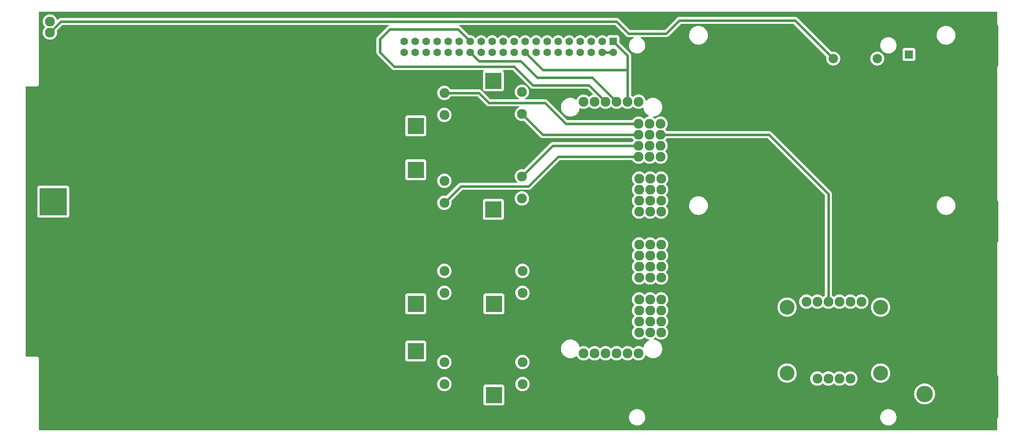
<source format=gtl>
G04 #@! TF.GenerationSoftware,KiCad,Pcbnew,(6.0.10-0)*
G04 #@! TF.CreationDate,2023-01-03T15:37:50-08:00*
G04 #@! TF.ProjectId,lasagna-motherboard,6c617361-676e-4612-9d6d-6f7468657262,v0.1*
G04 #@! TF.SameCoordinates,Original*
G04 #@! TF.FileFunction,Copper,L1,Top*
G04 #@! TF.FilePolarity,Positive*
%FSLAX46Y46*%
G04 Gerber Fmt 4.6, Leading zero omitted, Abs format (unit mm)*
G04 Created by KiCad (PCBNEW (6.0.10-0)) date 2023-01-03 15:37:50*
%MOMM*%
%LPD*%
G01*
G04 APERTURE LIST*
G04 #@! TA.AperFunction,ComponentPad*
%ADD10C,2.184000*%
G04 #@! TD*
G04 #@! TA.AperFunction,ComponentPad*
%ADD11R,1.981000X1.981000*%
G04 #@! TD*
G04 #@! TA.AperFunction,ComponentPad*
%ADD12C,1.981000*%
G04 #@! TD*
G04 #@! TA.AperFunction,ComponentPad*
%ADD13C,2.286000*%
G04 #@! TD*
G04 #@! TA.AperFunction,ComponentPad*
%ADD14R,3.810000X3.810000*%
G04 #@! TD*
G04 #@! TA.AperFunction,ComponentPad*
%ADD15R,1.778000X1.778000*%
G04 #@! TD*
G04 #@! TA.AperFunction,ComponentPad*
%ADD16C,1.778000*%
G04 #@! TD*
G04 #@! TA.AperFunction,ComponentPad*
%ADD17R,6.350000X6.350000*%
G04 #@! TD*
G04 #@! TA.AperFunction,ComponentPad*
%ADD18C,3.810000*%
G04 #@! TD*
G04 #@! TA.AperFunction,WasherPad*
%ADD19C,3.429000*%
G04 #@! TD*
G04 #@! TA.AperFunction,Conductor*
%ADD20C,0.600000*%
G04 #@! TD*
G04 APERTURE END LIST*
D10*
X222250000Y-74612000D03*
X232410000Y-74612000D03*
D11*
X239712000Y-73660000D03*
D12*
X243213000Y-73660000D03*
D13*
X164592000Y-84582000D03*
X167132000Y-84582000D03*
X169672000Y-84582000D03*
X172212000Y-84582000D03*
X174752000Y-84582000D03*
X177292000Y-84582000D03*
X164592000Y-142748000D03*
X167132000Y-142748000D03*
X169672000Y-142748000D03*
X172212000Y-142748000D03*
X174752000Y-142748000D03*
X177292000Y-142748000D03*
X177292000Y-89662000D03*
X179832000Y-89662000D03*
X182372000Y-89662000D03*
X177292000Y-92202000D03*
X179832000Y-92202000D03*
X182372000Y-92202000D03*
X177292000Y-94742000D03*
X179832000Y-94742000D03*
X182372000Y-94742000D03*
X177292000Y-97282000D03*
X179832000Y-97282000D03*
X182372000Y-97282000D03*
X177419000Y-102362000D03*
X179959000Y-102362000D03*
X182499000Y-102362000D03*
X177419000Y-104902000D03*
X179959000Y-104902000D03*
X182499000Y-104902000D03*
X177419000Y-107442000D03*
X179959000Y-107442000D03*
X182499000Y-107442000D03*
X177419000Y-109982000D03*
X179959000Y-109982000D03*
X182499000Y-109982000D03*
X177419000Y-117602000D03*
X179959000Y-117602000D03*
X182499000Y-117602000D03*
X177419000Y-120142000D03*
X179959000Y-120142000D03*
X182499000Y-120142000D03*
X177419000Y-122682000D03*
X179959000Y-122682000D03*
X182499000Y-122682000D03*
X177419000Y-125222000D03*
X179959000Y-125222000D03*
X182499000Y-125222000D03*
X177419000Y-130302000D03*
X179959000Y-130302000D03*
X182499000Y-130302000D03*
X177419000Y-132842000D03*
X179959000Y-132842000D03*
X182499000Y-132842000D03*
X177419000Y-135382000D03*
X179959000Y-135382000D03*
X182499000Y-135382000D03*
X177419000Y-137922000D03*
X179959000Y-137922000D03*
X182499000Y-137922000D03*
D14*
X143891000Y-142240000D03*
X143891000Y-152400000D03*
D13*
X150495000Y-144780000D03*
X150495000Y-149860000D03*
D14*
X125857000Y-121158000D03*
X125857000Y-131318000D03*
D13*
X132461000Y-123698000D03*
X132461000Y-128778000D03*
D15*
X171450000Y-70612000D03*
D16*
X171450000Y-73152000D03*
X168910000Y-70612000D03*
X168910000Y-73152000D03*
X166370000Y-70612000D03*
X166370000Y-73152000D03*
X163830000Y-70612000D03*
X163830000Y-73152000D03*
X161290000Y-73152000D03*
X161290000Y-70612000D03*
X158750000Y-73152000D03*
X158750000Y-70612000D03*
X156210000Y-73152000D03*
X156210000Y-70612000D03*
X153670000Y-73152000D03*
X153670000Y-70612000D03*
X151130000Y-73152000D03*
X151130000Y-70612000D03*
X148590000Y-73152000D03*
X148590000Y-70612000D03*
X146050000Y-73152000D03*
X146050000Y-70612000D03*
X143510000Y-73152000D03*
X143510000Y-70612000D03*
X140970000Y-73152000D03*
X140970000Y-70612000D03*
X138430000Y-73152000D03*
X138430000Y-70612000D03*
X135890000Y-73152000D03*
X135890000Y-70612000D03*
X133350000Y-73152000D03*
X133350000Y-70612000D03*
X130810000Y-73152000D03*
X130810000Y-70612000D03*
X128270000Y-73152000D03*
X128270000Y-70612000D03*
X125730000Y-73152000D03*
X125730000Y-70612000D03*
X123190000Y-73152000D03*
X123190000Y-70612000D03*
D13*
X41402000Y-68580000D03*
X41402000Y-66040000D03*
D14*
X143764000Y-89916000D03*
X143764000Y-79756000D03*
D13*
X150368000Y-87376000D03*
X150368000Y-82296000D03*
D14*
X125857000Y-110490000D03*
X125857000Y-100330000D03*
D13*
X132461000Y-107950000D03*
X132461000Y-102870000D03*
D17*
X42164000Y-117856000D03*
X42164000Y-107696000D03*
D18*
X243332000Y-147066000D03*
X243332000Y-152146000D03*
D14*
X143764000Y-99314000D03*
X143764000Y-109474000D03*
D13*
X150368000Y-101854000D03*
X150368000Y-106934000D03*
D14*
X125857000Y-80010000D03*
X125857000Y-90170000D03*
D13*
X132461000Y-82550000D03*
X132461000Y-87630000D03*
D14*
X125857000Y-152400000D03*
X125857000Y-142240000D03*
D13*
X132461000Y-149860000D03*
X132461000Y-144780000D03*
D19*
X211582000Y-132080000D03*
X211582000Y-147320000D03*
X233172000Y-132080000D03*
X233172000Y-147320000D03*
D13*
X218567000Y-148590000D03*
X221107000Y-148590000D03*
X223647000Y-148590000D03*
X226187000Y-148590000D03*
X216027000Y-130810000D03*
X218567000Y-130810000D03*
X221107000Y-130810000D03*
X223647000Y-130810000D03*
X226187000Y-130810000D03*
X228727000Y-130810000D03*
D14*
X143891000Y-121158000D03*
X143891000Y-131318000D03*
D13*
X150495000Y-123698000D03*
X150495000Y-128778000D03*
D20*
X182372000Y-92202000D02*
X207391000Y-92202000D01*
X221107000Y-105918000D02*
X221107000Y-130810000D01*
X207391000Y-92202000D02*
X221107000Y-105918000D01*
X174752000Y-77216000D02*
X155194000Y-77216000D01*
X155194000Y-77216000D02*
X151130000Y-73152000D01*
X174752000Y-74168000D02*
X174752000Y-84582000D01*
X174752000Y-73914000D02*
X174752000Y-74168000D01*
X138430000Y-73152000D02*
X140462000Y-75184000D01*
X140462000Y-75184000D02*
X150114000Y-75184000D01*
X150114000Y-75184000D02*
X153924000Y-78994000D01*
X153924000Y-78994000D02*
X166624000Y-78994000D01*
X166624000Y-78994000D02*
X172212000Y-84582000D01*
X135636000Y-67818000D02*
X119888000Y-67818000D01*
X119888000Y-67818000D02*
X117602000Y-70104000D01*
X120904000Y-76454000D02*
X148590000Y-76454000D01*
X148590000Y-76454000D02*
X152908000Y-80772000D01*
X117602000Y-70104000D02*
X117602000Y-73152000D01*
X117602000Y-73152000D02*
X120904000Y-76454000D01*
X138430000Y-70612000D02*
X135636000Y-67818000D01*
X152908000Y-80772000D02*
X165862000Y-80772000D01*
X165862000Y-80772000D02*
X169672000Y-84582000D01*
X168910000Y-73152000D02*
X171450000Y-73152000D01*
X222250000Y-74612000D02*
X213424000Y-65786000D01*
X213424000Y-65786000D02*
X186690000Y-65786000D01*
X186690000Y-65786000D02*
X183642000Y-68834000D01*
X183642000Y-68834000D02*
X175006000Y-68834000D01*
X175006000Y-68834000D02*
X172212000Y-66040000D01*
X172212000Y-66040000D02*
X43942000Y-66040000D01*
X43942000Y-66040000D02*
X41402000Y-68580000D01*
X171450000Y-70612000D02*
X174752000Y-73914000D01*
X158750000Y-97282000D02*
X177292000Y-97282000D01*
X132461000Y-107950000D02*
X136271000Y-104140000D01*
X136271000Y-104140000D02*
X151892000Y-104140000D01*
X151892000Y-104140000D02*
X158750000Y-97282000D01*
X150368000Y-101854000D02*
X157480000Y-94742000D01*
X157480000Y-94742000D02*
X177292000Y-94742000D01*
X150368000Y-87376000D02*
X155194000Y-92202000D01*
X155194000Y-92202000D02*
X177292000Y-92202000D01*
X132461000Y-82550000D02*
X140462000Y-82550000D01*
X140462000Y-82550000D02*
X142748000Y-84836000D01*
X142748000Y-84836000D02*
X155702000Y-84836000D01*
X155702000Y-84836000D02*
X160528000Y-89662000D01*
X160528000Y-89662000D02*
X177292000Y-89662000D01*
G04 #@! TA.AperFunction,Conductor*
G36*
X260037621Y-63774502D02*
G01*
X260084114Y-63828158D01*
X260095500Y-63880500D01*
X260095500Y-66539377D01*
X260095498Y-66540147D01*
X260095024Y-66617721D01*
X260097491Y-66626352D01*
X260103150Y-66646153D01*
X260106728Y-66662915D01*
X260110920Y-66692187D01*
X260114634Y-66700355D01*
X260114634Y-66700356D01*
X260121548Y-66715562D01*
X260127996Y-66733086D01*
X260135051Y-66757771D01*
X260139843Y-66765365D01*
X260139844Y-66765368D01*
X260150830Y-66782780D01*
X260158969Y-66797863D01*
X260171208Y-66824782D01*
X260177069Y-66831584D01*
X260187970Y-66844235D01*
X260199073Y-66859239D01*
X260212776Y-66880958D01*
X260219501Y-66886897D01*
X260219504Y-66886901D01*
X260234938Y-66900532D01*
X260246982Y-66912724D01*
X260260427Y-66928327D01*
X260260430Y-66928329D01*
X260266287Y-66935127D01*
X260273816Y-66940007D01*
X260273817Y-66940008D01*
X260287835Y-66949094D01*
X260302708Y-66960383D01*
X260307406Y-66964532D01*
X260345225Y-67024618D01*
X260350000Y-67058975D01*
X260350000Y-76197474D01*
X260329998Y-76265595D01*
X260291237Y-76304034D01*
X260271042Y-76316776D01*
X260265103Y-76323501D01*
X260265099Y-76323504D01*
X260251468Y-76338938D01*
X260239276Y-76350982D01*
X260223673Y-76364427D01*
X260223671Y-76364430D01*
X260216873Y-76370287D01*
X260211993Y-76377816D01*
X260211992Y-76377817D01*
X260202906Y-76391835D01*
X260191615Y-76406709D01*
X260180569Y-76419217D01*
X260174622Y-76425951D01*
X260162058Y-76452711D01*
X260153737Y-76467691D01*
X260142529Y-76484983D01*
X260142527Y-76484988D01*
X260137648Y-76492515D01*
X260135078Y-76501108D01*
X260135076Y-76501113D01*
X260130289Y-76517120D01*
X260123628Y-76534564D01*
X260112719Y-76557800D01*
X260111338Y-76566667D01*
X260111338Y-76566668D01*
X260108170Y-76587015D01*
X260104387Y-76603732D01*
X260098485Y-76623466D01*
X260098484Y-76623472D01*
X260095914Y-76632066D01*
X260095859Y-76641037D01*
X260095859Y-76641038D01*
X260095704Y-76666497D01*
X260095671Y-76667289D01*
X260095500Y-76668386D01*
X260095500Y-76699377D01*
X260095498Y-76700147D01*
X260095024Y-76777721D01*
X260095408Y-76779065D01*
X260095500Y-76780410D01*
X260095500Y-107179377D01*
X260095498Y-107180147D01*
X260095024Y-107257721D01*
X260097491Y-107266352D01*
X260103150Y-107286153D01*
X260106728Y-107302915D01*
X260110920Y-107332187D01*
X260114634Y-107340355D01*
X260114634Y-107340356D01*
X260121548Y-107355562D01*
X260127996Y-107373086D01*
X260135051Y-107397771D01*
X260139843Y-107405365D01*
X260139844Y-107405368D01*
X260150830Y-107422780D01*
X260158969Y-107437863D01*
X260171208Y-107464782D01*
X260177069Y-107471584D01*
X260187970Y-107484235D01*
X260199073Y-107499239D01*
X260212776Y-107520958D01*
X260219501Y-107526897D01*
X260219504Y-107526901D01*
X260234938Y-107540532D01*
X260246982Y-107552724D01*
X260260427Y-107568327D01*
X260260430Y-107568329D01*
X260266287Y-107575127D01*
X260273816Y-107580007D01*
X260273817Y-107580008D01*
X260287835Y-107589094D01*
X260302708Y-107600383D01*
X260307406Y-107604532D01*
X260345225Y-107664618D01*
X260350000Y-107698975D01*
X260350000Y-116837474D01*
X260329998Y-116905595D01*
X260291237Y-116944034D01*
X260271042Y-116956776D01*
X260265103Y-116963501D01*
X260265099Y-116963504D01*
X260251468Y-116978938D01*
X260239276Y-116990982D01*
X260223673Y-117004427D01*
X260223671Y-117004430D01*
X260216873Y-117010287D01*
X260211993Y-117017816D01*
X260211992Y-117017817D01*
X260202906Y-117031835D01*
X260191615Y-117046709D01*
X260180569Y-117059217D01*
X260174622Y-117065951D01*
X260163293Y-117090080D01*
X260162058Y-117092711D01*
X260153737Y-117107691D01*
X260142529Y-117124983D01*
X260142527Y-117124988D01*
X260137648Y-117132515D01*
X260135078Y-117141108D01*
X260135076Y-117141113D01*
X260130289Y-117157120D01*
X260123628Y-117174564D01*
X260112719Y-117197800D01*
X260111338Y-117206667D01*
X260111338Y-117206668D01*
X260108170Y-117227015D01*
X260104387Y-117243732D01*
X260098485Y-117263466D01*
X260098484Y-117263472D01*
X260095914Y-117272066D01*
X260095859Y-117281037D01*
X260095859Y-117281038D01*
X260095704Y-117306497D01*
X260095671Y-117307289D01*
X260095500Y-117308386D01*
X260095500Y-117339377D01*
X260095498Y-117340147D01*
X260095024Y-117417721D01*
X260095408Y-117419065D01*
X260095500Y-117420410D01*
X260095500Y-147565377D01*
X260095498Y-147566147D01*
X260095024Y-147643721D01*
X260097491Y-147652352D01*
X260103150Y-147672153D01*
X260106728Y-147688915D01*
X260110920Y-147718187D01*
X260114634Y-147726355D01*
X260114634Y-147726356D01*
X260121548Y-147741562D01*
X260127996Y-147759086D01*
X260135051Y-147783771D01*
X260139843Y-147791365D01*
X260139844Y-147791368D01*
X260150830Y-147808780D01*
X260158969Y-147823863D01*
X260171208Y-147850782D01*
X260177069Y-147857584D01*
X260187970Y-147870235D01*
X260199073Y-147885239D01*
X260212776Y-147906958D01*
X260219501Y-147912897D01*
X260219504Y-147912901D01*
X260234938Y-147926532D01*
X260246982Y-147938724D01*
X260260427Y-147954327D01*
X260260430Y-147954329D01*
X260266287Y-147961127D01*
X260273816Y-147966007D01*
X260273817Y-147966008D01*
X260287835Y-147975094D01*
X260302708Y-147986383D01*
X260307406Y-147990532D01*
X260345225Y-148050618D01*
X260350000Y-148084975D01*
X260350000Y-157477474D01*
X260329998Y-157545595D01*
X260291237Y-157584034D01*
X260271042Y-157596776D01*
X260265103Y-157603501D01*
X260265099Y-157603504D01*
X260251468Y-157618938D01*
X260239276Y-157630982D01*
X260223673Y-157644427D01*
X260223671Y-157644430D01*
X260216873Y-157650287D01*
X260211993Y-157657816D01*
X260211992Y-157657817D01*
X260202906Y-157671835D01*
X260191615Y-157686709D01*
X260180569Y-157699217D01*
X260174622Y-157705951D01*
X260162058Y-157732711D01*
X260153737Y-157747691D01*
X260142529Y-157764983D01*
X260142527Y-157764988D01*
X260137648Y-157772515D01*
X260135078Y-157781108D01*
X260135076Y-157781113D01*
X260130289Y-157797120D01*
X260123628Y-157814564D01*
X260112719Y-157837800D01*
X260108735Y-157863389D01*
X260108170Y-157867015D01*
X260104387Y-157883732D01*
X260098485Y-157903466D01*
X260098484Y-157903472D01*
X260095914Y-157912066D01*
X260095859Y-157921037D01*
X260095859Y-157921038D01*
X260095704Y-157946497D01*
X260095671Y-157947289D01*
X260095500Y-157948386D01*
X260095500Y-157979377D01*
X260095498Y-157980147D01*
X260095024Y-158057721D01*
X260095408Y-158059065D01*
X260095500Y-158060410D01*
X260095500Y-160401500D01*
X260075498Y-160469621D01*
X260021842Y-160516114D01*
X259969500Y-160527500D01*
X38988500Y-160527500D01*
X38920379Y-160507498D01*
X38873886Y-160453842D01*
X38862500Y-160401500D01*
X38862500Y-157586846D01*
X175079948Y-157586846D01*
X175105909Y-157858949D01*
X175106994Y-157863383D01*
X175106995Y-157863389D01*
X175169793Y-158120021D01*
X175170878Y-158124455D01*
X175172590Y-158128681D01*
X175172591Y-158128685D01*
X175242011Y-158300074D01*
X175273493Y-158377801D01*
X175411606Y-158613680D01*
X175582323Y-158827151D01*
X175782068Y-159013742D01*
X176006656Y-159169544D01*
X176133501Y-159232648D01*
X176247296Y-159289261D01*
X176247299Y-159289262D01*
X176251383Y-159291294D01*
X176511121Y-159376440D01*
X176515612Y-159377220D01*
X176515613Y-159377220D01*
X176776650Y-159422544D01*
X176776658Y-159422545D01*
X176780431Y-159423200D01*
X176784268Y-159423391D01*
X176865233Y-159427422D01*
X176865241Y-159427422D01*
X176866804Y-159427500D01*
X177037434Y-159427500D01*
X177039702Y-159427335D01*
X177039714Y-159427335D01*
X177171273Y-159417789D01*
X177240622Y-159412757D01*
X177245077Y-159411773D01*
X177245080Y-159411773D01*
X177503073Y-159354814D01*
X177503077Y-159354813D01*
X177507533Y-159353829D01*
X177677957Y-159289261D01*
X177758872Y-159258605D01*
X177758875Y-159258604D01*
X177763142Y-159256987D01*
X178002094Y-159124261D01*
X178219383Y-158958431D01*
X178410458Y-158762971D01*
X178516527Y-158617247D01*
X178568629Y-158545667D01*
X178568632Y-158545661D01*
X178571315Y-158541976D01*
X178573437Y-158537943D01*
X178573440Y-158537938D01*
X178696460Y-158304115D01*
X178696460Y-158304114D01*
X178698586Y-158300074D01*
X178789603Y-158042334D01*
X178816974Y-157903466D01*
X178841580Y-157778627D01*
X178841581Y-157778621D01*
X178842461Y-157774155D01*
X178842918Y-157764983D01*
X178851786Y-157586846D01*
X233079948Y-157586846D01*
X233105909Y-157858949D01*
X233106994Y-157863383D01*
X233106995Y-157863389D01*
X233169793Y-158120021D01*
X233170878Y-158124455D01*
X233172590Y-158128681D01*
X233172591Y-158128685D01*
X233242011Y-158300074D01*
X233273493Y-158377801D01*
X233411606Y-158613680D01*
X233582323Y-158827151D01*
X233782068Y-159013742D01*
X234006656Y-159169544D01*
X234133501Y-159232648D01*
X234247296Y-159289261D01*
X234247299Y-159289262D01*
X234251383Y-159291294D01*
X234511121Y-159376440D01*
X234515612Y-159377220D01*
X234515613Y-159377220D01*
X234776650Y-159422544D01*
X234776658Y-159422545D01*
X234780431Y-159423200D01*
X234784268Y-159423391D01*
X234865233Y-159427422D01*
X234865241Y-159427422D01*
X234866804Y-159427500D01*
X235037434Y-159427500D01*
X235039702Y-159427335D01*
X235039714Y-159427335D01*
X235171273Y-159417789D01*
X235240622Y-159412757D01*
X235245077Y-159411773D01*
X235245080Y-159411773D01*
X235503073Y-159354814D01*
X235503077Y-159354813D01*
X235507533Y-159353829D01*
X235677957Y-159289261D01*
X235758872Y-159258605D01*
X235758875Y-159258604D01*
X235763142Y-159256987D01*
X236002094Y-159124261D01*
X236219383Y-158958431D01*
X236410458Y-158762971D01*
X236516527Y-158617247D01*
X236568629Y-158545667D01*
X236568632Y-158545661D01*
X236571315Y-158541976D01*
X236573437Y-158537943D01*
X236573440Y-158537938D01*
X236696460Y-158304115D01*
X236696460Y-158304114D01*
X236698586Y-158300074D01*
X236789603Y-158042334D01*
X236816974Y-157903466D01*
X236841580Y-157778627D01*
X236841581Y-157778621D01*
X236842461Y-157774155D01*
X236842918Y-157764983D01*
X236855825Y-157505723D01*
X236855825Y-157505717D01*
X236856052Y-157501154D01*
X236830091Y-157229051D01*
X236765122Y-156963545D01*
X236695732Y-156792227D01*
X236664220Y-156714427D01*
X236664217Y-156714421D01*
X236662507Y-156710199D01*
X236524394Y-156474320D01*
X236353677Y-156260849D01*
X236153932Y-156074258D01*
X235929344Y-155918456D01*
X235753577Y-155831013D01*
X235688704Y-155798739D01*
X235688701Y-155798738D01*
X235684617Y-155796706D01*
X235424879Y-155711560D01*
X235420387Y-155710780D01*
X235159350Y-155665456D01*
X235159342Y-155665455D01*
X235155569Y-155664800D01*
X235144238Y-155664236D01*
X235070767Y-155660578D01*
X235070759Y-155660578D01*
X235069196Y-155660500D01*
X234898566Y-155660500D01*
X234896298Y-155660665D01*
X234896286Y-155660665D01*
X234764727Y-155670211D01*
X234695378Y-155675243D01*
X234690923Y-155676227D01*
X234690920Y-155676227D01*
X234432927Y-155733186D01*
X234432923Y-155733187D01*
X234428467Y-155734171D01*
X234300662Y-155782592D01*
X234177128Y-155829395D01*
X234177125Y-155829396D01*
X234172858Y-155831013D01*
X233933906Y-155963739D01*
X233716617Y-156129569D01*
X233525542Y-156325029D01*
X233522855Y-156328721D01*
X233522853Y-156328723D01*
X233367371Y-156542333D01*
X233367368Y-156542339D01*
X233364685Y-156546024D01*
X233362563Y-156550057D01*
X233362560Y-156550062D01*
X233278308Y-156710199D01*
X233237414Y-156787926D01*
X233146397Y-157045666D01*
X233145517Y-157050132D01*
X233109355Y-157233603D01*
X233093539Y-157313845D01*
X233093312Y-157318398D01*
X233093312Y-157318401D01*
X233082002Y-157545595D01*
X233079948Y-157586846D01*
X178851786Y-157586846D01*
X178855825Y-157505723D01*
X178855825Y-157505717D01*
X178856052Y-157501154D01*
X178830091Y-157229051D01*
X178765122Y-156963545D01*
X178695732Y-156792227D01*
X178664220Y-156714427D01*
X178664217Y-156714421D01*
X178662507Y-156710199D01*
X178524394Y-156474320D01*
X178353677Y-156260849D01*
X178153932Y-156074258D01*
X177929344Y-155918456D01*
X177753577Y-155831013D01*
X177688704Y-155798739D01*
X177688701Y-155798738D01*
X177684617Y-155796706D01*
X177424879Y-155711560D01*
X177420387Y-155710780D01*
X177159350Y-155665456D01*
X177159342Y-155665455D01*
X177155569Y-155664800D01*
X177144238Y-155664236D01*
X177070767Y-155660578D01*
X177070759Y-155660578D01*
X177069196Y-155660500D01*
X176898566Y-155660500D01*
X176896298Y-155660665D01*
X176896286Y-155660665D01*
X176764727Y-155670211D01*
X176695378Y-155675243D01*
X176690923Y-155676227D01*
X176690920Y-155676227D01*
X176432927Y-155733186D01*
X176432923Y-155733187D01*
X176428467Y-155734171D01*
X176300662Y-155782592D01*
X176177128Y-155829395D01*
X176177125Y-155829396D01*
X176172858Y-155831013D01*
X175933906Y-155963739D01*
X175716617Y-156129569D01*
X175525542Y-156325029D01*
X175522855Y-156328721D01*
X175522853Y-156328723D01*
X175367371Y-156542333D01*
X175367368Y-156542339D01*
X175364685Y-156546024D01*
X175362563Y-156550057D01*
X175362560Y-156550062D01*
X175278308Y-156710199D01*
X175237414Y-156787926D01*
X175146397Y-157045666D01*
X175145517Y-157050132D01*
X175109355Y-157233603D01*
X175093539Y-157313845D01*
X175093312Y-157318398D01*
X175093312Y-157318401D01*
X175082002Y-157545595D01*
X175079948Y-157586846D01*
X38862500Y-157586846D01*
X38862500Y-154353134D01*
X141477500Y-154353134D01*
X141484255Y-154415316D01*
X141535385Y-154551705D01*
X141622739Y-154668261D01*
X141739295Y-154755615D01*
X141875684Y-154806745D01*
X141937866Y-154813500D01*
X145844134Y-154813500D01*
X145906316Y-154806745D01*
X146042705Y-154755615D01*
X146159261Y-154668261D01*
X146246615Y-154551705D01*
X146297745Y-154415316D01*
X146304500Y-154353134D01*
X146304500Y-152146000D01*
X240913728Y-152146000D01*
X240932797Y-152449090D01*
X240989702Y-152747400D01*
X241083548Y-153036225D01*
X241085232Y-153039803D01*
X241211164Y-153307425D01*
X241211168Y-153307432D01*
X241212852Y-153311011D01*
X241375577Y-153567425D01*
X241569156Y-153801421D01*
X241790535Y-154009311D01*
X242036225Y-154187815D01*
X242302350Y-154334118D01*
X242358959Y-154356531D01*
X242507434Y-154415316D01*
X242584713Y-154445913D01*
X242588552Y-154446899D01*
X242588556Y-154446900D01*
X242725126Y-154481965D01*
X242878861Y-154521438D01*
X242882789Y-154521934D01*
X242882793Y-154521935D01*
X243002232Y-154537023D01*
X243180155Y-154559500D01*
X243483845Y-154559500D01*
X243661768Y-154537023D01*
X243781207Y-154521935D01*
X243781211Y-154521934D01*
X243785139Y-154521438D01*
X243938874Y-154481965D01*
X244075444Y-154446900D01*
X244075448Y-154446899D01*
X244079287Y-154445913D01*
X244156567Y-154415316D01*
X244305041Y-154356531D01*
X244361650Y-154334118D01*
X244627775Y-154187815D01*
X244873465Y-154009311D01*
X245094844Y-153801421D01*
X245288423Y-153567425D01*
X245451148Y-153311011D01*
X245452832Y-153307432D01*
X245452836Y-153307425D01*
X245578768Y-153039803D01*
X245580452Y-153036225D01*
X245674298Y-152747400D01*
X245731203Y-152449090D01*
X245750272Y-152146000D01*
X245731203Y-151842910D01*
X245674298Y-151544600D01*
X245580452Y-151255775D01*
X245474869Y-151031398D01*
X245452836Y-150984575D01*
X245452832Y-150984568D01*
X245451148Y-150980989D01*
X245288423Y-150724575D01*
X245094844Y-150490579D01*
X245051934Y-150450283D01*
X244876351Y-150285399D01*
X244876350Y-150285398D01*
X244873465Y-150282689D01*
X244627775Y-150104185D01*
X244553697Y-150063460D01*
X244365112Y-149959785D01*
X244365109Y-149959784D01*
X244361650Y-149957882D01*
X244126879Y-149864930D01*
X244082970Y-149847545D01*
X244082967Y-149847544D01*
X244079287Y-149846087D01*
X244075448Y-149845101D01*
X244075444Y-149845100D01*
X243938874Y-149810035D01*
X243785139Y-149770562D01*
X243781211Y-149770066D01*
X243781207Y-149770065D01*
X243655089Y-149754133D01*
X243483845Y-149732500D01*
X243180155Y-149732500D01*
X243008911Y-149754133D01*
X242882793Y-149770065D01*
X242882789Y-149770066D01*
X242878861Y-149770562D01*
X242725126Y-149810035D01*
X242588556Y-149845100D01*
X242588552Y-149845101D01*
X242584713Y-149846087D01*
X242581033Y-149847544D01*
X242581030Y-149847545D01*
X242537121Y-149864930D01*
X242302350Y-149957882D01*
X242298891Y-149959784D01*
X242298888Y-149959785D01*
X242110304Y-150063460D01*
X242036225Y-150104185D01*
X241790535Y-150282689D01*
X241787650Y-150285398D01*
X241787649Y-150285399D01*
X241612067Y-150450283D01*
X241569156Y-150490579D01*
X241375577Y-150724575D01*
X241212852Y-150980989D01*
X241211168Y-150984568D01*
X241211164Y-150984575D01*
X241189131Y-151031398D01*
X241083548Y-151255775D01*
X240989702Y-151544600D01*
X240932797Y-151842910D01*
X240913728Y-152146000D01*
X146304500Y-152146000D01*
X146304500Y-150446866D01*
X146297745Y-150384684D01*
X146246615Y-150248295D01*
X146159261Y-150131739D01*
X146042705Y-150044385D01*
X145906316Y-149993255D01*
X145844134Y-149986500D01*
X141937866Y-149986500D01*
X141875684Y-149993255D01*
X141739295Y-150044385D01*
X141622739Y-150131739D01*
X141535385Y-150248295D01*
X141484255Y-150384684D01*
X141477500Y-150446866D01*
X141477500Y-154353134D01*
X38862500Y-154353134D01*
X38862500Y-149860000D01*
X130804393Y-149860000D01*
X130824789Y-150119150D01*
X130825943Y-150123957D01*
X130825944Y-150123963D01*
X130857812Y-150256703D01*
X130885473Y-150371920D01*
X130887366Y-150376491D01*
X130887367Y-150376493D01*
X130916517Y-150446866D01*
X130984952Y-150612084D01*
X131120777Y-150833729D01*
X131289602Y-151031398D01*
X131487271Y-151200223D01*
X131708916Y-151336048D01*
X131713486Y-151337941D01*
X131713488Y-151337942D01*
X131944507Y-151433633D01*
X131949080Y-151435527D01*
X132035543Y-151456285D01*
X132197037Y-151495056D01*
X132197043Y-151495057D01*
X132201850Y-151496211D01*
X132461000Y-151516607D01*
X132720150Y-151496211D01*
X132724957Y-151495057D01*
X132724963Y-151495056D01*
X132886457Y-151456285D01*
X132972920Y-151435527D01*
X132977493Y-151433633D01*
X133208512Y-151337942D01*
X133208514Y-151337941D01*
X133213084Y-151336048D01*
X133434729Y-151200223D01*
X133632398Y-151031398D01*
X133801223Y-150833729D01*
X133937048Y-150612084D01*
X134005484Y-150446866D01*
X134034633Y-150376493D01*
X134034634Y-150376491D01*
X134036527Y-150371920D01*
X134064188Y-150256703D01*
X134096056Y-150123963D01*
X134096057Y-150123957D01*
X134097211Y-150119150D01*
X134117607Y-149860000D01*
X148838393Y-149860000D01*
X148858789Y-150119150D01*
X148859943Y-150123957D01*
X148859944Y-150123963D01*
X148891812Y-150256703D01*
X148919473Y-150371920D01*
X148921366Y-150376491D01*
X148921367Y-150376493D01*
X148950517Y-150446866D01*
X149018952Y-150612084D01*
X149154777Y-150833729D01*
X149323602Y-151031398D01*
X149521271Y-151200223D01*
X149742916Y-151336048D01*
X149747486Y-151337941D01*
X149747488Y-151337942D01*
X149978507Y-151433633D01*
X149983080Y-151435527D01*
X150069543Y-151456285D01*
X150231037Y-151495056D01*
X150231043Y-151495057D01*
X150235850Y-151496211D01*
X150495000Y-151516607D01*
X150754150Y-151496211D01*
X150758957Y-151495057D01*
X150758963Y-151495056D01*
X150920457Y-151456285D01*
X151006920Y-151435527D01*
X151011493Y-151433633D01*
X151242512Y-151337942D01*
X151242514Y-151337941D01*
X151247084Y-151336048D01*
X151468729Y-151200223D01*
X151666398Y-151031398D01*
X151835223Y-150833729D01*
X151971048Y-150612084D01*
X152039484Y-150446866D01*
X152068633Y-150376493D01*
X152068634Y-150376491D01*
X152070527Y-150371920D01*
X152098188Y-150256703D01*
X152130056Y-150123963D01*
X152130057Y-150123957D01*
X152131211Y-150119150D01*
X152151607Y-149860000D01*
X152131211Y-149600850D01*
X152122300Y-149563729D01*
X152077756Y-149378191D01*
X152070527Y-149348080D01*
X152068633Y-149343507D01*
X151972942Y-149112488D01*
X151972941Y-149112486D01*
X151971048Y-149107916D01*
X151835223Y-148886271D01*
X151807630Y-148853963D01*
X151669611Y-148692364D01*
X151666398Y-148688602D01*
X151550950Y-148590000D01*
X151472497Y-148522995D01*
X151472496Y-148522994D01*
X151468729Y-148519777D01*
X151247084Y-148383952D01*
X151242514Y-148382059D01*
X151242512Y-148382058D01*
X151011493Y-148286367D01*
X151011491Y-148286366D01*
X151006920Y-148284473D01*
X150920457Y-148263715D01*
X150758963Y-148224944D01*
X150758957Y-148224943D01*
X150754150Y-148223789D01*
X150495000Y-148203393D01*
X150235850Y-148223789D01*
X150231043Y-148224943D01*
X150231037Y-148224944D01*
X150069543Y-148263715D01*
X149983080Y-148284473D01*
X149978509Y-148286366D01*
X149978507Y-148286367D01*
X149747488Y-148382058D01*
X149747486Y-148382059D01*
X149742916Y-148383952D01*
X149521271Y-148519777D01*
X149517504Y-148522994D01*
X149517503Y-148522995D01*
X149439050Y-148590000D01*
X149323602Y-148688602D01*
X149320389Y-148692364D01*
X149182371Y-148853963D01*
X149154777Y-148886271D01*
X149018952Y-149107916D01*
X149017059Y-149112486D01*
X149017058Y-149112488D01*
X148921367Y-149343507D01*
X148919473Y-149348080D01*
X148912244Y-149378191D01*
X148867701Y-149563729D01*
X148858789Y-149600850D01*
X148838393Y-149860000D01*
X134117607Y-149860000D01*
X134097211Y-149600850D01*
X134088300Y-149563729D01*
X134043756Y-149378191D01*
X134036527Y-149348080D01*
X134034633Y-149343507D01*
X133938942Y-149112488D01*
X133938941Y-149112486D01*
X133937048Y-149107916D01*
X133801223Y-148886271D01*
X133773630Y-148853963D01*
X133635611Y-148692364D01*
X133632398Y-148688602D01*
X133516950Y-148590000D01*
X133438497Y-148522995D01*
X133438496Y-148522994D01*
X133434729Y-148519777D01*
X133213084Y-148383952D01*
X133208514Y-148382059D01*
X133208512Y-148382058D01*
X132977493Y-148286367D01*
X132977491Y-148286366D01*
X132972920Y-148284473D01*
X132886457Y-148263715D01*
X132724963Y-148224944D01*
X132724957Y-148224943D01*
X132720150Y-148223789D01*
X132461000Y-148203393D01*
X132201850Y-148223789D01*
X132197043Y-148224943D01*
X132197037Y-148224944D01*
X132035543Y-148263715D01*
X131949080Y-148284473D01*
X131944509Y-148286366D01*
X131944507Y-148286367D01*
X131713488Y-148382058D01*
X131713486Y-148382059D01*
X131708916Y-148383952D01*
X131487271Y-148519777D01*
X131483504Y-148522994D01*
X131483503Y-148522995D01*
X131405050Y-148590000D01*
X131289602Y-148688602D01*
X131286389Y-148692364D01*
X131148371Y-148853963D01*
X131120777Y-148886271D01*
X130984952Y-149107916D01*
X130983059Y-149112486D01*
X130983058Y-149112488D01*
X130887367Y-149343507D01*
X130885473Y-149348080D01*
X130878244Y-149378191D01*
X130833701Y-149563729D01*
X130824789Y-149600850D01*
X130804393Y-149860000D01*
X38862500Y-149860000D01*
X38862500Y-147320000D01*
X209354230Y-147320000D01*
X209354500Y-147324119D01*
X209368260Y-147534050D01*
X209373289Y-147610782D01*
X209374093Y-147614822D01*
X209374093Y-147614825D01*
X209421028Y-147850782D01*
X209430139Y-147896589D01*
X209431464Y-147900492D01*
X209431465Y-147900496D01*
X209493409Y-148082976D01*
X209523809Y-148172531D01*
X209525632Y-148176227D01*
X209525635Y-148176235D01*
X209604317Y-148335784D01*
X209652695Y-148433885D01*
X209654989Y-148437318D01*
X209654990Y-148437320D01*
X209760302Y-148594930D01*
X209814591Y-148676180D01*
X209817305Y-148679274D01*
X209817309Y-148679280D01*
X209961955Y-148844216D01*
X210006729Y-148895271D01*
X210009818Y-148897980D01*
X210222720Y-149084691D01*
X210222726Y-149084695D01*
X210225820Y-149087409D01*
X210229246Y-149089698D01*
X210229251Y-149089702D01*
X210263353Y-149112488D01*
X210468115Y-149249305D01*
X210471818Y-149251131D01*
X210725765Y-149376365D01*
X210725773Y-149376368D01*
X210729469Y-149378191D01*
X210733384Y-149379520D01*
X211001504Y-149470535D01*
X211001508Y-149470536D01*
X211005411Y-149471861D01*
X211009450Y-149472664D01*
X211009456Y-149472666D01*
X211287175Y-149527907D01*
X211287178Y-149527907D01*
X211291218Y-149528711D01*
X211295329Y-149528980D01*
X211295333Y-149528981D01*
X211577881Y-149547500D01*
X211582000Y-149547770D01*
X211586119Y-149547500D01*
X211868667Y-149528981D01*
X211868671Y-149528980D01*
X211872782Y-149528711D01*
X211876822Y-149527907D01*
X211876825Y-149527907D01*
X212154544Y-149472666D01*
X212154550Y-149472664D01*
X212158589Y-149471861D01*
X212162492Y-149470536D01*
X212162496Y-149470535D01*
X212430616Y-149379520D01*
X212434531Y-149378191D01*
X212438227Y-149376368D01*
X212438235Y-149376365D01*
X212692182Y-149251131D01*
X212695885Y-149249305D01*
X212900647Y-149112488D01*
X212934749Y-149089702D01*
X212934754Y-149089698D01*
X212938180Y-149087409D01*
X212941274Y-149084695D01*
X212941280Y-149084691D01*
X213154182Y-148897980D01*
X213157271Y-148895271D01*
X213202045Y-148844216D01*
X213346691Y-148679280D01*
X213346695Y-148679274D01*
X213349409Y-148676180D01*
X213403699Y-148594930D01*
X213406993Y-148590000D01*
X216910393Y-148590000D01*
X216930789Y-148849150D01*
X216931943Y-148853957D01*
X216931944Y-148853963D01*
X216942512Y-148897980D01*
X216991473Y-149101920D01*
X216993366Y-149106491D01*
X216993367Y-149106493D01*
X216993957Y-149107916D01*
X217090952Y-149342084D01*
X217226777Y-149563729D01*
X217229994Y-149567496D01*
X217229995Y-149567497D01*
X217258481Y-149600850D01*
X217395602Y-149761398D01*
X217399364Y-149764611D01*
X217516823Y-149864930D01*
X217593271Y-149930223D01*
X217814916Y-150066048D01*
X217819486Y-150067941D01*
X217819488Y-150067942D01*
X217954735Y-150123963D01*
X218055080Y-150165527D01*
X218141543Y-150186285D01*
X218303037Y-150225056D01*
X218303043Y-150225057D01*
X218307850Y-150226211D01*
X218567000Y-150246607D01*
X218826150Y-150226211D01*
X218830957Y-150225057D01*
X218830963Y-150225056D01*
X218992457Y-150186285D01*
X219078920Y-150165527D01*
X219179265Y-150123963D01*
X219314512Y-150067942D01*
X219314514Y-150067941D01*
X219319084Y-150066048D01*
X219540729Y-149930223D01*
X219617178Y-149864930D01*
X219734636Y-149764611D01*
X219738398Y-149761398D01*
X219741611Y-149757636D01*
X219745114Y-149754133D01*
X219745982Y-149755001D01*
X219800637Y-149719321D01*
X219871631Y-149718813D01*
X219927988Y-149755031D01*
X219928886Y-149754133D01*
X219932389Y-149757636D01*
X219935602Y-149761398D01*
X219939364Y-149764611D01*
X220056823Y-149864930D01*
X220133271Y-149930223D01*
X220354916Y-150066048D01*
X220359486Y-150067941D01*
X220359488Y-150067942D01*
X220494735Y-150123963D01*
X220595080Y-150165527D01*
X220681543Y-150186285D01*
X220843037Y-150225056D01*
X220843043Y-150225057D01*
X220847850Y-150226211D01*
X221107000Y-150246607D01*
X221366150Y-150226211D01*
X221370957Y-150225057D01*
X221370963Y-150225056D01*
X221532457Y-150186285D01*
X221618920Y-150165527D01*
X221719265Y-150123963D01*
X221854512Y-150067942D01*
X221854514Y-150067941D01*
X221859084Y-150066048D01*
X222080729Y-149930223D01*
X222157178Y-149864930D01*
X222274636Y-149764611D01*
X222278398Y-149761398D01*
X222281611Y-149757636D01*
X222285114Y-149754133D01*
X222285982Y-149755001D01*
X222340637Y-149719321D01*
X222411631Y-149718813D01*
X222467988Y-149755031D01*
X222468886Y-149754133D01*
X222472389Y-149757636D01*
X222475602Y-149761398D01*
X222479364Y-149764611D01*
X222596823Y-149864930D01*
X222673271Y-149930223D01*
X222894916Y-150066048D01*
X222899486Y-150067941D01*
X222899488Y-150067942D01*
X223034735Y-150123963D01*
X223135080Y-150165527D01*
X223221543Y-150186285D01*
X223383037Y-150225056D01*
X223383043Y-150225057D01*
X223387850Y-150226211D01*
X223647000Y-150246607D01*
X223906150Y-150226211D01*
X223910957Y-150225057D01*
X223910963Y-150225056D01*
X224072457Y-150186285D01*
X224158920Y-150165527D01*
X224259265Y-150123963D01*
X224394512Y-150067942D01*
X224394514Y-150067941D01*
X224399084Y-150066048D01*
X224620729Y-149930223D01*
X224697178Y-149864930D01*
X224814636Y-149764611D01*
X224818398Y-149761398D01*
X224821611Y-149757636D01*
X224825114Y-149754133D01*
X224825982Y-149755001D01*
X224880637Y-149719321D01*
X224951631Y-149718813D01*
X225007988Y-149755031D01*
X225008886Y-149754133D01*
X225012389Y-149757636D01*
X225015602Y-149761398D01*
X225019364Y-149764611D01*
X225136823Y-149864930D01*
X225213271Y-149930223D01*
X225434916Y-150066048D01*
X225439486Y-150067941D01*
X225439488Y-150067942D01*
X225574735Y-150123963D01*
X225675080Y-150165527D01*
X225761543Y-150186285D01*
X225923037Y-150225056D01*
X225923043Y-150225057D01*
X225927850Y-150226211D01*
X226187000Y-150246607D01*
X226446150Y-150226211D01*
X226450957Y-150225057D01*
X226450963Y-150225056D01*
X226612457Y-150186285D01*
X226698920Y-150165527D01*
X226799265Y-150123963D01*
X226934512Y-150067942D01*
X226934514Y-150067941D01*
X226939084Y-150066048D01*
X227160729Y-149930223D01*
X227237178Y-149864930D01*
X227354636Y-149764611D01*
X227358398Y-149761398D01*
X227495519Y-149600850D01*
X227524005Y-149567497D01*
X227524006Y-149567496D01*
X227527223Y-149563729D01*
X227663048Y-149342084D01*
X227760044Y-149107916D01*
X227760633Y-149106493D01*
X227760634Y-149106491D01*
X227762527Y-149101920D01*
X227811488Y-148897980D01*
X227822056Y-148853963D01*
X227822057Y-148853957D01*
X227823211Y-148849150D01*
X227843607Y-148590000D01*
X227823211Y-148330850D01*
X227762527Y-148078080D01*
X227760633Y-148073507D01*
X227664942Y-147842488D01*
X227664941Y-147842486D01*
X227663048Y-147837916D01*
X227527223Y-147616271D01*
X227519021Y-147606667D01*
X227361611Y-147422364D01*
X227358398Y-147418602D01*
X227294735Y-147364229D01*
X227242950Y-147320000D01*
X230944230Y-147320000D01*
X230944500Y-147324119D01*
X230958260Y-147534050D01*
X230963289Y-147610782D01*
X230964093Y-147614822D01*
X230964093Y-147614825D01*
X231011028Y-147850782D01*
X231020139Y-147896589D01*
X231021464Y-147900492D01*
X231021465Y-147900496D01*
X231083409Y-148082976D01*
X231113809Y-148172531D01*
X231115632Y-148176227D01*
X231115635Y-148176235D01*
X231194317Y-148335784D01*
X231242695Y-148433885D01*
X231244989Y-148437318D01*
X231244990Y-148437320D01*
X231350302Y-148594930D01*
X231404591Y-148676180D01*
X231407305Y-148679274D01*
X231407309Y-148679280D01*
X231551955Y-148844216D01*
X231596729Y-148895271D01*
X231599818Y-148897980D01*
X231812720Y-149084691D01*
X231812726Y-149084695D01*
X231815820Y-149087409D01*
X231819246Y-149089698D01*
X231819251Y-149089702D01*
X231853353Y-149112488D01*
X232058115Y-149249305D01*
X232061818Y-149251131D01*
X232315765Y-149376365D01*
X232315773Y-149376368D01*
X232319469Y-149378191D01*
X232323384Y-149379520D01*
X232591504Y-149470535D01*
X232591508Y-149470536D01*
X232595411Y-149471861D01*
X232599450Y-149472664D01*
X232599456Y-149472666D01*
X232877175Y-149527907D01*
X232877178Y-149527907D01*
X232881218Y-149528711D01*
X232885329Y-149528980D01*
X232885333Y-149528981D01*
X233167881Y-149547500D01*
X233172000Y-149547770D01*
X233176119Y-149547500D01*
X233458667Y-149528981D01*
X233458671Y-149528980D01*
X233462782Y-149528711D01*
X233466822Y-149527907D01*
X233466825Y-149527907D01*
X233744544Y-149472666D01*
X233744550Y-149472664D01*
X233748589Y-149471861D01*
X233752492Y-149470536D01*
X233752496Y-149470535D01*
X234020616Y-149379520D01*
X234024531Y-149378191D01*
X234028227Y-149376368D01*
X234028235Y-149376365D01*
X234282182Y-149251131D01*
X234285885Y-149249305D01*
X234490647Y-149112488D01*
X234524749Y-149089702D01*
X234524754Y-149089698D01*
X234528180Y-149087409D01*
X234531274Y-149084695D01*
X234531280Y-149084691D01*
X234744182Y-148897980D01*
X234747271Y-148895271D01*
X234792045Y-148844216D01*
X234936691Y-148679280D01*
X234936695Y-148679274D01*
X234939409Y-148676180D01*
X234993699Y-148594930D01*
X235099010Y-148437320D01*
X235099011Y-148437318D01*
X235101305Y-148433885D01*
X235149683Y-148335784D01*
X235228365Y-148176235D01*
X235228368Y-148176227D01*
X235230191Y-148172531D01*
X235260591Y-148082976D01*
X235322535Y-147900496D01*
X235322536Y-147900492D01*
X235323861Y-147896589D01*
X235332973Y-147850782D01*
X235379907Y-147614825D01*
X235379907Y-147614822D01*
X235380711Y-147610782D01*
X235385741Y-147534050D01*
X235399500Y-147324119D01*
X235399770Y-147320000D01*
X235388275Y-147144622D01*
X235380981Y-147033333D01*
X235380980Y-147033329D01*
X235380711Y-147029218D01*
X235377778Y-147014473D01*
X235324666Y-146747456D01*
X235324664Y-146747450D01*
X235323861Y-146743411D01*
X235230191Y-146467469D01*
X235228368Y-146463773D01*
X235228365Y-146463765D01*
X235103131Y-146209818D01*
X235101305Y-146206115D01*
X234939409Y-145963820D01*
X234936695Y-145960726D01*
X234936691Y-145960720D01*
X234749980Y-145747818D01*
X234747271Y-145744729D01*
X234744182Y-145742020D01*
X234531280Y-145555309D01*
X234531274Y-145555305D01*
X234528180Y-145552591D01*
X234524754Y-145550302D01*
X234524749Y-145550298D01*
X234289320Y-145392990D01*
X234289318Y-145392989D01*
X234285885Y-145390695D01*
X234239654Y-145367897D01*
X234028235Y-145263635D01*
X234028227Y-145263632D01*
X234024531Y-145261809D01*
X234020616Y-145260480D01*
X233752496Y-145169465D01*
X233752492Y-145169464D01*
X233748589Y-145168139D01*
X233744550Y-145167336D01*
X233744544Y-145167334D01*
X233466825Y-145112093D01*
X233466822Y-145112093D01*
X233462782Y-145111289D01*
X233458671Y-145111020D01*
X233458667Y-145111019D01*
X233176119Y-145092500D01*
X233172000Y-145092230D01*
X233167881Y-145092500D01*
X232885333Y-145111019D01*
X232885329Y-145111020D01*
X232881218Y-145111289D01*
X232877178Y-145112093D01*
X232877175Y-145112093D01*
X232599456Y-145167334D01*
X232599450Y-145167336D01*
X232595411Y-145168139D01*
X232591508Y-145169464D01*
X232591504Y-145169465D01*
X232323384Y-145260480D01*
X232319469Y-145261809D01*
X232315773Y-145263632D01*
X232315765Y-145263635D01*
X232104346Y-145367897D01*
X232058115Y-145390695D01*
X232054682Y-145392989D01*
X232054680Y-145392990D01*
X231819251Y-145550298D01*
X231819246Y-145550302D01*
X231815820Y-145552591D01*
X231812726Y-145555305D01*
X231812720Y-145555309D01*
X231599818Y-145742020D01*
X231596729Y-145744729D01*
X231594020Y-145747818D01*
X231407309Y-145960720D01*
X231407305Y-145960726D01*
X231404591Y-145963820D01*
X231242695Y-146206115D01*
X231240869Y-146209818D01*
X231115635Y-146463765D01*
X231115632Y-146463773D01*
X231113809Y-146467469D01*
X231020139Y-146743411D01*
X231019336Y-146747450D01*
X231019334Y-146747456D01*
X230966222Y-147014473D01*
X230963289Y-147029218D01*
X230963020Y-147033329D01*
X230963019Y-147033333D01*
X230955725Y-147144622D01*
X230944230Y-147320000D01*
X227242950Y-147320000D01*
X227164497Y-147252995D01*
X227164496Y-147252994D01*
X227160729Y-147249777D01*
X226939084Y-147113952D01*
X226934514Y-147112059D01*
X226934512Y-147112058D01*
X226703493Y-147016367D01*
X226703491Y-147016366D01*
X226698920Y-147014473D01*
X226612457Y-146993715D01*
X226450963Y-146954944D01*
X226450957Y-146954943D01*
X226446150Y-146953789D01*
X226187000Y-146933393D01*
X225927850Y-146953789D01*
X225923043Y-146954943D01*
X225923037Y-146954944D01*
X225761543Y-146993715D01*
X225675080Y-147014473D01*
X225670509Y-147016366D01*
X225670507Y-147016367D01*
X225439488Y-147112058D01*
X225439486Y-147112059D01*
X225434916Y-147113952D01*
X225213271Y-147249777D01*
X225209504Y-147252994D01*
X225209503Y-147252995D01*
X225079265Y-147364229D01*
X225015602Y-147418602D01*
X225012389Y-147422364D01*
X225008886Y-147425867D01*
X225008018Y-147424999D01*
X224953363Y-147460679D01*
X224882369Y-147461187D01*
X224826012Y-147424969D01*
X224825114Y-147425867D01*
X224821611Y-147422364D01*
X224818398Y-147418602D01*
X224754735Y-147364229D01*
X224624497Y-147252995D01*
X224624496Y-147252994D01*
X224620729Y-147249777D01*
X224399084Y-147113952D01*
X224394514Y-147112059D01*
X224394512Y-147112058D01*
X224163493Y-147016367D01*
X224163491Y-147016366D01*
X224158920Y-147014473D01*
X224072457Y-146993715D01*
X223910963Y-146954944D01*
X223910957Y-146954943D01*
X223906150Y-146953789D01*
X223647000Y-146933393D01*
X223387850Y-146953789D01*
X223383043Y-146954943D01*
X223383037Y-146954944D01*
X223221543Y-146993715D01*
X223135080Y-147014473D01*
X223130509Y-147016366D01*
X223130507Y-147016367D01*
X222899488Y-147112058D01*
X222899486Y-147112059D01*
X222894916Y-147113952D01*
X222673271Y-147249777D01*
X222669504Y-147252994D01*
X222669503Y-147252995D01*
X222539265Y-147364229D01*
X222475602Y-147418602D01*
X222472389Y-147422364D01*
X222468886Y-147425867D01*
X222468018Y-147424999D01*
X222413363Y-147460679D01*
X222342369Y-147461187D01*
X222286012Y-147424969D01*
X222285114Y-147425867D01*
X222281611Y-147422364D01*
X222278398Y-147418602D01*
X222214735Y-147364229D01*
X222084497Y-147252995D01*
X222084496Y-147252994D01*
X222080729Y-147249777D01*
X221859084Y-147113952D01*
X221854514Y-147112059D01*
X221854512Y-147112058D01*
X221623493Y-147016367D01*
X221623491Y-147016366D01*
X221618920Y-147014473D01*
X221532457Y-146993715D01*
X221370963Y-146954944D01*
X221370957Y-146954943D01*
X221366150Y-146953789D01*
X221107000Y-146933393D01*
X220847850Y-146953789D01*
X220843043Y-146954943D01*
X220843037Y-146954944D01*
X220681543Y-146993715D01*
X220595080Y-147014473D01*
X220590509Y-147016366D01*
X220590507Y-147016367D01*
X220359488Y-147112058D01*
X220359486Y-147112059D01*
X220354916Y-147113952D01*
X220133271Y-147249777D01*
X220129504Y-147252994D01*
X220129503Y-147252995D01*
X219999265Y-147364229D01*
X219935602Y-147418602D01*
X219932389Y-147422364D01*
X219928886Y-147425867D01*
X219928018Y-147424999D01*
X219873363Y-147460679D01*
X219802369Y-147461187D01*
X219746012Y-147424969D01*
X219745114Y-147425867D01*
X219741611Y-147422364D01*
X219738398Y-147418602D01*
X219674735Y-147364229D01*
X219544497Y-147252995D01*
X219544496Y-147252994D01*
X219540729Y-147249777D01*
X219319084Y-147113952D01*
X219314514Y-147112059D01*
X219314512Y-147112058D01*
X219083493Y-147016367D01*
X219083491Y-147016366D01*
X219078920Y-147014473D01*
X218992457Y-146993715D01*
X218830963Y-146954944D01*
X218830957Y-146954943D01*
X218826150Y-146953789D01*
X218567000Y-146933393D01*
X218307850Y-146953789D01*
X218303043Y-146954943D01*
X218303037Y-146954944D01*
X218141543Y-146993715D01*
X218055080Y-147014473D01*
X218050509Y-147016366D01*
X218050507Y-147016367D01*
X217819488Y-147112058D01*
X217819486Y-147112059D01*
X217814916Y-147113952D01*
X217593271Y-147249777D01*
X217589504Y-147252994D01*
X217589503Y-147252995D01*
X217459265Y-147364229D01*
X217395602Y-147418602D01*
X217392389Y-147422364D01*
X217234980Y-147606667D01*
X217226777Y-147616271D01*
X217090952Y-147837916D01*
X217089059Y-147842486D01*
X217089058Y-147842488D01*
X216993367Y-148073507D01*
X216991473Y-148078080D01*
X216930789Y-148330850D01*
X216910393Y-148590000D01*
X213406993Y-148590000D01*
X213509010Y-148437320D01*
X213509011Y-148437318D01*
X213511305Y-148433885D01*
X213559683Y-148335784D01*
X213638365Y-148176235D01*
X213638368Y-148176227D01*
X213640191Y-148172531D01*
X213670591Y-148082976D01*
X213732535Y-147900496D01*
X213732536Y-147900492D01*
X213733861Y-147896589D01*
X213742973Y-147850782D01*
X213789907Y-147614825D01*
X213789907Y-147614822D01*
X213790711Y-147610782D01*
X213795741Y-147534050D01*
X213809500Y-147324119D01*
X213809770Y-147320000D01*
X213798275Y-147144622D01*
X213790981Y-147033333D01*
X213790980Y-147033329D01*
X213790711Y-147029218D01*
X213787778Y-147014473D01*
X213734666Y-146747456D01*
X213734664Y-146747450D01*
X213733861Y-146743411D01*
X213640191Y-146467469D01*
X213638368Y-146463773D01*
X213638365Y-146463765D01*
X213513131Y-146209818D01*
X213511305Y-146206115D01*
X213349409Y-145963820D01*
X213346695Y-145960726D01*
X213346691Y-145960720D01*
X213159980Y-145747818D01*
X213157271Y-145744729D01*
X213154182Y-145742020D01*
X212941280Y-145555309D01*
X212941274Y-145555305D01*
X212938180Y-145552591D01*
X212934754Y-145550302D01*
X212934749Y-145550298D01*
X212699320Y-145392990D01*
X212699318Y-145392989D01*
X212695885Y-145390695D01*
X212649654Y-145367897D01*
X212438235Y-145263635D01*
X212438227Y-145263632D01*
X212434531Y-145261809D01*
X212430616Y-145260480D01*
X212162496Y-145169465D01*
X212162492Y-145169464D01*
X212158589Y-145168139D01*
X212154550Y-145167336D01*
X212154544Y-145167334D01*
X211876825Y-145112093D01*
X211876822Y-145112093D01*
X211872782Y-145111289D01*
X211868671Y-145111020D01*
X211868667Y-145111019D01*
X211586119Y-145092500D01*
X211582000Y-145092230D01*
X211577881Y-145092500D01*
X211295333Y-145111019D01*
X211295329Y-145111020D01*
X211291218Y-145111289D01*
X211287178Y-145112093D01*
X211287175Y-145112093D01*
X211009456Y-145167334D01*
X211009450Y-145167336D01*
X211005411Y-145168139D01*
X211001508Y-145169464D01*
X211001504Y-145169465D01*
X210733384Y-145260480D01*
X210729469Y-145261809D01*
X210725773Y-145263632D01*
X210725765Y-145263635D01*
X210514346Y-145367897D01*
X210468115Y-145390695D01*
X210464682Y-145392989D01*
X210464680Y-145392990D01*
X210229251Y-145550298D01*
X210229246Y-145550302D01*
X210225820Y-145552591D01*
X210222726Y-145555305D01*
X210222720Y-145555309D01*
X210009818Y-145742020D01*
X210006729Y-145744729D01*
X210004020Y-145747818D01*
X209817309Y-145960720D01*
X209817305Y-145960726D01*
X209814591Y-145963820D01*
X209652695Y-146206115D01*
X209650869Y-146209818D01*
X209525635Y-146463765D01*
X209525632Y-146463773D01*
X209523809Y-146467469D01*
X209430139Y-146743411D01*
X209429336Y-146747450D01*
X209429334Y-146747456D01*
X209376222Y-147014473D01*
X209373289Y-147029218D01*
X209373020Y-147033329D01*
X209373019Y-147033333D01*
X209365725Y-147144622D01*
X209354230Y-147320000D01*
X38862500Y-147320000D01*
X38862500Y-144780000D01*
X130804393Y-144780000D01*
X130824789Y-145039150D01*
X130885473Y-145291920D01*
X130887366Y-145296491D01*
X130887367Y-145296493D01*
X130925631Y-145388869D01*
X130984952Y-145532084D01*
X131120777Y-145753729D01*
X131289602Y-145951398D01*
X131487271Y-146120223D01*
X131708916Y-146256048D01*
X131713486Y-146257941D01*
X131713488Y-146257942D01*
X131944507Y-146353633D01*
X131949080Y-146355527D01*
X132035543Y-146376285D01*
X132197037Y-146415056D01*
X132197043Y-146415057D01*
X132201850Y-146416211D01*
X132461000Y-146436607D01*
X132720150Y-146416211D01*
X132724957Y-146415057D01*
X132724963Y-146415056D01*
X132886457Y-146376285D01*
X132972920Y-146355527D01*
X132977493Y-146353633D01*
X133208512Y-146257942D01*
X133208514Y-146257941D01*
X133213084Y-146256048D01*
X133434729Y-146120223D01*
X133632398Y-145951398D01*
X133801223Y-145753729D01*
X133937048Y-145532084D01*
X133996370Y-145388869D01*
X134034633Y-145296493D01*
X134034634Y-145296491D01*
X134036527Y-145291920D01*
X134097211Y-145039150D01*
X134117607Y-144780000D01*
X148838393Y-144780000D01*
X148858789Y-145039150D01*
X148919473Y-145291920D01*
X148921366Y-145296491D01*
X148921367Y-145296493D01*
X148959631Y-145388869D01*
X149018952Y-145532084D01*
X149154777Y-145753729D01*
X149323602Y-145951398D01*
X149521271Y-146120223D01*
X149742916Y-146256048D01*
X149747486Y-146257941D01*
X149747488Y-146257942D01*
X149978507Y-146353633D01*
X149983080Y-146355527D01*
X150069543Y-146376285D01*
X150231037Y-146415056D01*
X150231043Y-146415057D01*
X150235850Y-146416211D01*
X150495000Y-146436607D01*
X150754150Y-146416211D01*
X150758957Y-146415057D01*
X150758963Y-146415056D01*
X150920457Y-146376285D01*
X151006920Y-146355527D01*
X151011493Y-146353633D01*
X151242512Y-146257942D01*
X151242514Y-146257941D01*
X151247084Y-146256048D01*
X151468729Y-146120223D01*
X151666398Y-145951398D01*
X151835223Y-145753729D01*
X151971048Y-145532084D01*
X152030370Y-145388869D01*
X152068633Y-145296493D01*
X152068634Y-145296491D01*
X152070527Y-145291920D01*
X152131211Y-145039150D01*
X152151607Y-144780000D01*
X152131211Y-144520850D01*
X152129844Y-144515152D01*
X152083310Y-144321326D01*
X152070527Y-144268080D01*
X152061986Y-144247460D01*
X151972942Y-144032488D01*
X151972941Y-144032486D01*
X151971048Y-144027916D01*
X151835223Y-143806271D01*
X151763018Y-143721729D01*
X151669611Y-143612364D01*
X151666398Y-143608602D01*
X151550603Y-143509704D01*
X151472497Y-143442995D01*
X151472496Y-143442994D01*
X151468729Y-143439777D01*
X151247084Y-143303952D01*
X151242514Y-143302059D01*
X151242512Y-143302058D01*
X151011493Y-143206367D01*
X151011491Y-143206366D01*
X151006920Y-143204473D01*
X150920457Y-143183715D01*
X150758963Y-143144944D01*
X150758957Y-143144943D01*
X150754150Y-143143789D01*
X150495000Y-143123393D01*
X150235850Y-143143789D01*
X150231043Y-143144943D01*
X150231037Y-143144944D01*
X150069543Y-143183715D01*
X149983080Y-143204473D01*
X149978509Y-143206366D01*
X149978507Y-143206367D01*
X149747488Y-143302058D01*
X149747486Y-143302059D01*
X149742916Y-143303952D01*
X149521271Y-143439777D01*
X149517504Y-143442994D01*
X149517503Y-143442995D01*
X149439397Y-143509704D01*
X149323602Y-143608602D01*
X149320389Y-143612364D01*
X149226983Y-143721729D01*
X149154777Y-143806271D01*
X149018952Y-144027916D01*
X149017059Y-144032486D01*
X149017058Y-144032488D01*
X148928014Y-144247460D01*
X148919473Y-144268080D01*
X148906690Y-144321326D01*
X148860157Y-144515152D01*
X148858789Y-144520850D01*
X148838393Y-144780000D01*
X134117607Y-144780000D01*
X134097211Y-144520850D01*
X134095844Y-144515152D01*
X134049310Y-144321326D01*
X134036527Y-144268080D01*
X134027986Y-144247460D01*
X133938942Y-144032488D01*
X133938941Y-144032486D01*
X133937048Y-144027916D01*
X133801223Y-143806271D01*
X133729018Y-143721729D01*
X133635611Y-143612364D01*
X133632398Y-143608602D01*
X133516603Y-143509704D01*
X133438497Y-143442995D01*
X133438496Y-143442994D01*
X133434729Y-143439777D01*
X133213084Y-143303952D01*
X133208514Y-143302059D01*
X133208512Y-143302058D01*
X132977493Y-143206367D01*
X132977491Y-143206366D01*
X132972920Y-143204473D01*
X132886457Y-143183715D01*
X132724963Y-143144944D01*
X132724957Y-143144943D01*
X132720150Y-143143789D01*
X132461000Y-143123393D01*
X132201850Y-143143789D01*
X132197043Y-143144943D01*
X132197037Y-143144944D01*
X132035543Y-143183715D01*
X131949080Y-143204473D01*
X131944509Y-143206366D01*
X131944507Y-143206367D01*
X131713488Y-143302058D01*
X131713486Y-143302059D01*
X131708916Y-143303952D01*
X131487271Y-143439777D01*
X131483504Y-143442994D01*
X131483503Y-143442995D01*
X131405397Y-143509704D01*
X131289602Y-143608602D01*
X131286389Y-143612364D01*
X131192983Y-143721729D01*
X131120777Y-143806271D01*
X130984952Y-144027916D01*
X130983059Y-144032486D01*
X130983058Y-144032488D01*
X130894014Y-144247460D01*
X130885473Y-144268080D01*
X130872690Y-144321326D01*
X130826157Y-144515152D01*
X130824789Y-144520850D01*
X130804393Y-144780000D01*
X38862500Y-144780000D01*
X38862500Y-144193134D01*
X123443500Y-144193134D01*
X123450255Y-144255316D01*
X123501385Y-144391705D01*
X123588739Y-144508261D01*
X123705295Y-144595615D01*
X123841684Y-144646745D01*
X123903866Y-144653500D01*
X127810134Y-144653500D01*
X127872316Y-144646745D01*
X128008705Y-144595615D01*
X128125261Y-144508261D01*
X128212615Y-144391705D01*
X128263745Y-144255316D01*
X128270500Y-144193134D01*
X128270500Y-141867913D01*
X159383725Y-141867913D01*
X159384284Y-141872157D01*
X159384284Y-141872161D01*
X159386702Y-141890527D01*
X159422158Y-142159838D01*
X159423291Y-142163978D01*
X159423291Y-142163980D01*
X159498720Y-142439702D01*
X159499854Y-142443847D01*
X159615375Y-142714683D01*
X159766585Y-142967336D01*
X159950684Y-143197129D01*
X159953786Y-143200073D01*
X159953790Y-143200077D01*
X160006753Y-143250337D01*
X160164266Y-143399811D01*
X160403380Y-143571632D01*
X160663600Y-143709411D01*
X160667623Y-143710883D01*
X160667627Y-143710885D01*
X160912872Y-143800632D01*
X160940111Y-143810600D01*
X161227797Y-143873325D01*
X161233998Y-143873813D01*
X161456273Y-143891307D01*
X161456282Y-143891307D01*
X161458730Y-143891500D01*
X161618016Y-143891500D01*
X161620152Y-143891354D01*
X161620163Y-143891354D01*
X161833486Y-143876811D01*
X161833492Y-143876810D01*
X161837763Y-143876519D01*
X161841958Y-143875650D01*
X161841960Y-143875650D01*
X162048330Y-143832913D01*
X162126089Y-143816810D01*
X162403645Y-143718522D01*
X162610387Y-143611814D01*
X162661486Y-143585440D01*
X162661487Y-143585440D01*
X162665293Y-143583475D01*
X162675847Y-143576058D01*
X162869755Y-143439777D01*
X162906193Y-143414168D01*
X162906294Y-143414074D01*
X162970896Y-143387134D01*
X163040794Y-143399573D01*
X163092872Y-143447827D01*
X163101073Y-143464163D01*
X163114056Y-143495508D01*
X163114058Y-143495512D01*
X163115952Y-143500084D01*
X163251777Y-143721729D01*
X163254994Y-143725496D01*
X163254995Y-143725497D01*
X163331762Y-143815380D01*
X163420602Y-143919398D01*
X163424364Y-143922611D01*
X163553014Y-144032488D01*
X163618271Y-144088223D01*
X163839916Y-144224048D01*
X163844486Y-144225941D01*
X163844488Y-144225942D01*
X163957836Y-144272892D01*
X164080080Y-144323527D01*
X164166543Y-144344285D01*
X164328037Y-144383056D01*
X164328043Y-144383057D01*
X164332850Y-144384211D01*
X164592000Y-144404607D01*
X164851150Y-144384211D01*
X164855957Y-144383057D01*
X164855963Y-144383056D01*
X165017457Y-144344285D01*
X165103920Y-144323527D01*
X165226164Y-144272892D01*
X165339512Y-144225942D01*
X165339514Y-144225941D01*
X165344084Y-144224048D01*
X165565729Y-144088223D01*
X165630987Y-144032488D01*
X165759636Y-143922611D01*
X165763398Y-143919398D01*
X165766611Y-143915636D01*
X165770114Y-143912133D01*
X165770982Y-143913001D01*
X165825637Y-143877321D01*
X165896631Y-143876813D01*
X165952988Y-143913031D01*
X165953886Y-143912133D01*
X165957389Y-143915636D01*
X165960602Y-143919398D01*
X165964364Y-143922611D01*
X166093014Y-144032488D01*
X166158271Y-144088223D01*
X166379916Y-144224048D01*
X166384486Y-144225941D01*
X166384488Y-144225942D01*
X166497836Y-144272892D01*
X166620080Y-144323527D01*
X166706543Y-144344285D01*
X166868037Y-144383056D01*
X166868043Y-144383057D01*
X166872850Y-144384211D01*
X167132000Y-144404607D01*
X167391150Y-144384211D01*
X167395957Y-144383057D01*
X167395963Y-144383056D01*
X167557457Y-144344285D01*
X167643920Y-144323527D01*
X167766164Y-144272892D01*
X167879512Y-144225942D01*
X167879514Y-144225941D01*
X167884084Y-144224048D01*
X168105729Y-144088223D01*
X168170987Y-144032488D01*
X168299636Y-143922611D01*
X168303398Y-143919398D01*
X168306611Y-143915636D01*
X168310114Y-143912133D01*
X168310982Y-143913001D01*
X168365637Y-143877321D01*
X168436631Y-143876813D01*
X168492988Y-143913031D01*
X168493886Y-143912133D01*
X168497389Y-143915636D01*
X168500602Y-143919398D01*
X168504364Y-143922611D01*
X168633014Y-144032488D01*
X168698271Y-144088223D01*
X168919916Y-144224048D01*
X168924486Y-144225941D01*
X168924488Y-144225942D01*
X169037836Y-144272892D01*
X169160080Y-144323527D01*
X169246543Y-144344285D01*
X169408037Y-144383056D01*
X169408043Y-144383057D01*
X169412850Y-144384211D01*
X169672000Y-144404607D01*
X169931150Y-144384211D01*
X169935957Y-144383057D01*
X169935963Y-144383056D01*
X170097457Y-144344285D01*
X170183920Y-144323527D01*
X170306164Y-144272892D01*
X170419512Y-144225942D01*
X170419514Y-144225941D01*
X170424084Y-144224048D01*
X170645729Y-144088223D01*
X170710987Y-144032488D01*
X170839636Y-143922611D01*
X170843398Y-143919398D01*
X170846611Y-143915636D01*
X170850114Y-143912133D01*
X170850982Y-143913001D01*
X170905637Y-143877321D01*
X170976631Y-143876813D01*
X171032988Y-143913031D01*
X171033886Y-143912133D01*
X171037389Y-143915636D01*
X171040602Y-143919398D01*
X171044364Y-143922611D01*
X171173014Y-144032488D01*
X171238271Y-144088223D01*
X171459916Y-144224048D01*
X171464486Y-144225941D01*
X171464488Y-144225942D01*
X171577836Y-144272892D01*
X171700080Y-144323527D01*
X171786543Y-144344285D01*
X171948037Y-144383056D01*
X171948043Y-144383057D01*
X171952850Y-144384211D01*
X172212000Y-144404607D01*
X172471150Y-144384211D01*
X172475957Y-144383057D01*
X172475963Y-144383056D01*
X172637457Y-144344285D01*
X172723920Y-144323527D01*
X172846164Y-144272892D01*
X172959512Y-144225942D01*
X172959514Y-144225941D01*
X172964084Y-144224048D01*
X173185729Y-144088223D01*
X173250987Y-144032488D01*
X173379636Y-143922611D01*
X173383398Y-143919398D01*
X173386611Y-143915636D01*
X173390114Y-143912133D01*
X173390982Y-143913001D01*
X173445637Y-143877321D01*
X173516631Y-143876813D01*
X173572988Y-143913031D01*
X173573886Y-143912133D01*
X173577389Y-143915636D01*
X173580602Y-143919398D01*
X173584364Y-143922611D01*
X173713014Y-144032488D01*
X173778271Y-144088223D01*
X173999916Y-144224048D01*
X174004486Y-144225941D01*
X174004488Y-144225942D01*
X174117836Y-144272892D01*
X174240080Y-144323527D01*
X174326543Y-144344285D01*
X174488037Y-144383056D01*
X174488043Y-144383057D01*
X174492850Y-144384211D01*
X174752000Y-144404607D01*
X175011150Y-144384211D01*
X175015957Y-144383057D01*
X175015963Y-144383056D01*
X175177457Y-144344285D01*
X175263920Y-144323527D01*
X175386164Y-144272892D01*
X175499512Y-144225942D01*
X175499514Y-144225941D01*
X175504084Y-144224048D01*
X175725729Y-144088223D01*
X175790987Y-144032488D01*
X175919636Y-143922611D01*
X175923398Y-143919398D01*
X175926611Y-143915636D01*
X175930114Y-143912133D01*
X175930982Y-143913001D01*
X175985637Y-143877321D01*
X176056631Y-143876813D01*
X176112988Y-143913031D01*
X176113886Y-143912133D01*
X176117389Y-143915636D01*
X176120602Y-143919398D01*
X176124364Y-143922611D01*
X176253014Y-144032488D01*
X176318271Y-144088223D01*
X176539916Y-144224048D01*
X176544486Y-144225941D01*
X176544488Y-144225942D01*
X176657836Y-144272892D01*
X176780080Y-144323527D01*
X176866543Y-144344285D01*
X177028037Y-144383056D01*
X177028043Y-144383057D01*
X177032850Y-144384211D01*
X177292000Y-144404607D01*
X177551150Y-144384211D01*
X177555957Y-144383057D01*
X177555963Y-144383056D01*
X177717457Y-144344285D01*
X177803920Y-144323527D01*
X177926164Y-144272892D01*
X178039512Y-144225942D01*
X178039514Y-144225941D01*
X178044084Y-144224048D01*
X178265729Y-144088223D01*
X178330987Y-144032488D01*
X178459636Y-143922611D01*
X178463398Y-143919398D01*
X178552238Y-143815380D01*
X178629005Y-143725497D01*
X178629006Y-143725496D01*
X178632223Y-143721729D01*
X178768048Y-143500084D01*
X178769944Y-143495508D01*
X178853611Y-143293516D01*
X178898159Y-143238235D01*
X178965523Y-143215814D01*
X179034314Y-143233372D01*
X179056753Y-143250337D01*
X179200907Y-143387134D01*
X179214266Y-143399811D01*
X179453380Y-143571632D01*
X179713600Y-143709411D01*
X179717623Y-143710883D01*
X179717627Y-143710885D01*
X179962872Y-143800632D01*
X179990111Y-143810600D01*
X180277797Y-143873325D01*
X180283998Y-143873813D01*
X180506273Y-143891307D01*
X180506282Y-143891307D01*
X180508730Y-143891500D01*
X180668016Y-143891500D01*
X180670152Y-143891354D01*
X180670163Y-143891354D01*
X180883486Y-143876811D01*
X180883492Y-143876810D01*
X180887763Y-143876519D01*
X180891958Y-143875650D01*
X180891960Y-143875650D01*
X181098330Y-143832913D01*
X181176089Y-143816810D01*
X181453645Y-143718522D01*
X181660387Y-143611814D01*
X181711486Y-143585440D01*
X181711487Y-143585440D01*
X181715293Y-143583475D01*
X181725847Y-143576058D01*
X181919755Y-143439777D01*
X181956193Y-143414168D01*
X182122184Y-143259920D01*
X182168743Y-143216655D01*
X182168746Y-143216652D01*
X182171886Y-143213734D01*
X182180412Y-143203318D01*
X182355666Y-142989199D01*
X182358382Y-142985881D01*
X182512228Y-142734826D01*
X182630580Y-142465214D01*
X182711245Y-142182034D01*
X182752733Y-141890527D01*
X182753546Y-141735376D01*
X182754253Y-141600373D01*
X182754253Y-141600366D01*
X182754275Y-141596087D01*
X182751864Y-141577769D01*
X182732576Y-141431268D01*
X182715842Y-141304162D01*
X182708643Y-141277845D01*
X182639280Y-141024298D01*
X182639280Y-141024297D01*
X182638146Y-141020153D01*
X182522625Y-140749317D01*
X182371415Y-140496664D01*
X182187316Y-140266871D01*
X182184214Y-140263927D01*
X182184210Y-140263923D01*
X182089917Y-140174443D01*
X181973734Y-140064189D01*
X181734620Y-139892368D01*
X181474400Y-139754589D01*
X181470377Y-139753117D01*
X181470373Y-139753115D01*
X181201920Y-139654875D01*
X181201918Y-139654874D01*
X181197889Y-139653400D01*
X180910203Y-139590675D01*
X180841775Y-139585290D01*
X180775434Y-139560005D01*
X180733294Y-139502867D01*
X180728735Y-139432017D01*
X180763203Y-139369949D01*
X180785826Y-139352246D01*
X180928504Y-139264812D01*
X180932729Y-139262223D01*
X181130398Y-139093398D01*
X181133611Y-139089636D01*
X181137114Y-139086133D01*
X181137982Y-139087001D01*
X181192637Y-139051321D01*
X181263631Y-139050813D01*
X181319988Y-139087031D01*
X181320886Y-139086133D01*
X181324389Y-139089636D01*
X181327602Y-139093398D01*
X181525271Y-139262223D01*
X181746916Y-139398048D01*
X181751486Y-139399941D01*
X181751488Y-139399942D01*
X181982507Y-139495633D01*
X181987080Y-139497527D01*
X182073543Y-139518285D01*
X182235037Y-139557056D01*
X182235043Y-139557057D01*
X182239850Y-139558211D01*
X182499000Y-139578607D01*
X182758150Y-139558211D01*
X182762957Y-139557057D01*
X182762963Y-139557056D01*
X182924457Y-139518285D01*
X183010920Y-139497527D01*
X183015493Y-139495633D01*
X183246512Y-139399942D01*
X183246514Y-139399941D01*
X183251084Y-139398048D01*
X183472729Y-139262223D01*
X183670398Y-139093398D01*
X183839223Y-138895729D01*
X183975048Y-138674084D01*
X184074527Y-138433920D01*
X184135211Y-138181150D01*
X184155607Y-137922000D01*
X184135211Y-137662850D01*
X184074527Y-137410080D01*
X183975048Y-137169916D01*
X183839223Y-136948271D01*
X183670398Y-136750602D01*
X183666636Y-136747389D01*
X183663133Y-136743886D01*
X183664001Y-136743018D01*
X183628321Y-136688363D01*
X183627813Y-136617369D01*
X183664031Y-136561012D01*
X183663133Y-136560114D01*
X183666636Y-136556611D01*
X183670398Y-136553398D01*
X183839223Y-136355729D01*
X183975048Y-136134084D01*
X184074527Y-135893920D01*
X184135211Y-135641150D01*
X184155607Y-135382000D01*
X184135211Y-135122850D01*
X184074527Y-134870080D01*
X183975048Y-134629916D01*
X183839223Y-134408271D01*
X183670398Y-134210602D01*
X183666636Y-134207389D01*
X183663133Y-134203886D01*
X183664001Y-134203018D01*
X183628321Y-134148363D01*
X183627813Y-134077369D01*
X183664031Y-134021012D01*
X183663133Y-134020114D01*
X183666636Y-134016611D01*
X183670398Y-134013398D01*
X183769000Y-133897950D01*
X183836005Y-133819497D01*
X183836006Y-133819496D01*
X183839223Y-133815729D01*
X183975048Y-133594084D01*
X183978289Y-133586261D01*
X184072633Y-133358493D01*
X184072634Y-133358491D01*
X184074527Y-133353920D01*
X184135211Y-133101150D01*
X184155607Y-132842000D01*
X184135211Y-132582850D01*
X184102501Y-132446599D01*
X184085269Y-132374825D01*
X184074527Y-132330080D01*
X184057073Y-132287942D01*
X183976942Y-132094488D01*
X183976941Y-132094486D01*
X183975048Y-132089916D01*
X183968971Y-132080000D01*
X209354230Y-132080000D01*
X209354500Y-132084119D01*
X209370937Y-132334892D01*
X209373289Y-132370782D01*
X209374093Y-132374822D01*
X209374093Y-132374825D01*
X209415472Y-132582850D01*
X209430139Y-132656589D01*
X209523809Y-132932531D01*
X209525632Y-132936227D01*
X209525635Y-132936235D01*
X209629897Y-133147654D01*
X209652695Y-133193885D01*
X209654989Y-133197318D01*
X209654990Y-133197320D01*
X209759627Y-133353920D01*
X209814591Y-133436180D01*
X209817305Y-133439274D01*
X209817309Y-133439280D01*
X209939912Y-133579081D01*
X210006729Y-133655271D01*
X210009818Y-133657980D01*
X210222720Y-133844691D01*
X210222726Y-133844695D01*
X210225820Y-133847409D01*
X210229246Y-133849698D01*
X210229251Y-133849702D01*
X210301460Y-133897950D01*
X210468115Y-134009305D01*
X210491794Y-134020982D01*
X210725765Y-134136365D01*
X210725773Y-134136368D01*
X210729469Y-134138191D01*
X210733384Y-134139520D01*
X211001504Y-134230535D01*
X211001508Y-134230536D01*
X211005411Y-134231861D01*
X211009450Y-134232664D01*
X211009456Y-134232666D01*
X211287175Y-134287907D01*
X211287178Y-134287907D01*
X211291218Y-134288711D01*
X211295329Y-134288980D01*
X211295333Y-134288981D01*
X211577881Y-134307500D01*
X211582000Y-134307770D01*
X211586119Y-134307500D01*
X211868667Y-134288981D01*
X211868671Y-134288980D01*
X211872782Y-134288711D01*
X211876822Y-134287907D01*
X211876825Y-134287907D01*
X212154544Y-134232666D01*
X212154550Y-134232664D01*
X212158589Y-134231861D01*
X212162492Y-134230536D01*
X212162496Y-134230535D01*
X212430616Y-134139520D01*
X212434531Y-134138191D01*
X212438227Y-134136368D01*
X212438235Y-134136365D01*
X212672206Y-134020982D01*
X212695885Y-134009305D01*
X212862540Y-133897950D01*
X212934749Y-133849702D01*
X212934754Y-133849698D01*
X212938180Y-133847409D01*
X212941274Y-133844695D01*
X212941280Y-133844691D01*
X213154182Y-133657980D01*
X213157271Y-133655271D01*
X213224088Y-133579081D01*
X213346691Y-133439280D01*
X213346695Y-133439274D01*
X213349409Y-133436180D01*
X213404374Y-133353920D01*
X213509010Y-133197320D01*
X213509011Y-133197318D01*
X213511305Y-133193885D01*
X213534103Y-133147654D01*
X213638365Y-132936235D01*
X213638368Y-132936227D01*
X213640191Y-132932531D01*
X213733861Y-132656589D01*
X213748529Y-132582850D01*
X213789907Y-132374825D01*
X213789907Y-132374822D01*
X213790711Y-132370782D01*
X213793064Y-132334892D01*
X213809500Y-132084119D01*
X213809770Y-132080000D01*
X213800516Y-131938813D01*
X213790981Y-131793333D01*
X213790980Y-131793329D01*
X213790711Y-131789218D01*
X213788779Y-131779504D01*
X213734666Y-131507456D01*
X213734664Y-131507450D01*
X213733861Y-131503411D01*
X213726248Y-131480982D01*
X213641520Y-131231384D01*
X213640191Y-131227469D01*
X213638368Y-131223773D01*
X213638365Y-131223765D01*
X213513131Y-130969818D01*
X213511305Y-130966115D01*
X213509010Y-130962680D01*
X213351702Y-130727251D01*
X213351698Y-130727246D01*
X213349409Y-130723820D01*
X213346695Y-130720726D01*
X213346691Y-130720720D01*
X213159980Y-130507818D01*
X213157271Y-130504729D01*
X213154182Y-130502020D01*
X212941280Y-130315309D01*
X212941274Y-130315305D01*
X212938180Y-130312591D01*
X212934754Y-130310302D01*
X212934749Y-130310298D01*
X212699320Y-130152990D01*
X212699318Y-130152989D01*
X212695885Y-130150695D01*
X212649654Y-130127897D01*
X212438235Y-130023635D01*
X212438227Y-130023632D01*
X212434531Y-130021809D01*
X212430616Y-130020480D01*
X212162496Y-129929465D01*
X212162492Y-129929464D01*
X212158589Y-129928139D01*
X212154550Y-129927336D01*
X212154544Y-129927334D01*
X211876825Y-129872093D01*
X211876822Y-129872093D01*
X211872782Y-129871289D01*
X211868671Y-129871020D01*
X211868667Y-129871019D01*
X211586119Y-129852500D01*
X211582000Y-129852230D01*
X211577881Y-129852500D01*
X211295333Y-129871019D01*
X211295329Y-129871020D01*
X211291218Y-129871289D01*
X211287178Y-129872093D01*
X211287175Y-129872093D01*
X211009456Y-129927334D01*
X211009450Y-129927336D01*
X211005411Y-129928139D01*
X211001508Y-129929464D01*
X211001504Y-129929465D01*
X210733384Y-130020480D01*
X210729469Y-130021809D01*
X210725773Y-130023632D01*
X210725765Y-130023635D01*
X210514346Y-130127897D01*
X210468115Y-130150695D01*
X210464682Y-130152989D01*
X210464680Y-130152990D01*
X210229251Y-130310298D01*
X210229246Y-130310302D01*
X210225820Y-130312591D01*
X210222726Y-130315305D01*
X210222720Y-130315309D01*
X210009818Y-130502020D01*
X210006729Y-130504729D01*
X210004020Y-130507818D01*
X209817309Y-130720720D01*
X209817305Y-130720726D01*
X209814591Y-130723820D01*
X209812302Y-130727246D01*
X209812298Y-130727251D01*
X209654990Y-130962680D01*
X209652695Y-130966115D01*
X209650869Y-130969818D01*
X209525635Y-131223765D01*
X209525632Y-131223773D01*
X209523809Y-131227469D01*
X209522480Y-131231384D01*
X209437753Y-131480982D01*
X209430139Y-131503411D01*
X209429336Y-131507450D01*
X209429334Y-131507456D01*
X209375221Y-131779504D01*
X209373289Y-131789218D01*
X209373020Y-131793329D01*
X209373019Y-131793333D01*
X209363484Y-131938813D01*
X209354230Y-132080000D01*
X183968971Y-132080000D01*
X183839223Y-131868271D01*
X183771706Y-131789218D01*
X183673611Y-131674364D01*
X183670398Y-131670602D01*
X183666636Y-131667389D01*
X183663133Y-131663886D01*
X183664001Y-131663018D01*
X183628321Y-131608363D01*
X183627813Y-131537369D01*
X183664031Y-131481012D01*
X183663133Y-131480114D01*
X183666636Y-131476611D01*
X183670398Y-131473398D01*
X183839223Y-131275729D01*
X183975048Y-131054084D01*
X184074527Y-130813920D01*
X184135211Y-130561150D01*
X184155607Y-130302000D01*
X184135211Y-130042850D01*
X184112776Y-129949398D01*
X184094023Y-129871289D01*
X184074527Y-129790080D01*
X184058642Y-129751729D01*
X183976942Y-129554488D01*
X183976941Y-129554486D01*
X183975048Y-129549916D01*
X183839223Y-129328271D01*
X183802359Y-129285108D01*
X183673611Y-129134364D01*
X183670398Y-129130602D01*
X183584126Y-129056919D01*
X183476497Y-128964995D01*
X183476496Y-128964994D01*
X183472729Y-128961777D01*
X183251084Y-128825952D01*
X183246514Y-128824059D01*
X183246512Y-128824058D01*
X183015493Y-128728367D01*
X183015491Y-128728366D01*
X183010920Y-128726473D01*
X182924457Y-128705715D01*
X182762963Y-128666944D01*
X182762957Y-128666943D01*
X182758150Y-128665789D01*
X182499000Y-128645393D01*
X182239850Y-128665789D01*
X182235043Y-128666943D01*
X182235037Y-128666944D01*
X182073543Y-128705715D01*
X181987080Y-128726473D01*
X181982509Y-128728366D01*
X181982507Y-128728367D01*
X181751488Y-128824058D01*
X181751486Y-128824059D01*
X181746916Y-128825952D01*
X181525271Y-128961777D01*
X181521504Y-128964994D01*
X181521503Y-128964995D01*
X181413874Y-129056919D01*
X181327602Y-129130602D01*
X181324389Y-129134364D01*
X181320886Y-129137867D01*
X181320018Y-129136999D01*
X181265363Y-129172679D01*
X181194369Y-129173187D01*
X181138012Y-129136969D01*
X181137114Y-129137867D01*
X181133611Y-129134364D01*
X181130398Y-129130602D01*
X181044126Y-129056919D01*
X180936497Y-128964995D01*
X180936496Y-128964994D01*
X180932729Y-128961777D01*
X180711084Y-128825952D01*
X180706514Y-128824059D01*
X180706512Y-128824058D01*
X180475493Y-128728367D01*
X180475491Y-128728366D01*
X180470920Y-128726473D01*
X180384457Y-128705715D01*
X180222963Y-128666944D01*
X180222957Y-128666943D01*
X180218150Y-128665789D01*
X179959000Y-128645393D01*
X179699850Y-128665789D01*
X179695043Y-128666943D01*
X179695037Y-128666944D01*
X179533543Y-128705715D01*
X179447080Y-128726473D01*
X179442509Y-128728366D01*
X179442507Y-128728367D01*
X179211488Y-128824058D01*
X179211486Y-128824059D01*
X179206916Y-128825952D01*
X178985271Y-128961777D01*
X178981504Y-128964994D01*
X178981503Y-128964995D01*
X178873874Y-129056919D01*
X178787602Y-129130602D01*
X178784389Y-129134364D01*
X178780886Y-129137867D01*
X178780018Y-129136999D01*
X178725363Y-129172679D01*
X178654369Y-129173187D01*
X178598012Y-129136969D01*
X178597114Y-129137867D01*
X178593611Y-129134364D01*
X178590398Y-129130602D01*
X178504126Y-129056919D01*
X178396497Y-128964995D01*
X178396496Y-128964994D01*
X178392729Y-128961777D01*
X178171084Y-128825952D01*
X178166514Y-128824059D01*
X178166512Y-128824058D01*
X177935493Y-128728367D01*
X177935491Y-128728366D01*
X177930920Y-128726473D01*
X177844457Y-128705715D01*
X177682963Y-128666944D01*
X177682957Y-128666943D01*
X177678150Y-128665789D01*
X177419000Y-128645393D01*
X177159850Y-128665789D01*
X177155043Y-128666943D01*
X177155037Y-128666944D01*
X176993543Y-128705715D01*
X176907080Y-128726473D01*
X176902509Y-128728366D01*
X176902507Y-128728367D01*
X176671488Y-128824058D01*
X176671486Y-128824059D01*
X176666916Y-128825952D01*
X176445271Y-128961777D01*
X176441504Y-128964994D01*
X176441503Y-128964995D01*
X176333874Y-129056919D01*
X176247602Y-129130602D01*
X176244389Y-129134364D01*
X176115642Y-129285108D01*
X176078777Y-129328271D01*
X175942952Y-129549916D01*
X175941059Y-129554486D01*
X175941058Y-129554488D01*
X175859358Y-129751729D01*
X175843473Y-129790080D01*
X175823977Y-129871289D01*
X175805225Y-129949398D01*
X175782789Y-130042850D01*
X175762393Y-130302000D01*
X175782789Y-130561150D01*
X175843473Y-130813920D01*
X175942952Y-131054084D01*
X176078777Y-131275729D01*
X176247602Y-131473398D01*
X176251364Y-131476611D01*
X176254867Y-131480114D01*
X176253999Y-131480982D01*
X176289679Y-131535637D01*
X176290187Y-131606631D01*
X176253969Y-131662988D01*
X176254867Y-131663886D01*
X176251364Y-131667389D01*
X176247602Y-131670602D01*
X176244389Y-131674364D01*
X176146295Y-131789218D01*
X176078777Y-131868271D01*
X175942952Y-132089916D01*
X175941059Y-132094486D01*
X175941058Y-132094488D01*
X175860927Y-132287942D01*
X175843473Y-132330080D01*
X175832731Y-132374825D01*
X175815500Y-132446599D01*
X175782789Y-132582850D01*
X175762393Y-132842000D01*
X175782789Y-133101150D01*
X175843473Y-133353920D01*
X175845366Y-133358491D01*
X175845367Y-133358493D01*
X175939712Y-133586261D01*
X175942952Y-133594084D01*
X176078777Y-133815729D01*
X176081994Y-133819496D01*
X176081995Y-133819497D01*
X176149000Y-133897950D01*
X176247602Y-134013398D01*
X176251364Y-134016611D01*
X176254867Y-134020114D01*
X176253999Y-134020982D01*
X176289679Y-134075637D01*
X176290187Y-134146631D01*
X176253969Y-134202988D01*
X176254867Y-134203886D01*
X176251364Y-134207389D01*
X176247602Y-134210602D01*
X176078777Y-134408271D01*
X175942952Y-134629916D01*
X175843473Y-134870080D01*
X175782789Y-135122850D01*
X175762393Y-135382000D01*
X175782789Y-135641150D01*
X175843473Y-135893920D01*
X175942952Y-136134084D01*
X176078777Y-136355729D01*
X176247602Y-136553398D01*
X176251364Y-136556611D01*
X176254867Y-136560114D01*
X176253999Y-136560982D01*
X176289679Y-136615637D01*
X176290187Y-136686631D01*
X176253969Y-136742988D01*
X176254867Y-136743886D01*
X176251364Y-136747389D01*
X176247602Y-136750602D01*
X176078777Y-136948271D01*
X175942952Y-137169916D01*
X175843473Y-137410080D01*
X175782789Y-137662850D01*
X175762393Y-137922000D01*
X175782789Y-138181150D01*
X175843473Y-138433920D01*
X175942952Y-138674084D01*
X176078777Y-138895729D01*
X176247602Y-139093398D01*
X176445271Y-139262223D01*
X176666916Y-139398048D01*
X176671486Y-139399941D01*
X176671488Y-139399942D01*
X176902507Y-139495633D01*
X176907080Y-139497527D01*
X176993543Y-139518285D01*
X177155037Y-139557056D01*
X177155043Y-139557057D01*
X177159850Y-139558211D01*
X177419000Y-139578607D01*
X177678150Y-139558211D01*
X177682957Y-139557057D01*
X177682963Y-139557056D01*
X177844457Y-139518285D01*
X177930920Y-139497527D01*
X177935493Y-139495633D01*
X178166512Y-139399942D01*
X178166514Y-139399941D01*
X178171084Y-139398048D01*
X178392729Y-139262223D01*
X178590398Y-139093398D01*
X178593611Y-139089636D01*
X178597114Y-139086133D01*
X178597982Y-139087001D01*
X178652637Y-139051321D01*
X178723631Y-139050813D01*
X178779988Y-139087031D01*
X178780886Y-139086133D01*
X178784389Y-139089636D01*
X178787602Y-139093398D01*
X178985271Y-139262223D01*
X179206916Y-139398048D01*
X179211486Y-139399941D01*
X179211488Y-139399942D01*
X179442507Y-139495633D01*
X179447080Y-139497527D01*
X179584725Y-139530572D01*
X179641593Y-139544225D01*
X179703162Y-139579577D01*
X179735845Y-139642604D01*
X179729265Y-139713295D01*
X179685510Y-139769206D01*
X179669969Y-139778710D01*
X179558916Y-139836029D01*
X179472707Y-139880525D01*
X179469206Y-139882986D01*
X179469202Y-139882988D01*
X179459551Y-139889771D01*
X179231807Y-140049832D01*
X179198149Y-140081109D01*
X179043644Y-140224684D01*
X179016114Y-140250266D01*
X179013400Y-140253581D01*
X179013397Y-140253585D01*
X178986157Y-140286866D01*
X178829618Y-140478119D01*
X178675772Y-140729174D01*
X178557420Y-140998786D01*
X178476755Y-141281966D01*
X178476151Y-141286211D01*
X178470178Y-141328177D01*
X178440777Y-141392800D01*
X178381105Y-141431268D01*
X178310109Y-141431370D01*
X178271373Y-141412359D01*
X178269504Y-141411001D01*
X178265729Y-141407777D01*
X178044084Y-141271952D01*
X178039514Y-141270059D01*
X178039512Y-141270058D01*
X177808493Y-141174367D01*
X177808491Y-141174366D01*
X177803920Y-141172473D01*
X177717457Y-141151715D01*
X177555963Y-141112944D01*
X177555957Y-141112943D01*
X177551150Y-141111789D01*
X177292000Y-141091393D01*
X177032850Y-141111789D01*
X177028043Y-141112943D01*
X177028037Y-141112944D01*
X176866543Y-141151715D01*
X176780080Y-141172473D01*
X176775509Y-141174366D01*
X176775507Y-141174367D01*
X176544488Y-141270058D01*
X176544486Y-141270059D01*
X176539916Y-141271952D01*
X176318271Y-141407777D01*
X176314504Y-141410994D01*
X176314503Y-141410995D01*
X176290647Y-141431370D01*
X176120602Y-141576602D01*
X176117389Y-141580364D01*
X176113886Y-141583867D01*
X176113018Y-141582999D01*
X176058363Y-141618679D01*
X175987369Y-141619187D01*
X175931012Y-141582969D01*
X175930114Y-141583867D01*
X175926611Y-141580364D01*
X175923398Y-141576602D01*
X175753353Y-141431370D01*
X175729497Y-141410995D01*
X175729496Y-141410994D01*
X175725729Y-141407777D01*
X175504084Y-141271952D01*
X175499514Y-141270059D01*
X175499512Y-141270058D01*
X175268493Y-141174367D01*
X175268491Y-141174366D01*
X175263920Y-141172473D01*
X175177457Y-141151715D01*
X175015963Y-141112944D01*
X175015957Y-141112943D01*
X175011150Y-141111789D01*
X174752000Y-141091393D01*
X174492850Y-141111789D01*
X174488043Y-141112943D01*
X174488037Y-141112944D01*
X174326543Y-141151715D01*
X174240080Y-141172473D01*
X174235509Y-141174366D01*
X174235507Y-141174367D01*
X174004488Y-141270058D01*
X174004486Y-141270059D01*
X173999916Y-141271952D01*
X173778271Y-141407777D01*
X173774504Y-141410994D01*
X173774503Y-141410995D01*
X173750647Y-141431370D01*
X173580602Y-141576602D01*
X173577389Y-141580364D01*
X173573886Y-141583867D01*
X173573018Y-141582999D01*
X173518363Y-141618679D01*
X173447369Y-141619187D01*
X173391012Y-141582969D01*
X173390114Y-141583867D01*
X173386611Y-141580364D01*
X173383398Y-141576602D01*
X173213353Y-141431370D01*
X173189497Y-141410995D01*
X173189496Y-141410994D01*
X173185729Y-141407777D01*
X172964084Y-141271952D01*
X172959514Y-141270059D01*
X172959512Y-141270058D01*
X172728493Y-141174367D01*
X172728491Y-141174366D01*
X172723920Y-141172473D01*
X172637457Y-141151715D01*
X172475963Y-141112944D01*
X172475957Y-141112943D01*
X172471150Y-141111789D01*
X172212000Y-141091393D01*
X171952850Y-141111789D01*
X171948043Y-141112943D01*
X171948037Y-141112944D01*
X171786543Y-141151715D01*
X171700080Y-141172473D01*
X171695509Y-141174366D01*
X171695507Y-141174367D01*
X171464488Y-141270058D01*
X171464486Y-141270059D01*
X171459916Y-141271952D01*
X171238271Y-141407777D01*
X171234504Y-141410994D01*
X171234503Y-141410995D01*
X171210647Y-141431370D01*
X171040602Y-141576602D01*
X171037389Y-141580364D01*
X171033886Y-141583867D01*
X171033018Y-141582999D01*
X170978363Y-141618679D01*
X170907369Y-141619187D01*
X170851012Y-141582969D01*
X170850114Y-141583867D01*
X170846611Y-141580364D01*
X170843398Y-141576602D01*
X170673353Y-141431370D01*
X170649497Y-141410995D01*
X170649496Y-141410994D01*
X170645729Y-141407777D01*
X170424084Y-141271952D01*
X170419514Y-141270059D01*
X170419512Y-141270058D01*
X170188493Y-141174367D01*
X170188491Y-141174366D01*
X170183920Y-141172473D01*
X170097457Y-141151715D01*
X169935963Y-141112944D01*
X169935957Y-141112943D01*
X169931150Y-141111789D01*
X169672000Y-141091393D01*
X169412850Y-141111789D01*
X169408043Y-141112943D01*
X169408037Y-141112944D01*
X169246543Y-141151715D01*
X169160080Y-141172473D01*
X169155509Y-141174366D01*
X169155507Y-141174367D01*
X168924488Y-141270058D01*
X168924486Y-141270059D01*
X168919916Y-141271952D01*
X168698271Y-141407777D01*
X168694504Y-141410994D01*
X168694503Y-141410995D01*
X168670647Y-141431370D01*
X168500602Y-141576602D01*
X168497389Y-141580364D01*
X168493886Y-141583867D01*
X168493018Y-141582999D01*
X168438363Y-141618679D01*
X168367369Y-141619187D01*
X168311012Y-141582969D01*
X168310114Y-141583867D01*
X168306611Y-141580364D01*
X168303398Y-141576602D01*
X168133353Y-141431370D01*
X168109497Y-141410995D01*
X168109496Y-141410994D01*
X168105729Y-141407777D01*
X167884084Y-141271952D01*
X167879514Y-141270059D01*
X167879512Y-141270058D01*
X167648493Y-141174367D01*
X167648491Y-141174366D01*
X167643920Y-141172473D01*
X167557457Y-141151715D01*
X167395963Y-141112944D01*
X167395957Y-141112943D01*
X167391150Y-141111789D01*
X167132000Y-141091393D01*
X166872850Y-141111789D01*
X166868043Y-141112943D01*
X166868037Y-141112944D01*
X166706543Y-141151715D01*
X166620080Y-141172473D01*
X166615509Y-141174366D01*
X166615507Y-141174367D01*
X166384488Y-141270058D01*
X166384486Y-141270059D01*
X166379916Y-141271952D01*
X166158271Y-141407777D01*
X166154504Y-141410994D01*
X166154503Y-141410995D01*
X166130647Y-141431370D01*
X165960602Y-141576602D01*
X165957389Y-141580364D01*
X165953886Y-141583867D01*
X165953018Y-141582999D01*
X165898363Y-141618679D01*
X165827369Y-141619187D01*
X165771012Y-141582969D01*
X165770114Y-141583867D01*
X165766611Y-141580364D01*
X165763398Y-141576602D01*
X165593353Y-141431370D01*
X165569497Y-141410995D01*
X165569496Y-141410994D01*
X165565729Y-141407777D01*
X165344084Y-141271952D01*
X165339514Y-141270059D01*
X165339512Y-141270058D01*
X165108493Y-141174367D01*
X165108491Y-141174366D01*
X165103920Y-141172473D01*
X165017457Y-141151715D01*
X164855963Y-141112944D01*
X164855957Y-141112943D01*
X164851150Y-141111789D01*
X164592000Y-141091393D01*
X164332850Y-141111789D01*
X164328043Y-141112943D01*
X164328037Y-141112944D01*
X164166543Y-141151715D01*
X164080080Y-141172473D01*
X164075509Y-141174366D01*
X164075507Y-141174367D01*
X163844490Y-141270057D01*
X163844486Y-141270059D01*
X163839916Y-141271952D01*
X163835697Y-141274537D01*
X163835686Y-141274543D01*
X163826375Y-141280249D01*
X163757842Y-141298788D01*
X163690165Y-141277332D01*
X163644832Y-141222693D01*
X163639006Y-141206065D01*
X163589280Y-141024298D01*
X163589280Y-141024297D01*
X163588146Y-141020153D01*
X163472625Y-140749317D01*
X163321415Y-140496664D01*
X163137316Y-140266871D01*
X163134214Y-140263927D01*
X163134210Y-140263923D01*
X163039917Y-140174443D01*
X162923734Y-140064189D01*
X162684620Y-139892368D01*
X162424400Y-139754589D01*
X162420377Y-139753117D01*
X162420373Y-139753115D01*
X162151920Y-139654875D01*
X162151918Y-139654874D01*
X162147889Y-139653400D01*
X161860203Y-139590675D01*
X161815910Y-139587189D01*
X161631727Y-139572693D01*
X161631718Y-139572693D01*
X161629270Y-139572500D01*
X161469984Y-139572500D01*
X161467848Y-139572646D01*
X161467837Y-139572646D01*
X161254514Y-139587189D01*
X161254508Y-139587190D01*
X161250237Y-139587481D01*
X161246042Y-139588350D01*
X161246040Y-139588350D01*
X161106074Y-139617335D01*
X160961911Y-139647190D01*
X160684355Y-139745478D01*
X160422707Y-139880525D01*
X160419206Y-139882986D01*
X160419202Y-139882988D01*
X160409551Y-139889771D01*
X160181807Y-140049832D01*
X160148149Y-140081109D01*
X159993644Y-140224684D01*
X159966114Y-140250266D01*
X159963400Y-140253581D01*
X159963397Y-140253585D01*
X159936157Y-140286866D01*
X159779618Y-140478119D01*
X159625772Y-140729174D01*
X159507420Y-140998786D01*
X159426755Y-141281966D01*
X159385267Y-141573473D01*
X159383725Y-141867913D01*
X128270500Y-141867913D01*
X128270500Y-140286866D01*
X128263745Y-140224684D01*
X128212615Y-140088295D01*
X128125261Y-139971739D01*
X128008705Y-139884385D01*
X127872316Y-139833255D01*
X127810134Y-139826500D01*
X123903866Y-139826500D01*
X123841684Y-139833255D01*
X123705295Y-139884385D01*
X123588739Y-139971739D01*
X123501385Y-140088295D01*
X123450255Y-140224684D01*
X123443500Y-140286866D01*
X123443500Y-144193134D01*
X38862500Y-144193134D01*
X38862500Y-144026623D01*
X38862502Y-144025853D01*
X38862921Y-143957254D01*
X38862976Y-143948279D01*
X38854850Y-143919847D01*
X38851272Y-143903085D01*
X38848352Y-143882698D01*
X38847080Y-143873813D01*
X38836451Y-143850436D01*
X38830004Y-143832913D01*
X38825416Y-143816862D01*
X38822949Y-143808229D01*
X38818156Y-143800632D01*
X38807170Y-143783220D01*
X38799030Y-143768135D01*
X38786792Y-143741218D01*
X38770030Y-143721765D01*
X38758927Y-143706761D01*
X38745224Y-143685042D01*
X38738499Y-143679103D01*
X38738496Y-143679099D01*
X38723062Y-143665468D01*
X38711018Y-143653276D01*
X38697573Y-143637673D01*
X38697570Y-143637671D01*
X38691713Y-143630873D01*
X38670165Y-143616906D01*
X38655291Y-143605615D01*
X38642783Y-143594569D01*
X38642782Y-143594568D01*
X38636049Y-143588622D01*
X38609287Y-143576057D01*
X38594309Y-143567737D01*
X38577017Y-143556529D01*
X38577012Y-143556527D01*
X38569485Y-143551648D01*
X38560892Y-143549078D01*
X38560887Y-143549076D01*
X38544880Y-143544289D01*
X38527436Y-143537628D01*
X38512324Y-143530533D01*
X38512322Y-143530532D01*
X38504200Y-143526719D01*
X38495333Y-143525338D01*
X38495332Y-143525338D01*
X38485690Y-143523837D01*
X38474983Y-143522170D01*
X38458268Y-143518387D01*
X38438534Y-143512485D01*
X38438528Y-143512484D01*
X38429934Y-143509914D01*
X38420963Y-143509859D01*
X38420962Y-143509859D01*
X38410903Y-143509798D01*
X38395494Y-143509704D01*
X38394711Y-143509671D01*
X38393614Y-143509500D01*
X38362623Y-143509500D01*
X38361853Y-143509498D01*
X38288215Y-143509048D01*
X38288214Y-143509048D01*
X38284279Y-143509024D01*
X38282935Y-143509408D01*
X38281590Y-143509500D01*
X35940500Y-143509500D01*
X35872379Y-143489498D01*
X35825886Y-143435842D01*
X35814500Y-143383500D01*
X35814500Y-133271134D01*
X123443500Y-133271134D01*
X123450255Y-133333316D01*
X123501385Y-133469705D01*
X123588739Y-133586261D01*
X123705295Y-133673615D01*
X123841684Y-133724745D01*
X123903866Y-133731500D01*
X127810134Y-133731500D01*
X127872316Y-133724745D01*
X128008705Y-133673615D01*
X128125261Y-133586261D01*
X128212615Y-133469705D01*
X128263745Y-133333316D01*
X128270500Y-133271134D01*
X141477500Y-133271134D01*
X141484255Y-133333316D01*
X141535385Y-133469705D01*
X141622739Y-133586261D01*
X141739295Y-133673615D01*
X141875684Y-133724745D01*
X141937866Y-133731500D01*
X145844134Y-133731500D01*
X145906316Y-133724745D01*
X146042705Y-133673615D01*
X146159261Y-133586261D01*
X146246615Y-133469705D01*
X146297745Y-133333316D01*
X146304500Y-133271134D01*
X146304500Y-129364866D01*
X146297745Y-129302684D01*
X146246615Y-129166295D01*
X146159261Y-129049739D01*
X146042705Y-128962385D01*
X145906316Y-128911255D01*
X145844134Y-128904500D01*
X141937866Y-128904500D01*
X141875684Y-128911255D01*
X141739295Y-128962385D01*
X141622739Y-129049739D01*
X141535385Y-129166295D01*
X141484255Y-129302684D01*
X141477500Y-129364866D01*
X141477500Y-133271134D01*
X128270500Y-133271134D01*
X128270500Y-129364866D01*
X128263745Y-129302684D01*
X128212615Y-129166295D01*
X128125261Y-129049739D01*
X128008705Y-128962385D01*
X127872316Y-128911255D01*
X127810134Y-128904500D01*
X123903866Y-128904500D01*
X123841684Y-128911255D01*
X123705295Y-128962385D01*
X123588739Y-129049739D01*
X123501385Y-129166295D01*
X123450255Y-129302684D01*
X123443500Y-129364866D01*
X123443500Y-133271134D01*
X35814500Y-133271134D01*
X35814500Y-128778000D01*
X130804393Y-128778000D01*
X130824789Y-129037150D01*
X130825943Y-129041957D01*
X130825944Y-129041963D01*
X130857593Y-129173789D01*
X130885473Y-129289920D01*
X130887366Y-129294491D01*
X130887367Y-129294493D01*
X130958900Y-129467188D01*
X130984952Y-129530084D01*
X131120777Y-129751729D01*
X131123994Y-129755496D01*
X131123995Y-129755497D01*
X131196591Y-129840496D01*
X131289602Y-129949398D01*
X131293364Y-129952611D01*
X131422014Y-130062488D01*
X131487271Y-130118223D01*
X131708916Y-130254048D01*
X131713486Y-130255941D01*
X131713488Y-130255942D01*
X131856813Y-130315309D01*
X131949080Y-130353527D01*
X132035543Y-130374285D01*
X132197037Y-130413056D01*
X132197043Y-130413057D01*
X132201850Y-130414211D01*
X132461000Y-130434607D01*
X132720150Y-130414211D01*
X132724957Y-130413057D01*
X132724963Y-130413056D01*
X132886457Y-130374285D01*
X132972920Y-130353527D01*
X133065187Y-130315309D01*
X133208512Y-130255942D01*
X133208514Y-130255941D01*
X133213084Y-130254048D01*
X133434729Y-130118223D01*
X133499987Y-130062488D01*
X133628636Y-129952611D01*
X133632398Y-129949398D01*
X133725409Y-129840496D01*
X133798005Y-129755497D01*
X133798006Y-129755496D01*
X133801223Y-129751729D01*
X133937048Y-129530084D01*
X133963101Y-129467188D01*
X134034633Y-129294493D01*
X134034634Y-129294491D01*
X134036527Y-129289920D01*
X134064407Y-129173789D01*
X134096056Y-129041963D01*
X134096057Y-129041957D01*
X134097211Y-129037150D01*
X134117607Y-128778000D01*
X148838393Y-128778000D01*
X148858789Y-129037150D01*
X148859943Y-129041957D01*
X148859944Y-129041963D01*
X148891593Y-129173789D01*
X148919473Y-129289920D01*
X148921366Y-129294491D01*
X148921367Y-129294493D01*
X148992900Y-129467188D01*
X149018952Y-129530084D01*
X149154777Y-129751729D01*
X149157994Y-129755496D01*
X149157995Y-129755497D01*
X149230591Y-129840496D01*
X149323602Y-129949398D01*
X149327364Y-129952611D01*
X149456014Y-130062488D01*
X149521271Y-130118223D01*
X149742916Y-130254048D01*
X149747486Y-130255941D01*
X149747488Y-130255942D01*
X149890813Y-130315309D01*
X149983080Y-130353527D01*
X150069543Y-130374285D01*
X150231037Y-130413056D01*
X150231043Y-130413057D01*
X150235850Y-130414211D01*
X150495000Y-130434607D01*
X150754150Y-130414211D01*
X150758957Y-130413057D01*
X150758963Y-130413056D01*
X150920457Y-130374285D01*
X151006920Y-130353527D01*
X151099187Y-130315309D01*
X151242512Y-130255942D01*
X151242514Y-130255941D01*
X151247084Y-130254048D01*
X151468729Y-130118223D01*
X151533987Y-130062488D01*
X151662636Y-129952611D01*
X151666398Y-129949398D01*
X151759409Y-129840496D01*
X151832005Y-129755497D01*
X151832006Y-129755496D01*
X151835223Y-129751729D01*
X151971048Y-129530084D01*
X151997101Y-129467188D01*
X152068633Y-129294493D01*
X152068634Y-129294491D01*
X152070527Y-129289920D01*
X152098407Y-129173789D01*
X152130056Y-129041963D01*
X152130057Y-129041957D01*
X152131211Y-129037150D01*
X152151607Y-128778000D01*
X152131211Y-128518850D01*
X152070527Y-128266080D01*
X151971048Y-128025916D01*
X151835223Y-127804271D01*
X151666398Y-127606602D01*
X151468729Y-127437777D01*
X151247084Y-127301952D01*
X151242514Y-127300059D01*
X151242512Y-127300058D01*
X151011493Y-127204367D01*
X151011491Y-127204366D01*
X151006920Y-127202473D01*
X150920457Y-127181715D01*
X150758963Y-127142944D01*
X150758957Y-127142943D01*
X150754150Y-127141789D01*
X150495000Y-127121393D01*
X150235850Y-127141789D01*
X150231043Y-127142943D01*
X150231037Y-127142944D01*
X150069543Y-127181715D01*
X149983080Y-127202473D01*
X149978509Y-127204366D01*
X149978507Y-127204367D01*
X149747488Y-127300058D01*
X149747486Y-127300059D01*
X149742916Y-127301952D01*
X149521271Y-127437777D01*
X149323602Y-127606602D01*
X149154777Y-127804271D01*
X149018952Y-128025916D01*
X148919473Y-128266080D01*
X148858789Y-128518850D01*
X148838393Y-128778000D01*
X134117607Y-128778000D01*
X134097211Y-128518850D01*
X134036527Y-128266080D01*
X133937048Y-128025916D01*
X133801223Y-127804271D01*
X133632398Y-127606602D01*
X133434729Y-127437777D01*
X133213084Y-127301952D01*
X133208514Y-127300059D01*
X133208512Y-127300058D01*
X132977493Y-127204367D01*
X132977491Y-127204366D01*
X132972920Y-127202473D01*
X132886457Y-127181715D01*
X132724963Y-127142944D01*
X132724957Y-127142943D01*
X132720150Y-127141789D01*
X132461000Y-127121393D01*
X132201850Y-127141789D01*
X132197043Y-127142943D01*
X132197037Y-127142944D01*
X132035543Y-127181715D01*
X131949080Y-127202473D01*
X131944509Y-127204366D01*
X131944507Y-127204367D01*
X131713488Y-127300058D01*
X131713486Y-127300059D01*
X131708916Y-127301952D01*
X131487271Y-127437777D01*
X131289602Y-127606602D01*
X131120777Y-127804271D01*
X130984952Y-128025916D01*
X130885473Y-128266080D01*
X130824789Y-128518850D01*
X130804393Y-128778000D01*
X35814500Y-128778000D01*
X35814500Y-123698000D01*
X130804393Y-123698000D01*
X130824789Y-123957150D01*
X130825943Y-123961957D01*
X130825944Y-123961963D01*
X130848128Y-124054364D01*
X130885473Y-124209920D01*
X130887366Y-124214491D01*
X130887367Y-124214493D01*
X130903109Y-124252496D01*
X130984952Y-124450084D01*
X131120777Y-124671729D01*
X131123994Y-124675496D01*
X131123995Y-124675497D01*
X131251750Y-124825079D01*
X131289602Y-124869398D01*
X131487271Y-125038223D01*
X131708916Y-125174048D01*
X131713486Y-125175941D01*
X131713488Y-125175942D01*
X131944507Y-125271633D01*
X131949080Y-125273527D01*
X132035543Y-125294285D01*
X132197037Y-125333056D01*
X132197043Y-125333057D01*
X132201850Y-125334211D01*
X132461000Y-125354607D01*
X132720150Y-125334211D01*
X132724957Y-125333057D01*
X132724963Y-125333056D01*
X132886457Y-125294285D01*
X132972920Y-125273527D01*
X132977493Y-125271633D01*
X133208512Y-125175942D01*
X133208514Y-125175941D01*
X133213084Y-125174048D01*
X133434729Y-125038223D01*
X133632398Y-124869398D01*
X133670250Y-124825079D01*
X133798005Y-124675497D01*
X133798006Y-124675496D01*
X133801223Y-124671729D01*
X133937048Y-124450084D01*
X134018892Y-124252496D01*
X134034633Y-124214493D01*
X134034634Y-124214491D01*
X134036527Y-124209920D01*
X134073872Y-124054364D01*
X134096056Y-123961963D01*
X134096057Y-123961957D01*
X134097211Y-123957150D01*
X134117607Y-123698000D01*
X148838393Y-123698000D01*
X148858789Y-123957150D01*
X148859943Y-123961957D01*
X148859944Y-123961963D01*
X148882128Y-124054364D01*
X148919473Y-124209920D01*
X148921366Y-124214491D01*
X148921367Y-124214493D01*
X148937109Y-124252496D01*
X149018952Y-124450084D01*
X149154777Y-124671729D01*
X149157994Y-124675496D01*
X149157995Y-124675497D01*
X149285750Y-124825079D01*
X149323602Y-124869398D01*
X149521271Y-125038223D01*
X149742916Y-125174048D01*
X149747486Y-125175941D01*
X149747488Y-125175942D01*
X149978507Y-125271633D01*
X149983080Y-125273527D01*
X150069543Y-125294285D01*
X150231037Y-125333056D01*
X150231043Y-125333057D01*
X150235850Y-125334211D01*
X150495000Y-125354607D01*
X150754150Y-125334211D01*
X150758957Y-125333057D01*
X150758963Y-125333056D01*
X150920457Y-125294285D01*
X151006920Y-125273527D01*
X151011493Y-125271633D01*
X151131318Y-125222000D01*
X175762393Y-125222000D01*
X175782789Y-125481150D01*
X175843473Y-125733920D01*
X175942952Y-125974084D01*
X176078777Y-126195729D01*
X176247602Y-126393398D01*
X176445271Y-126562223D01*
X176666916Y-126698048D01*
X176671486Y-126699941D01*
X176671488Y-126699942D01*
X176902507Y-126795633D01*
X176907080Y-126797527D01*
X176993543Y-126818285D01*
X177155037Y-126857056D01*
X177155043Y-126857057D01*
X177159850Y-126858211D01*
X177419000Y-126878607D01*
X177678150Y-126858211D01*
X177682957Y-126857057D01*
X177682963Y-126857056D01*
X177844457Y-126818285D01*
X177930920Y-126797527D01*
X177935493Y-126795633D01*
X178166512Y-126699942D01*
X178166514Y-126699941D01*
X178171084Y-126698048D01*
X178392729Y-126562223D01*
X178590398Y-126393398D01*
X178593611Y-126389636D01*
X178597114Y-126386133D01*
X178597982Y-126387001D01*
X178652637Y-126351321D01*
X178723631Y-126350813D01*
X178779988Y-126387031D01*
X178780886Y-126386133D01*
X178784389Y-126389636D01*
X178787602Y-126393398D01*
X178985271Y-126562223D01*
X179206916Y-126698048D01*
X179211486Y-126699941D01*
X179211488Y-126699942D01*
X179442507Y-126795633D01*
X179447080Y-126797527D01*
X179533543Y-126818285D01*
X179695037Y-126857056D01*
X179695043Y-126857057D01*
X179699850Y-126858211D01*
X179959000Y-126878607D01*
X180218150Y-126858211D01*
X180222957Y-126857057D01*
X180222963Y-126857056D01*
X180384457Y-126818285D01*
X180470920Y-126797527D01*
X180475493Y-126795633D01*
X180706512Y-126699942D01*
X180706514Y-126699941D01*
X180711084Y-126698048D01*
X180932729Y-126562223D01*
X181130398Y-126393398D01*
X181133611Y-126389636D01*
X181137114Y-126386133D01*
X181137982Y-126387001D01*
X181192637Y-126351321D01*
X181263631Y-126350813D01*
X181319988Y-126387031D01*
X181320886Y-126386133D01*
X181324389Y-126389636D01*
X181327602Y-126393398D01*
X181525271Y-126562223D01*
X181746916Y-126698048D01*
X181751486Y-126699941D01*
X181751488Y-126699942D01*
X181982507Y-126795633D01*
X181987080Y-126797527D01*
X182073543Y-126818285D01*
X182235037Y-126857056D01*
X182235043Y-126857057D01*
X182239850Y-126858211D01*
X182499000Y-126878607D01*
X182758150Y-126858211D01*
X182762957Y-126857057D01*
X182762963Y-126857056D01*
X182924457Y-126818285D01*
X183010920Y-126797527D01*
X183015493Y-126795633D01*
X183246512Y-126699942D01*
X183246514Y-126699941D01*
X183251084Y-126698048D01*
X183472729Y-126562223D01*
X183670398Y-126393398D01*
X183839223Y-126195729D01*
X183975048Y-125974084D01*
X184074527Y-125733920D01*
X184135211Y-125481150D01*
X184155607Y-125222000D01*
X184135211Y-124962850D01*
X184112776Y-124869398D01*
X184075682Y-124714892D01*
X184074527Y-124710080D01*
X184058642Y-124671729D01*
X183976942Y-124474488D01*
X183976941Y-124474486D01*
X183975048Y-124469916D01*
X183839223Y-124248271D01*
X183802359Y-124205108D01*
X183673611Y-124054364D01*
X183670398Y-124050602D01*
X183666636Y-124047389D01*
X183663133Y-124043886D01*
X183664001Y-124043018D01*
X183628321Y-123988363D01*
X183627813Y-123917369D01*
X183664031Y-123861012D01*
X183663133Y-123860114D01*
X183666636Y-123856611D01*
X183670398Y-123853398D01*
X183839223Y-123655729D01*
X183975048Y-123434084D01*
X184074527Y-123193920D01*
X184095285Y-123107457D01*
X184134056Y-122945963D01*
X184134057Y-122945957D01*
X184135211Y-122941150D01*
X184155607Y-122682000D01*
X184135211Y-122422850D01*
X184074527Y-122170080D01*
X184030150Y-122062944D01*
X183976942Y-121934488D01*
X183976941Y-121934486D01*
X183975048Y-121929916D01*
X183839223Y-121708271D01*
X183670398Y-121510602D01*
X183666636Y-121507389D01*
X183663133Y-121503886D01*
X183664001Y-121503018D01*
X183628321Y-121448363D01*
X183627813Y-121377369D01*
X183664031Y-121321012D01*
X183663133Y-121320114D01*
X183666636Y-121316611D01*
X183670398Y-121313398D01*
X183839223Y-121115729D01*
X183975048Y-120894084D01*
X184074527Y-120653920D01*
X184135211Y-120401150D01*
X184155607Y-120142000D01*
X184135211Y-119882850D01*
X184074527Y-119630080D01*
X183975048Y-119389916D01*
X183839223Y-119168271D01*
X183670398Y-118970602D01*
X183666636Y-118967389D01*
X183663133Y-118963886D01*
X183664001Y-118963018D01*
X183628321Y-118908363D01*
X183627813Y-118837369D01*
X183664031Y-118781012D01*
X183663133Y-118780114D01*
X183666636Y-118776611D01*
X183670398Y-118773398D01*
X183839223Y-118575729D01*
X183975048Y-118354084D01*
X184074527Y-118113920D01*
X184135211Y-117861150D01*
X184155607Y-117602000D01*
X184135211Y-117342850D01*
X184127656Y-117311378D01*
X184086086Y-117138229D01*
X184074527Y-117090080D01*
X184067899Y-117074078D01*
X183976942Y-116854488D01*
X183976941Y-116854486D01*
X183975048Y-116849916D01*
X183839223Y-116628271D01*
X183670398Y-116430602D01*
X183472729Y-116261777D01*
X183251084Y-116125952D01*
X183246514Y-116124059D01*
X183246512Y-116124058D01*
X183015493Y-116028367D01*
X183015491Y-116028366D01*
X183010920Y-116026473D01*
X182924457Y-116005715D01*
X182762963Y-115966944D01*
X182762957Y-115966943D01*
X182758150Y-115965789D01*
X182499000Y-115945393D01*
X182239850Y-115965789D01*
X182235043Y-115966943D01*
X182235037Y-115966944D01*
X182073543Y-116005715D01*
X181987080Y-116026473D01*
X181982509Y-116028366D01*
X181982507Y-116028367D01*
X181751488Y-116124058D01*
X181751486Y-116124059D01*
X181746916Y-116125952D01*
X181525271Y-116261777D01*
X181327602Y-116430602D01*
X181324389Y-116434364D01*
X181320886Y-116437867D01*
X181320018Y-116436999D01*
X181265363Y-116472679D01*
X181194369Y-116473187D01*
X181138012Y-116436969D01*
X181137114Y-116437867D01*
X181133611Y-116434364D01*
X181130398Y-116430602D01*
X180932729Y-116261777D01*
X180711084Y-116125952D01*
X180706514Y-116124059D01*
X180706512Y-116124058D01*
X180475493Y-116028367D01*
X180475491Y-116028366D01*
X180470920Y-116026473D01*
X180384457Y-116005715D01*
X180222963Y-115966944D01*
X180222957Y-115966943D01*
X180218150Y-115965789D01*
X179959000Y-115945393D01*
X179699850Y-115965789D01*
X179695043Y-115966943D01*
X179695037Y-115966944D01*
X179533543Y-116005715D01*
X179447080Y-116026473D01*
X179442509Y-116028366D01*
X179442507Y-116028367D01*
X179211488Y-116124058D01*
X179211486Y-116124059D01*
X179206916Y-116125952D01*
X178985271Y-116261777D01*
X178787602Y-116430602D01*
X178784389Y-116434364D01*
X178780886Y-116437867D01*
X178780018Y-116436999D01*
X178725363Y-116472679D01*
X178654369Y-116473187D01*
X178598012Y-116436969D01*
X178597114Y-116437867D01*
X178593611Y-116434364D01*
X178590398Y-116430602D01*
X178392729Y-116261777D01*
X178171084Y-116125952D01*
X178166514Y-116124059D01*
X178166512Y-116124058D01*
X177935493Y-116028367D01*
X177935491Y-116028366D01*
X177930920Y-116026473D01*
X177844457Y-116005715D01*
X177682963Y-115966944D01*
X177682957Y-115966943D01*
X177678150Y-115965789D01*
X177419000Y-115945393D01*
X177159850Y-115965789D01*
X177155043Y-115966943D01*
X177155037Y-115966944D01*
X176993543Y-116005715D01*
X176907080Y-116026473D01*
X176902509Y-116028366D01*
X176902507Y-116028367D01*
X176671488Y-116124058D01*
X176671486Y-116124059D01*
X176666916Y-116125952D01*
X176445271Y-116261777D01*
X176247602Y-116430602D01*
X176078777Y-116628271D01*
X175942952Y-116849916D01*
X175941059Y-116854486D01*
X175941058Y-116854488D01*
X175850101Y-117074078D01*
X175843473Y-117090080D01*
X175831914Y-117138229D01*
X175790345Y-117311378D01*
X175782789Y-117342850D01*
X175762393Y-117602000D01*
X175782789Y-117861150D01*
X175843473Y-118113920D01*
X175942952Y-118354084D01*
X176078777Y-118575729D01*
X176247602Y-118773398D01*
X176251364Y-118776611D01*
X176254867Y-118780114D01*
X176253999Y-118780982D01*
X176289679Y-118835637D01*
X176290187Y-118906631D01*
X176253969Y-118962988D01*
X176254867Y-118963886D01*
X176251364Y-118967389D01*
X176247602Y-118970602D01*
X176078777Y-119168271D01*
X175942952Y-119389916D01*
X175843473Y-119630080D01*
X175782789Y-119882850D01*
X175762393Y-120142000D01*
X175782789Y-120401150D01*
X175843473Y-120653920D01*
X175942952Y-120894084D01*
X176078777Y-121115729D01*
X176247602Y-121313398D01*
X176251364Y-121316611D01*
X176254867Y-121320114D01*
X176253999Y-121320982D01*
X176289679Y-121375637D01*
X176290187Y-121446631D01*
X176253969Y-121502988D01*
X176254867Y-121503886D01*
X176251364Y-121507389D01*
X176247602Y-121510602D01*
X176078777Y-121708271D01*
X175942952Y-121929916D01*
X175941059Y-121934486D01*
X175941058Y-121934488D01*
X175887850Y-122062944D01*
X175843473Y-122170080D01*
X175782789Y-122422850D01*
X175762393Y-122682000D01*
X175782789Y-122941150D01*
X175783943Y-122945957D01*
X175783944Y-122945963D01*
X175822715Y-123107457D01*
X175843473Y-123193920D01*
X175942952Y-123434084D01*
X176078777Y-123655729D01*
X176247602Y-123853398D01*
X176251364Y-123856611D01*
X176254867Y-123860114D01*
X176253999Y-123860982D01*
X176289679Y-123915637D01*
X176290187Y-123986631D01*
X176253969Y-124042988D01*
X176254867Y-124043886D01*
X176251364Y-124047389D01*
X176247602Y-124050602D01*
X176244389Y-124054364D01*
X176115642Y-124205108D01*
X176078777Y-124248271D01*
X175942952Y-124469916D01*
X175941059Y-124474486D01*
X175941058Y-124474488D01*
X175859358Y-124671729D01*
X175843473Y-124710080D01*
X175842318Y-124714892D01*
X175805225Y-124869398D01*
X175782789Y-124962850D01*
X175762393Y-125222000D01*
X151131318Y-125222000D01*
X151242512Y-125175942D01*
X151242514Y-125175941D01*
X151247084Y-125174048D01*
X151468729Y-125038223D01*
X151666398Y-124869398D01*
X151704250Y-124825079D01*
X151832005Y-124675497D01*
X151832006Y-124675496D01*
X151835223Y-124671729D01*
X151971048Y-124450084D01*
X152052892Y-124252496D01*
X152068633Y-124214493D01*
X152068634Y-124214491D01*
X152070527Y-124209920D01*
X152107872Y-124054364D01*
X152130056Y-123961963D01*
X152130057Y-123961957D01*
X152131211Y-123957150D01*
X152151607Y-123698000D01*
X152131211Y-123438850D01*
X152128970Y-123429512D01*
X152071682Y-123190892D01*
X152070527Y-123186080D01*
X151971048Y-122945916D01*
X151835223Y-122724271D01*
X151666398Y-122526602D01*
X151468729Y-122357777D01*
X151247084Y-122221952D01*
X151242514Y-122220059D01*
X151242512Y-122220058D01*
X151011493Y-122124367D01*
X151011491Y-122124366D01*
X151006920Y-122122473D01*
X150920457Y-122101715D01*
X150758963Y-122062944D01*
X150758957Y-122062943D01*
X150754150Y-122061789D01*
X150495000Y-122041393D01*
X150235850Y-122061789D01*
X150231043Y-122062943D01*
X150231037Y-122062944D01*
X150069543Y-122101715D01*
X149983080Y-122122473D01*
X149978509Y-122124366D01*
X149978507Y-122124367D01*
X149747488Y-122220058D01*
X149747486Y-122220059D01*
X149742916Y-122221952D01*
X149521271Y-122357777D01*
X149323602Y-122526602D01*
X149154777Y-122724271D01*
X149018952Y-122945916D01*
X148919473Y-123186080D01*
X148918318Y-123190892D01*
X148861031Y-123429512D01*
X148858789Y-123438850D01*
X148838393Y-123698000D01*
X134117607Y-123698000D01*
X134097211Y-123438850D01*
X134094970Y-123429512D01*
X134037682Y-123190892D01*
X134036527Y-123186080D01*
X133937048Y-122945916D01*
X133801223Y-122724271D01*
X133632398Y-122526602D01*
X133434729Y-122357777D01*
X133213084Y-122221952D01*
X133208514Y-122220059D01*
X133208512Y-122220058D01*
X132977493Y-122124367D01*
X132977491Y-122124366D01*
X132972920Y-122122473D01*
X132886457Y-122101715D01*
X132724963Y-122062944D01*
X132724957Y-122062943D01*
X132720150Y-122061789D01*
X132461000Y-122041393D01*
X132201850Y-122061789D01*
X132197043Y-122062943D01*
X132197037Y-122062944D01*
X132035543Y-122101715D01*
X131949080Y-122122473D01*
X131944509Y-122124366D01*
X131944507Y-122124367D01*
X131713488Y-122220058D01*
X131713486Y-122220059D01*
X131708916Y-122221952D01*
X131487271Y-122357777D01*
X131289602Y-122526602D01*
X131120777Y-122724271D01*
X130984952Y-122945916D01*
X130885473Y-123186080D01*
X130884318Y-123190892D01*
X130827031Y-123429512D01*
X130824789Y-123438850D01*
X130804393Y-123698000D01*
X35814500Y-123698000D01*
X35814500Y-111427134D01*
X141350500Y-111427134D01*
X141357255Y-111489316D01*
X141408385Y-111625705D01*
X141495739Y-111742261D01*
X141612295Y-111829615D01*
X141748684Y-111880745D01*
X141810866Y-111887500D01*
X145717134Y-111887500D01*
X145779316Y-111880745D01*
X145915705Y-111829615D01*
X146032261Y-111742261D01*
X146119615Y-111625705D01*
X146170745Y-111489316D01*
X146177500Y-111427134D01*
X146177500Y-109982000D01*
X175762393Y-109982000D01*
X175782789Y-110241150D01*
X175783943Y-110245957D01*
X175783944Y-110245963D01*
X175822715Y-110407457D01*
X175843473Y-110493920D01*
X175845366Y-110498491D01*
X175845367Y-110498493D01*
X175915737Y-110668380D01*
X175942952Y-110734084D01*
X176078777Y-110955729D01*
X176247602Y-111153398D01*
X176251364Y-111156611D01*
X176342281Y-111234261D01*
X176445271Y-111322223D01*
X176666916Y-111458048D01*
X176671486Y-111459941D01*
X176671488Y-111459942D01*
X176902507Y-111555633D01*
X176907080Y-111557527D01*
X176993543Y-111578285D01*
X177155037Y-111617056D01*
X177155043Y-111617057D01*
X177159850Y-111618211D01*
X177419000Y-111638607D01*
X177678150Y-111618211D01*
X177682957Y-111617057D01*
X177682963Y-111617056D01*
X177844457Y-111578285D01*
X177930920Y-111557527D01*
X177935493Y-111555633D01*
X178166512Y-111459942D01*
X178166514Y-111459941D01*
X178171084Y-111458048D01*
X178392729Y-111322223D01*
X178495720Y-111234261D01*
X178586636Y-111156611D01*
X178590398Y-111153398D01*
X178593611Y-111149636D01*
X178597114Y-111146133D01*
X178597982Y-111147001D01*
X178652637Y-111111321D01*
X178723631Y-111110813D01*
X178779988Y-111147031D01*
X178780886Y-111146133D01*
X178784389Y-111149636D01*
X178787602Y-111153398D01*
X178791364Y-111156611D01*
X178882281Y-111234261D01*
X178985271Y-111322223D01*
X179206916Y-111458048D01*
X179211486Y-111459941D01*
X179211488Y-111459942D01*
X179442507Y-111555633D01*
X179447080Y-111557527D01*
X179533543Y-111578285D01*
X179695037Y-111617056D01*
X179695043Y-111617057D01*
X179699850Y-111618211D01*
X179959000Y-111638607D01*
X180218150Y-111618211D01*
X180222957Y-111617057D01*
X180222963Y-111617056D01*
X180384457Y-111578285D01*
X180470920Y-111557527D01*
X180475493Y-111555633D01*
X180706512Y-111459942D01*
X180706514Y-111459941D01*
X180711084Y-111458048D01*
X180932729Y-111322223D01*
X181035720Y-111234261D01*
X181126636Y-111156611D01*
X181130398Y-111153398D01*
X181133611Y-111149636D01*
X181137114Y-111146133D01*
X181137982Y-111147001D01*
X181192637Y-111111321D01*
X181263631Y-111110813D01*
X181319988Y-111147031D01*
X181320886Y-111146133D01*
X181324389Y-111149636D01*
X181327602Y-111153398D01*
X181331364Y-111156611D01*
X181422281Y-111234261D01*
X181525271Y-111322223D01*
X181746916Y-111458048D01*
X181751486Y-111459941D01*
X181751488Y-111459942D01*
X181982507Y-111555633D01*
X181987080Y-111557527D01*
X182073543Y-111578285D01*
X182235037Y-111617056D01*
X182235043Y-111617057D01*
X182239850Y-111618211D01*
X182499000Y-111638607D01*
X182758150Y-111618211D01*
X182762957Y-111617057D01*
X182762963Y-111617056D01*
X182924457Y-111578285D01*
X183010920Y-111557527D01*
X183015493Y-111555633D01*
X183246512Y-111459942D01*
X183246514Y-111459941D01*
X183251084Y-111458048D01*
X183472729Y-111322223D01*
X183575720Y-111234261D01*
X183666636Y-111156611D01*
X183670398Y-111153398D01*
X183839223Y-110955729D01*
X183975048Y-110734084D01*
X184002264Y-110668380D01*
X184072633Y-110498493D01*
X184072634Y-110498491D01*
X184074527Y-110493920D01*
X184095285Y-110407457D01*
X184134056Y-110245963D01*
X184134057Y-110245957D01*
X184135211Y-110241150D01*
X184155607Y-109982000D01*
X184135211Y-109722850D01*
X184102501Y-109586599D01*
X184075682Y-109474892D01*
X184074527Y-109470080D01*
X184057073Y-109427942D01*
X183976942Y-109234488D01*
X183976941Y-109234486D01*
X183975048Y-109229916D01*
X183839223Y-109008271D01*
X183767018Y-108923729D01*
X183673611Y-108814364D01*
X183670398Y-108810602D01*
X183666636Y-108807389D01*
X183663133Y-108803886D01*
X183664001Y-108803018D01*
X183628321Y-108748363D01*
X183628125Y-108720913D01*
X188974725Y-108720913D01*
X188975284Y-108725157D01*
X188975284Y-108725161D01*
X188977702Y-108743527D01*
X189013158Y-109012838D01*
X189014291Y-109016978D01*
X189014291Y-109016980D01*
X189089042Y-109290223D01*
X189090854Y-109296847D01*
X189206375Y-109567683D01*
X189357585Y-109820336D01*
X189541684Y-110050129D01*
X189544786Y-110053073D01*
X189544790Y-110053077D01*
X189559182Y-110066734D01*
X189755266Y-110252811D01*
X189994380Y-110424632D01*
X190254600Y-110562411D01*
X190258623Y-110563883D01*
X190258627Y-110563885D01*
X190527080Y-110662125D01*
X190531111Y-110663600D01*
X190818797Y-110726325D01*
X190848339Y-110728650D01*
X191047273Y-110744307D01*
X191047282Y-110744307D01*
X191049730Y-110744500D01*
X191209016Y-110744500D01*
X191211152Y-110744354D01*
X191211163Y-110744354D01*
X191424486Y-110729811D01*
X191424492Y-110729810D01*
X191428763Y-110729519D01*
X191432958Y-110728650D01*
X191432960Y-110728650D01*
X191572926Y-110699665D01*
X191717089Y-110669810D01*
X191994645Y-110571522D01*
X192256293Y-110436475D01*
X192497193Y-110267168D01*
X192712886Y-110066734D01*
X192724065Y-110053077D01*
X192896666Y-109842199D01*
X192899382Y-109838881D01*
X193053228Y-109587826D01*
X193080069Y-109526682D01*
X193112404Y-109453020D01*
X193171580Y-109318214D01*
X193252245Y-109035034D01*
X193293733Y-108743527D01*
X193294647Y-108569056D01*
X193295253Y-108453373D01*
X193295253Y-108453366D01*
X193295275Y-108449087D01*
X193292864Y-108430769D01*
X193272594Y-108276812D01*
X193256842Y-108157162D01*
X193249643Y-108130845D01*
X193180280Y-107877298D01*
X193180280Y-107877297D01*
X193179146Y-107873153D01*
X193063625Y-107602317D01*
X192936040Y-107389138D01*
X192914619Y-107353346D01*
X192914616Y-107353342D01*
X192912415Y-107349664D01*
X192728316Y-107119871D01*
X192725214Y-107116927D01*
X192725210Y-107116923D01*
X192630917Y-107027443D01*
X192514734Y-106917189D01*
X192275620Y-106745368D01*
X192025610Y-106612995D01*
X192019187Y-106609594D01*
X192019186Y-106609593D01*
X192015400Y-106607589D01*
X192011377Y-106606117D01*
X192011373Y-106606115D01*
X191742920Y-106507875D01*
X191742918Y-106507874D01*
X191738889Y-106506400D01*
X191451203Y-106443675D01*
X191406910Y-106440189D01*
X191222727Y-106425693D01*
X191222718Y-106425693D01*
X191220270Y-106425500D01*
X191060984Y-106425500D01*
X191058848Y-106425646D01*
X191058837Y-106425646D01*
X190845514Y-106440189D01*
X190845508Y-106440190D01*
X190841237Y-106440481D01*
X190837042Y-106441350D01*
X190837040Y-106441350D01*
X190725238Y-106464503D01*
X190552911Y-106500190D01*
X190275355Y-106598478D01*
X190271546Y-106600444D01*
X190106380Y-106685693D01*
X190013707Y-106733525D01*
X190010206Y-106735986D01*
X190010202Y-106735988D01*
X189954140Y-106775389D01*
X189772807Y-106902832D01*
X189748406Y-106925507D01*
X189595867Y-107067255D01*
X189557114Y-107103266D01*
X189554400Y-107106581D01*
X189554397Y-107106585D01*
X189467364Y-107212919D01*
X189370618Y-107331119D01*
X189216772Y-107582174D01*
X189098420Y-107851786D01*
X189017755Y-108134966D01*
X188976267Y-108426473D01*
X188975893Y-108497950D01*
X188974772Y-108712000D01*
X188974725Y-108720913D01*
X183628125Y-108720913D01*
X183627813Y-108677369D01*
X183664031Y-108621012D01*
X183663133Y-108620114D01*
X183666636Y-108616611D01*
X183670398Y-108613398D01*
X183830047Y-108426473D01*
X183836005Y-108419497D01*
X183836006Y-108419496D01*
X183839223Y-108415729D01*
X183975048Y-108194084D01*
X183999536Y-108134966D01*
X184072633Y-107958493D01*
X184072634Y-107958491D01*
X184074527Y-107953920D01*
X184135211Y-107701150D01*
X184155607Y-107442000D01*
X184135211Y-107182850D01*
X184120092Y-107119871D01*
X184084712Y-106972503D01*
X184074527Y-106930080D01*
X184072633Y-106925507D01*
X183976942Y-106694488D01*
X183976941Y-106694486D01*
X183975048Y-106689916D01*
X183839223Y-106468271D01*
X183670398Y-106270602D01*
X183666636Y-106267389D01*
X183663133Y-106263886D01*
X183664001Y-106263018D01*
X183628321Y-106208363D01*
X183627813Y-106137369D01*
X183664031Y-106081012D01*
X183663133Y-106080114D01*
X183666636Y-106076611D01*
X183670398Y-106073398D01*
X183763409Y-105964496D01*
X183836005Y-105879497D01*
X183836006Y-105879496D01*
X183839223Y-105875729D01*
X183975048Y-105654084D01*
X183991893Y-105613418D01*
X184072633Y-105418493D01*
X184072634Y-105418491D01*
X184074527Y-105413920D01*
X184102407Y-105297789D01*
X184134056Y-105165963D01*
X184134057Y-105165957D01*
X184135211Y-105161150D01*
X184155607Y-104902000D01*
X184135211Y-104642850D01*
X184102501Y-104506599D01*
X184087384Y-104443633D01*
X184074527Y-104390080D01*
X184057073Y-104347942D01*
X183976942Y-104154488D01*
X183976941Y-104154486D01*
X183975048Y-104149916D01*
X183839223Y-103928271D01*
X183767018Y-103843729D01*
X183673611Y-103734364D01*
X183670398Y-103730602D01*
X183666636Y-103727389D01*
X183663133Y-103723886D01*
X183664001Y-103723018D01*
X183628321Y-103668363D01*
X183627813Y-103597369D01*
X183664031Y-103541012D01*
X183663133Y-103540114D01*
X183666636Y-103536611D01*
X183670398Y-103533398D01*
X183839223Y-103335729D01*
X183842398Y-103330549D01*
X183972460Y-103118307D01*
X183975048Y-103114084D01*
X184074527Y-102873920D01*
X184107255Y-102737598D01*
X184134056Y-102625963D01*
X184134057Y-102625957D01*
X184135211Y-102621150D01*
X184155607Y-102362000D01*
X184135211Y-102102850D01*
X184074527Y-101850080D01*
X183975048Y-101609916D01*
X183839223Y-101388271D01*
X183670398Y-101190602D01*
X183472729Y-101021777D01*
X183251084Y-100885952D01*
X183246514Y-100884059D01*
X183246512Y-100884058D01*
X183015493Y-100788367D01*
X183015491Y-100788366D01*
X183010920Y-100786473D01*
X182924457Y-100765715D01*
X182762963Y-100726944D01*
X182762957Y-100726943D01*
X182758150Y-100725789D01*
X182499000Y-100705393D01*
X182239850Y-100725789D01*
X182235043Y-100726943D01*
X182235037Y-100726944D01*
X182073543Y-100765715D01*
X181987080Y-100786473D01*
X181982509Y-100788366D01*
X181982507Y-100788367D01*
X181751488Y-100884058D01*
X181751486Y-100884059D01*
X181746916Y-100885952D01*
X181525271Y-101021777D01*
X181327602Y-101190602D01*
X181324389Y-101194364D01*
X181320886Y-101197867D01*
X181320018Y-101196999D01*
X181265363Y-101232679D01*
X181194369Y-101233187D01*
X181138012Y-101196969D01*
X181137114Y-101197867D01*
X181133611Y-101194364D01*
X181130398Y-101190602D01*
X180932729Y-101021777D01*
X180711084Y-100885952D01*
X180706514Y-100884059D01*
X180706512Y-100884058D01*
X180475493Y-100788367D01*
X180475491Y-100788366D01*
X180470920Y-100786473D01*
X180384457Y-100765715D01*
X180222963Y-100726944D01*
X180222957Y-100726943D01*
X180218150Y-100725789D01*
X179959000Y-100705393D01*
X179699850Y-100725789D01*
X179695043Y-100726943D01*
X179695037Y-100726944D01*
X179533543Y-100765715D01*
X179447080Y-100786473D01*
X179442509Y-100788366D01*
X179442507Y-100788367D01*
X179211488Y-100884058D01*
X179211486Y-100884059D01*
X179206916Y-100885952D01*
X178985271Y-101021777D01*
X178787602Y-101190602D01*
X178784389Y-101194364D01*
X178780886Y-101197867D01*
X178780018Y-101196999D01*
X178725363Y-101232679D01*
X178654369Y-101233187D01*
X178598012Y-101196969D01*
X178597114Y-101197867D01*
X178593611Y-101194364D01*
X178590398Y-101190602D01*
X178392729Y-101021777D01*
X178171084Y-100885952D01*
X178166514Y-100884059D01*
X178166512Y-100884058D01*
X177935493Y-100788367D01*
X177935491Y-100788366D01*
X177930920Y-100786473D01*
X177844457Y-100765715D01*
X177682963Y-100726944D01*
X177682957Y-100726943D01*
X177678150Y-100725789D01*
X177419000Y-100705393D01*
X177159850Y-100725789D01*
X177155043Y-100726943D01*
X177155037Y-100726944D01*
X176993543Y-100765715D01*
X176907080Y-100786473D01*
X176902509Y-100788366D01*
X176902507Y-100788367D01*
X176671488Y-100884058D01*
X176671486Y-100884059D01*
X176666916Y-100885952D01*
X176445271Y-101021777D01*
X176247602Y-101190602D01*
X176078777Y-101388271D01*
X175942952Y-101609916D01*
X175843473Y-101850080D01*
X175782789Y-102102850D01*
X175762393Y-102362000D01*
X175782789Y-102621150D01*
X175783943Y-102625957D01*
X175783944Y-102625963D01*
X175810745Y-102737598D01*
X175843473Y-102873920D01*
X175942952Y-103114084D01*
X175945540Y-103118307D01*
X176075603Y-103330549D01*
X176078777Y-103335729D01*
X176247602Y-103533398D01*
X176251364Y-103536611D01*
X176254867Y-103540114D01*
X176253999Y-103540982D01*
X176289679Y-103595637D01*
X176290187Y-103666631D01*
X176253969Y-103722988D01*
X176254867Y-103723886D01*
X176251364Y-103727389D01*
X176247602Y-103730602D01*
X176244389Y-103734364D01*
X176150983Y-103843729D01*
X176078777Y-103928271D01*
X175942952Y-104149916D01*
X175941059Y-104154486D01*
X175941058Y-104154488D01*
X175860927Y-104347942D01*
X175843473Y-104390080D01*
X175830616Y-104443633D01*
X175815500Y-104506599D01*
X175782789Y-104642850D01*
X175762393Y-104902000D01*
X175782789Y-105161150D01*
X175783943Y-105165957D01*
X175783944Y-105165963D01*
X175815593Y-105297789D01*
X175843473Y-105413920D01*
X175845366Y-105418491D01*
X175845367Y-105418493D01*
X175926108Y-105613418D01*
X175942952Y-105654084D01*
X176078777Y-105875729D01*
X176081994Y-105879496D01*
X176081995Y-105879497D01*
X176154591Y-105964496D01*
X176247602Y-106073398D01*
X176251364Y-106076611D01*
X176254867Y-106080114D01*
X176253999Y-106080982D01*
X176289679Y-106135637D01*
X176290187Y-106206631D01*
X176253969Y-106262988D01*
X176254867Y-106263886D01*
X176251364Y-106267389D01*
X176247602Y-106270602D01*
X176078777Y-106468271D01*
X175942952Y-106689916D01*
X175941059Y-106694486D01*
X175941058Y-106694488D01*
X175845367Y-106925507D01*
X175843473Y-106930080D01*
X175833288Y-106972503D01*
X175797909Y-107119871D01*
X175782789Y-107182850D01*
X175762393Y-107442000D01*
X175782789Y-107701150D01*
X175843473Y-107953920D01*
X175845366Y-107958491D01*
X175845367Y-107958493D01*
X175918465Y-108134966D01*
X175942952Y-108194084D01*
X176078777Y-108415729D01*
X176081994Y-108419496D01*
X176081995Y-108419497D01*
X176087953Y-108426473D01*
X176247602Y-108613398D01*
X176251364Y-108616611D01*
X176254867Y-108620114D01*
X176253999Y-108620982D01*
X176289679Y-108675637D01*
X176290187Y-108746631D01*
X176253969Y-108802988D01*
X176254867Y-108803886D01*
X176251364Y-108807389D01*
X176247602Y-108810602D01*
X176244389Y-108814364D01*
X176150983Y-108923729D01*
X176078777Y-109008271D01*
X175942952Y-109229916D01*
X175941059Y-109234486D01*
X175941058Y-109234488D01*
X175860927Y-109427942D01*
X175843473Y-109470080D01*
X175842318Y-109474892D01*
X175815500Y-109586599D01*
X175782789Y-109722850D01*
X175762393Y-109982000D01*
X146177500Y-109982000D01*
X146177500Y-107520866D01*
X146170745Y-107458684D01*
X146119615Y-107322295D01*
X146032261Y-107205739D01*
X145915705Y-107118385D01*
X145779316Y-107067255D01*
X145717134Y-107060500D01*
X141810866Y-107060500D01*
X141748684Y-107067255D01*
X141612295Y-107118385D01*
X141495739Y-107205739D01*
X141408385Y-107322295D01*
X141357255Y-107458684D01*
X141350500Y-107520866D01*
X141350500Y-111427134D01*
X35814500Y-111427134D01*
X35814500Y-110919134D01*
X38480500Y-110919134D01*
X38487255Y-110981316D01*
X38538385Y-111117705D01*
X38625739Y-111234261D01*
X38742295Y-111321615D01*
X38878684Y-111372745D01*
X38940866Y-111379500D01*
X45387134Y-111379500D01*
X45449316Y-111372745D01*
X45585705Y-111321615D01*
X45702261Y-111234261D01*
X45789615Y-111117705D01*
X45840745Y-110981316D01*
X45847500Y-110919134D01*
X45847500Y-104472866D01*
X45840745Y-104410684D01*
X45789615Y-104274295D01*
X45702261Y-104157739D01*
X45585705Y-104070385D01*
X45449316Y-104019255D01*
X45387134Y-104012500D01*
X38940866Y-104012500D01*
X38878684Y-104019255D01*
X38742295Y-104070385D01*
X38625739Y-104157739D01*
X38538385Y-104274295D01*
X38487255Y-104410684D01*
X38480500Y-104472866D01*
X38480500Y-110919134D01*
X35814500Y-110919134D01*
X35814500Y-102870000D01*
X130804393Y-102870000D01*
X130824789Y-103129150D01*
X130825943Y-103133957D01*
X130825944Y-103133963D01*
X130864715Y-103295457D01*
X130885473Y-103381920D01*
X130887366Y-103386491D01*
X130887367Y-103386493D01*
X130951359Y-103540982D01*
X130984952Y-103622084D01*
X131120777Y-103843729D01*
X131123994Y-103847496D01*
X131123995Y-103847497D01*
X131196591Y-103932496D01*
X131289602Y-104041398D01*
X131293364Y-104044611D01*
X131422014Y-104154488D01*
X131487271Y-104210223D01*
X131708916Y-104346048D01*
X131713486Y-104347941D01*
X131713488Y-104347942D01*
X131864961Y-104410684D01*
X131949080Y-104445527D01*
X132035543Y-104466285D01*
X132197037Y-104505056D01*
X132197043Y-104505057D01*
X132201850Y-104506211D01*
X132461000Y-104526607D01*
X132720150Y-104506211D01*
X132724957Y-104505057D01*
X132724963Y-104505056D01*
X132886457Y-104466285D01*
X132972920Y-104445527D01*
X133057039Y-104410684D01*
X133208512Y-104347942D01*
X133208514Y-104347941D01*
X133213084Y-104346048D01*
X133434729Y-104210223D01*
X133499987Y-104154488D01*
X133628636Y-104044611D01*
X133632398Y-104041398D01*
X133725409Y-103932496D01*
X133798005Y-103847497D01*
X133798006Y-103847496D01*
X133801223Y-103843729D01*
X133937048Y-103622084D01*
X133970642Y-103540982D01*
X134034633Y-103386493D01*
X134034634Y-103386491D01*
X134036527Y-103381920D01*
X134057285Y-103295457D01*
X134096056Y-103133963D01*
X134096057Y-103133957D01*
X134097211Y-103129150D01*
X134117607Y-102870000D01*
X134097211Y-102610850D01*
X134094970Y-102601512D01*
X134039507Y-102370493D01*
X134036527Y-102358080D01*
X134027986Y-102337460D01*
X133938942Y-102122488D01*
X133938941Y-102122486D01*
X133937048Y-102117916D01*
X133801223Y-101896271D01*
X133632398Y-101698602D01*
X133434729Y-101529777D01*
X133213084Y-101393952D01*
X133208514Y-101392059D01*
X133208512Y-101392058D01*
X132977493Y-101296367D01*
X132977491Y-101296366D01*
X132972920Y-101294473D01*
X132886457Y-101273715D01*
X132724963Y-101234944D01*
X132724957Y-101234943D01*
X132720150Y-101233789D01*
X132461000Y-101213393D01*
X132201850Y-101233789D01*
X132197043Y-101234943D01*
X132197037Y-101234944D01*
X132035543Y-101273715D01*
X131949080Y-101294473D01*
X131944509Y-101296366D01*
X131944507Y-101296367D01*
X131713488Y-101392058D01*
X131713486Y-101392059D01*
X131708916Y-101393952D01*
X131487271Y-101529777D01*
X131289602Y-101698602D01*
X131120777Y-101896271D01*
X130984952Y-102117916D01*
X130983059Y-102122486D01*
X130983058Y-102122488D01*
X130894014Y-102337460D01*
X130885473Y-102358080D01*
X130882493Y-102370493D01*
X130827031Y-102601512D01*
X130824789Y-102610850D01*
X130804393Y-102870000D01*
X35814500Y-102870000D01*
X35814500Y-102283134D01*
X123443500Y-102283134D01*
X123450255Y-102345316D01*
X123501385Y-102481705D01*
X123588739Y-102598261D01*
X123705295Y-102685615D01*
X123841684Y-102736745D01*
X123903866Y-102743500D01*
X127810134Y-102743500D01*
X127872316Y-102736745D01*
X128008705Y-102685615D01*
X128125261Y-102598261D01*
X128212615Y-102481705D01*
X128263745Y-102345316D01*
X128270500Y-102283134D01*
X128270500Y-98376866D01*
X128263745Y-98314684D01*
X128212615Y-98178295D01*
X128125261Y-98061739D01*
X128008705Y-97974385D01*
X127872316Y-97923255D01*
X127810134Y-97916500D01*
X123903866Y-97916500D01*
X123841684Y-97923255D01*
X123705295Y-97974385D01*
X123588739Y-98061739D01*
X123501385Y-98178295D01*
X123450255Y-98314684D01*
X123443500Y-98376866D01*
X123443500Y-102283134D01*
X35814500Y-102283134D01*
X35814500Y-92123134D01*
X123443500Y-92123134D01*
X123450255Y-92185316D01*
X123501385Y-92321705D01*
X123588739Y-92438261D01*
X123705295Y-92525615D01*
X123841684Y-92576745D01*
X123903866Y-92583500D01*
X127810134Y-92583500D01*
X127872316Y-92576745D01*
X128008705Y-92525615D01*
X128125261Y-92438261D01*
X128212615Y-92321705D01*
X128263745Y-92185316D01*
X128270500Y-92123134D01*
X128270500Y-88216866D01*
X128263745Y-88154684D01*
X128212615Y-88018295D01*
X128125261Y-87901739D01*
X128008705Y-87814385D01*
X127872316Y-87763255D01*
X127810134Y-87756500D01*
X123903866Y-87756500D01*
X123841684Y-87763255D01*
X123705295Y-87814385D01*
X123588739Y-87901739D01*
X123501385Y-88018295D01*
X123450255Y-88154684D01*
X123443500Y-88216866D01*
X123443500Y-92123134D01*
X35814500Y-92123134D01*
X35814500Y-87630000D01*
X130804393Y-87630000D01*
X130824789Y-87889150D01*
X130825943Y-87893957D01*
X130825944Y-87893963D01*
X130857593Y-88025789D01*
X130885473Y-88141920D01*
X130887366Y-88146491D01*
X130887367Y-88146493D01*
X130958900Y-88319188D01*
X130984952Y-88382084D01*
X131120777Y-88603729D01*
X131123994Y-88607496D01*
X131123995Y-88607497D01*
X131196591Y-88692496D01*
X131289602Y-88801398D01*
X131293364Y-88804611D01*
X131422014Y-88914488D01*
X131487271Y-88970223D01*
X131708916Y-89106048D01*
X131713486Y-89107941D01*
X131713488Y-89107942D01*
X131826836Y-89154892D01*
X131949080Y-89205527D01*
X132035543Y-89226285D01*
X132197037Y-89265056D01*
X132197043Y-89265057D01*
X132201850Y-89266211D01*
X132461000Y-89286607D01*
X132720150Y-89266211D01*
X132724957Y-89265057D01*
X132724963Y-89265056D01*
X132886457Y-89226285D01*
X132972920Y-89205527D01*
X133095164Y-89154892D01*
X133208512Y-89107942D01*
X133208514Y-89107941D01*
X133213084Y-89106048D01*
X133434729Y-88970223D01*
X133499987Y-88914488D01*
X133628636Y-88804611D01*
X133632398Y-88801398D01*
X133725409Y-88692496D01*
X133798005Y-88607497D01*
X133798006Y-88607496D01*
X133801223Y-88603729D01*
X133937048Y-88382084D01*
X133963101Y-88319188D01*
X134034633Y-88146493D01*
X134034634Y-88146491D01*
X134036527Y-88141920D01*
X134064407Y-88025789D01*
X134096056Y-87893963D01*
X134096057Y-87893957D01*
X134097211Y-87889150D01*
X134117607Y-87630000D01*
X134097211Y-87370850D01*
X134088301Y-87333734D01*
X134037682Y-87122892D01*
X134036527Y-87118080D01*
X134034024Y-87112037D01*
X133938942Y-86882488D01*
X133938941Y-86882486D01*
X133937048Y-86877916D01*
X133801223Y-86656271D01*
X133769983Y-86619693D01*
X133635611Y-86462364D01*
X133632398Y-86458602D01*
X133434729Y-86289777D01*
X133213084Y-86153952D01*
X133208514Y-86152059D01*
X133208512Y-86152058D01*
X132977493Y-86056367D01*
X132977491Y-86056366D01*
X132972920Y-86054473D01*
X132846935Y-86024227D01*
X132724963Y-85994944D01*
X132724957Y-85994943D01*
X132720150Y-85993789D01*
X132461000Y-85973393D01*
X132201850Y-85993789D01*
X132197043Y-85994943D01*
X132197037Y-85994944D01*
X132075065Y-86024227D01*
X131949080Y-86054473D01*
X131944509Y-86056366D01*
X131944507Y-86056367D01*
X131713488Y-86152058D01*
X131713486Y-86152059D01*
X131708916Y-86153952D01*
X131487271Y-86289777D01*
X131289602Y-86458602D01*
X131286389Y-86462364D01*
X131152018Y-86619693D01*
X131120777Y-86656271D01*
X130984952Y-86877916D01*
X130983059Y-86882486D01*
X130983058Y-86882488D01*
X130887976Y-87112037D01*
X130885473Y-87118080D01*
X130884318Y-87122892D01*
X130833700Y-87333734D01*
X130824789Y-87370850D01*
X130804393Y-87630000D01*
X35814500Y-87630000D01*
X35814500Y-81152500D01*
X35834502Y-81084379D01*
X35888158Y-81037886D01*
X35940500Y-81026500D01*
X38345377Y-81026500D01*
X38346148Y-81026502D01*
X38423721Y-81026976D01*
X38452152Y-81018850D01*
X38468915Y-81015272D01*
X38498187Y-81011080D01*
X38521564Y-81000451D01*
X38539087Y-80994004D01*
X38563771Y-80986949D01*
X38571365Y-80982157D01*
X38571368Y-80982156D01*
X38588780Y-80971170D01*
X38603865Y-80963030D01*
X38630782Y-80950792D01*
X38650235Y-80934030D01*
X38665239Y-80922927D01*
X38686958Y-80909224D01*
X38692897Y-80902499D01*
X38692901Y-80902496D01*
X38706532Y-80887062D01*
X38718724Y-80875018D01*
X38734327Y-80861573D01*
X38734329Y-80861570D01*
X38741127Y-80855713D01*
X38755094Y-80834165D01*
X38766385Y-80819291D01*
X38777431Y-80806783D01*
X38777432Y-80806782D01*
X38783378Y-80800049D01*
X38795943Y-80773287D01*
X38804263Y-80758309D01*
X38815471Y-80741017D01*
X38815473Y-80741012D01*
X38820352Y-80733485D01*
X38822922Y-80724892D01*
X38822924Y-80724887D01*
X38827711Y-80708880D01*
X38834372Y-80691436D01*
X38841467Y-80676324D01*
X38841468Y-80676322D01*
X38845281Y-80668200D01*
X38849830Y-80638983D01*
X38853613Y-80622268D01*
X38859515Y-80602534D01*
X38859516Y-80602528D01*
X38862086Y-80593934D01*
X38862296Y-80559494D01*
X38862329Y-80558711D01*
X38862500Y-80557614D01*
X38862500Y-80526623D01*
X38862502Y-80525853D01*
X38862952Y-80452215D01*
X38862952Y-80452214D01*
X38862976Y-80448279D01*
X38862592Y-80446935D01*
X38862500Y-80445590D01*
X38862500Y-68580000D01*
X39745393Y-68580000D01*
X39765789Y-68839150D01*
X39826473Y-69091920D01*
X39828366Y-69096491D01*
X39828367Y-69096493D01*
X39919984Y-69317675D01*
X39925952Y-69332084D01*
X40061777Y-69553729D01*
X40064994Y-69557496D01*
X40064995Y-69557497D01*
X40153109Y-69660665D01*
X40230602Y-69751398D01*
X40428271Y-69920223D01*
X40649916Y-70056048D01*
X40654486Y-70057941D01*
X40654488Y-70057942D01*
X40835173Y-70132784D01*
X40890080Y-70155527D01*
X40976543Y-70176285D01*
X41138037Y-70215056D01*
X41138043Y-70215057D01*
X41142850Y-70216211D01*
X41402000Y-70236607D01*
X41661150Y-70216211D01*
X41665957Y-70215057D01*
X41665963Y-70215056D01*
X41827457Y-70176285D01*
X41913920Y-70155527D01*
X41968827Y-70132784D01*
X42149512Y-70057942D01*
X42149514Y-70057941D01*
X42154084Y-70056048D01*
X42375729Y-69920223D01*
X42573398Y-69751398D01*
X42650891Y-69660665D01*
X42739005Y-69557497D01*
X42739006Y-69557496D01*
X42742223Y-69553729D01*
X42878048Y-69332084D01*
X42884017Y-69317675D01*
X42975633Y-69096493D01*
X42975634Y-69096491D01*
X42977527Y-69091920D01*
X43038211Y-68839150D01*
X43058607Y-68580000D01*
X43038211Y-68320850D01*
X43009445Y-68201031D01*
X43012992Y-68130124D01*
X43042869Y-68082523D01*
X44239987Y-66885405D01*
X44302299Y-66851379D01*
X44329082Y-66848500D01*
X119475732Y-66848500D01*
X119543853Y-66868502D01*
X119590346Y-66922158D01*
X119600450Y-66992432D01*
X119570956Y-67057012D01*
X119536062Y-67083638D01*
X119536447Y-67084255D01*
X119508005Y-67102027D01*
X119494488Y-67109366D01*
X119470481Y-67120561D01*
X119470477Y-67120563D01*
X119464098Y-67123538D01*
X119445615Y-67137875D01*
X119429844Y-67150108D01*
X119419395Y-67157397D01*
X119382624Y-67180374D01*
X119377625Y-67185339D01*
X119377623Y-67185340D01*
X119353815Y-67208983D01*
X119353192Y-67209566D01*
X119352530Y-67210079D01*
X119326682Y-67235927D01*
X119309649Y-67252842D01*
X119253918Y-67308185D01*
X119253259Y-67309223D01*
X119252153Y-67310456D01*
X117036843Y-69525765D01*
X117035906Y-69526693D01*
X116978864Y-69582553D01*
X116971493Y-69589771D01*
X116948002Y-69626221D01*
X116940583Y-69636546D01*
X116913524Y-69670443D01*
X116910459Y-69676784D01*
X116910458Y-69676785D01*
X116898928Y-69700637D01*
X116891399Y-69714054D01*
X116873235Y-69742238D01*
X116870827Y-69748855D01*
X116870824Y-69748860D01*
X116858408Y-69782973D01*
X116853447Y-69794716D01*
X116837646Y-69827403D01*
X116837644Y-69827408D01*
X116834579Y-69833749D01*
X116832996Y-69840607D01*
X116832995Y-69840609D01*
X116827035Y-69866426D01*
X116822668Y-69881169D01*
X116811197Y-69912685D01*
X116810314Y-69919675D01*
X116810312Y-69919683D01*
X116805762Y-69955701D01*
X116803526Y-69968253D01*
X116793776Y-70010485D01*
X116793751Y-70017531D01*
X116793751Y-70017534D01*
X116793634Y-70051056D01*
X116793605Y-70051938D01*
X116793500Y-70052769D01*
X116793500Y-70089572D01*
X116793143Y-70191870D01*
X116793411Y-70193070D01*
X116793500Y-70194707D01*
X116793500Y-73142786D01*
X116793493Y-73144106D01*
X116792549Y-73234221D01*
X116801711Y-73276597D01*
X116803769Y-73289163D01*
X116808603Y-73332255D01*
X116810919Y-73338906D01*
X116810920Y-73338910D01*
X116819633Y-73363930D01*
X116823796Y-73378742D01*
X116830881Y-73411510D01*
X116849205Y-73450806D01*
X116853990Y-73462589D01*
X116868255Y-73503552D01*
X116871989Y-73509527D01*
X116871990Y-73509530D01*
X116886027Y-73531995D01*
X116893366Y-73545512D01*
X116901264Y-73562448D01*
X116907538Y-73575902D01*
X116911855Y-73581467D01*
X116911856Y-73581469D01*
X116934106Y-73610153D01*
X116941402Y-73620612D01*
X116964374Y-73657376D01*
X116969334Y-73662371D01*
X116969335Y-73662372D01*
X116992976Y-73686179D01*
X116993561Y-73686804D01*
X116994078Y-73687470D01*
X117020068Y-73713460D01*
X117092185Y-73786082D01*
X117093222Y-73786740D01*
X117094451Y-73787843D01*
X120325766Y-77019158D01*
X120326694Y-77020095D01*
X120389771Y-77084507D01*
X120426221Y-77107998D01*
X120436546Y-77115417D01*
X120470443Y-77142476D01*
X120476784Y-77145541D01*
X120476785Y-77145542D01*
X120500637Y-77157072D01*
X120514054Y-77164601D01*
X120542238Y-77182765D01*
X120548855Y-77185173D01*
X120548860Y-77185176D01*
X120582973Y-77197592D01*
X120594716Y-77202553D01*
X120627403Y-77218354D01*
X120627408Y-77218356D01*
X120633749Y-77221421D01*
X120640607Y-77223004D01*
X120640609Y-77223005D01*
X120666426Y-77228965D01*
X120681169Y-77233332D01*
X120712685Y-77244803D01*
X120719675Y-77245686D01*
X120719683Y-77245688D01*
X120755701Y-77250238D01*
X120768253Y-77252474D01*
X120803614Y-77260638D01*
X120803617Y-77260638D01*
X120810485Y-77262224D01*
X120817531Y-77262249D01*
X120817534Y-77262249D01*
X120851056Y-77262366D01*
X120851938Y-77262395D01*
X120852769Y-77262500D01*
X120889419Y-77262500D01*
X120889859Y-77262501D01*
X120988343Y-77262845D01*
X120988348Y-77262845D01*
X120991870Y-77262857D01*
X120993070Y-77262589D01*
X120994707Y-77262500D01*
X141418587Y-77262500D01*
X141486708Y-77282502D01*
X141533201Y-77336158D01*
X141543305Y-77406432D01*
X141513811Y-77471012D01*
X141507682Y-77477595D01*
X141502919Y-77482358D01*
X141495739Y-77487739D01*
X141408385Y-77604295D01*
X141357255Y-77740684D01*
X141350500Y-77802866D01*
X141350500Y-81709134D01*
X141357255Y-81771316D01*
X141408385Y-81907705D01*
X141495739Y-82024261D01*
X141612295Y-82111615D01*
X141748684Y-82162745D01*
X141810866Y-82169500D01*
X145717134Y-82169500D01*
X145779316Y-82162745D01*
X145915705Y-82111615D01*
X146032261Y-82024261D01*
X146119615Y-81907705D01*
X146170745Y-81771316D01*
X146177500Y-81709134D01*
X146177500Y-77802866D01*
X146170745Y-77740684D01*
X146119615Y-77604295D01*
X146032261Y-77487739D01*
X146025081Y-77482358D01*
X146020318Y-77477595D01*
X145986292Y-77415283D01*
X145991357Y-77344468D01*
X146033904Y-77287632D01*
X146100424Y-77262821D01*
X146109413Y-77262500D01*
X148202918Y-77262500D01*
X148271039Y-77282502D01*
X148292013Y-77299405D01*
X152329766Y-81337158D01*
X152330694Y-81338095D01*
X152393771Y-81402507D01*
X152430221Y-81425998D01*
X152440546Y-81433417D01*
X152474443Y-81460476D01*
X152480784Y-81463541D01*
X152480785Y-81463542D01*
X152504637Y-81475072D01*
X152518054Y-81482601D01*
X152546238Y-81500765D01*
X152552855Y-81503173D01*
X152552860Y-81503176D01*
X152586973Y-81515592D01*
X152598716Y-81520553D01*
X152631403Y-81536354D01*
X152631408Y-81536356D01*
X152637749Y-81539421D01*
X152644607Y-81541004D01*
X152644609Y-81541005D01*
X152670426Y-81546965D01*
X152685169Y-81551332D01*
X152716685Y-81562803D01*
X152723675Y-81563686D01*
X152723683Y-81563688D01*
X152759701Y-81568238D01*
X152772253Y-81570474D01*
X152807614Y-81578638D01*
X152807617Y-81578638D01*
X152814485Y-81580224D01*
X152821531Y-81580249D01*
X152821534Y-81580249D01*
X152855056Y-81580366D01*
X152855938Y-81580395D01*
X152856769Y-81580500D01*
X152893419Y-81580500D01*
X152893859Y-81580501D01*
X152992343Y-81580845D01*
X152992348Y-81580845D01*
X152995870Y-81580857D01*
X152997070Y-81580589D01*
X152998707Y-81580500D01*
X165474918Y-81580500D01*
X165543039Y-81600502D01*
X165564013Y-81617405D01*
X166729521Y-82782913D01*
X166763547Y-82845225D01*
X166758482Y-82916040D01*
X166715935Y-82972876D01*
X166669839Y-82994527D01*
X166620080Y-83006473D01*
X166615509Y-83008366D01*
X166615507Y-83008367D01*
X166384488Y-83104058D01*
X166384486Y-83104059D01*
X166379916Y-83105952D01*
X166158271Y-83241777D01*
X166154507Y-83244992D01*
X166154503Y-83244995D01*
X166087660Y-83302084D01*
X165960602Y-83410602D01*
X165957389Y-83414364D01*
X165953886Y-83417867D01*
X165953018Y-83416999D01*
X165898363Y-83452679D01*
X165827369Y-83453187D01*
X165771012Y-83416969D01*
X165770114Y-83417867D01*
X165766611Y-83414364D01*
X165763398Y-83410602D01*
X165636340Y-83302084D01*
X165569497Y-83244995D01*
X165569493Y-83244992D01*
X165565729Y-83241777D01*
X165344084Y-83105952D01*
X165339514Y-83104059D01*
X165339512Y-83104058D01*
X165108493Y-83008367D01*
X165108491Y-83008366D01*
X165103920Y-83006473D01*
X165017457Y-82985715D01*
X164855963Y-82946944D01*
X164855957Y-82946943D01*
X164851150Y-82945789D01*
X164592000Y-82925393D01*
X164332850Y-82945789D01*
X164328043Y-82946943D01*
X164328037Y-82946944D01*
X164166543Y-82985715D01*
X164080080Y-83006473D01*
X164075509Y-83008366D01*
X164075507Y-83008367D01*
X163844488Y-83104058D01*
X163844486Y-83104059D01*
X163839916Y-83105952D01*
X163618271Y-83241777D01*
X163614507Y-83244992D01*
X163614503Y-83244995D01*
X163547660Y-83302084D01*
X163420602Y-83410602D01*
X163417389Y-83414364D01*
X163323983Y-83523729D01*
X163251777Y-83608271D01*
X163115952Y-83829916D01*
X163114059Y-83834486D01*
X163114058Y-83834488D01*
X163019613Y-84062499D01*
X162975065Y-84117780D01*
X162907701Y-84140201D01*
X162838910Y-84122643D01*
X162829678Y-84116603D01*
X162767114Y-84071646D01*
X162684620Y-84012368D01*
X162447850Y-83887005D01*
X162428187Y-83876594D01*
X162428186Y-83876593D01*
X162424400Y-83874589D01*
X162420377Y-83873117D01*
X162420373Y-83873115D01*
X162151920Y-83774875D01*
X162151918Y-83774874D01*
X162147889Y-83773400D01*
X161860203Y-83710675D01*
X161815910Y-83707189D01*
X161631727Y-83692693D01*
X161631718Y-83692693D01*
X161629270Y-83692500D01*
X161469984Y-83692500D01*
X161467848Y-83692646D01*
X161467837Y-83692646D01*
X161254514Y-83707189D01*
X161254508Y-83707190D01*
X161250237Y-83707481D01*
X161246042Y-83708350D01*
X161246040Y-83708350D01*
X161106074Y-83737336D01*
X160961911Y-83767190D01*
X160684355Y-83865478D01*
X160422707Y-84000525D01*
X160419206Y-84002986D01*
X160419202Y-84002988D01*
X160325876Y-84068579D01*
X160181807Y-84169832D01*
X160147532Y-84201682D01*
X160027372Y-84313342D01*
X159966114Y-84370266D01*
X159963400Y-84373581D01*
X159963397Y-84373585D01*
X159889326Y-84464082D01*
X159779618Y-84598119D01*
X159625772Y-84849174D01*
X159507420Y-85118786D01*
X159426755Y-85401966D01*
X159385267Y-85693473D01*
X159384770Y-85788432D01*
X159384186Y-85899952D01*
X159383725Y-85987913D01*
X159384284Y-85992157D01*
X159384284Y-85992161D01*
X159393208Y-86059942D01*
X159422158Y-86279838D01*
X159423291Y-86283978D01*
X159423291Y-86283980D01*
X159454621Y-86398503D01*
X159499854Y-86563847D01*
X159615375Y-86834683D01*
X159766585Y-87087336D01*
X159950684Y-87317129D01*
X159953786Y-87320073D01*
X159953790Y-87320077D01*
X159968182Y-87333734D01*
X160164266Y-87519811D01*
X160403380Y-87691632D01*
X160407169Y-87693638D01*
X160629268Y-87811233D01*
X160663600Y-87829411D01*
X160667623Y-87830883D01*
X160667627Y-87830885D01*
X160874312Y-87906521D01*
X160940111Y-87930600D01*
X161227797Y-87993325D01*
X161257339Y-87995650D01*
X161456273Y-88011307D01*
X161456282Y-88011307D01*
X161458730Y-88011500D01*
X161618016Y-88011500D01*
X161620152Y-88011354D01*
X161620163Y-88011354D01*
X161833486Y-87996811D01*
X161833492Y-87996810D01*
X161837763Y-87996519D01*
X161841958Y-87995650D01*
X161841960Y-87995650D01*
X161981926Y-87966665D01*
X162126089Y-87936810D01*
X162403645Y-87838522D01*
X162665293Y-87703475D01*
X162906193Y-87534168D01*
X163071097Y-87380930D01*
X163118743Y-87336655D01*
X163118746Y-87336652D01*
X163121886Y-87333734D01*
X163133065Y-87320077D01*
X163239865Y-87189592D01*
X163308382Y-87105881D01*
X163445277Y-86882488D01*
X163459984Y-86858488D01*
X163459984Y-86858487D01*
X163462228Y-86854826D01*
X163580580Y-86585214D01*
X163661245Y-86302034D01*
X163661848Y-86297798D01*
X163661850Y-86297788D01*
X163681095Y-86162561D01*
X163710496Y-86097938D01*
X163770167Y-86059469D01*
X163841164Y-86059367D01*
X163854056Y-86063905D01*
X164066877Y-86152058D01*
X164080080Y-86157527D01*
X164166543Y-86178285D01*
X164328037Y-86217056D01*
X164328043Y-86217057D01*
X164332850Y-86218211D01*
X164592000Y-86238607D01*
X164851150Y-86218211D01*
X164855957Y-86217057D01*
X164855963Y-86217056D01*
X165017457Y-86178285D01*
X165103920Y-86157527D01*
X165112551Y-86153952D01*
X165339512Y-86059942D01*
X165339514Y-86059941D01*
X165344084Y-86058048D01*
X165565729Y-85922223D01*
X165607077Y-85886909D01*
X165759636Y-85756611D01*
X165763398Y-85753398D01*
X165766611Y-85749636D01*
X165770114Y-85746133D01*
X165770982Y-85747001D01*
X165825637Y-85711321D01*
X165896631Y-85710813D01*
X165952988Y-85747031D01*
X165953886Y-85746133D01*
X165957389Y-85749636D01*
X165960602Y-85753398D01*
X165964364Y-85756611D01*
X166116924Y-85886909D01*
X166158271Y-85922223D01*
X166379916Y-86058048D01*
X166384486Y-86059941D01*
X166384488Y-86059942D01*
X166611449Y-86153952D01*
X166620080Y-86157527D01*
X166706543Y-86178285D01*
X166868037Y-86217056D01*
X166868043Y-86217057D01*
X166872850Y-86218211D01*
X167132000Y-86238607D01*
X167391150Y-86218211D01*
X167395957Y-86217057D01*
X167395963Y-86217056D01*
X167557457Y-86178285D01*
X167643920Y-86157527D01*
X167652551Y-86153952D01*
X167879512Y-86059942D01*
X167879514Y-86059941D01*
X167884084Y-86058048D01*
X168105729Y-85922223D01*
X168147077Y-85886909D01*
X168299636Y-85756611D01*
X168303398Y-85753398D01*
X168306611Y-85749636D01*
X168310114Y-85746133D01*
X168310982Y-85747001D01*
X168365637Y-85711321D01*
X168436631Y-85710813D01*
X168492988Y-85747031D01*
X168493886Y-85746133D01*
X168497389Y-85749636D01*
X168500602Y-85753398D01*
X168504364Y-85756611D01*
X168656924Y-85886909D01*
X168698271Y-85922223D01*
X168919916Y-86058048D01*
X168924486Y-86059941D01*
X168924488Y-86059942D01*
X169151449Y-86153952D01*
X169160080Y-86157527D01*
X169246543Y-86178285D01*
X169408037Y-86217056D01*
X169408043Y-86217057D01*
X169412850Y-86218211D01*
X169672000Y-86238607D01*
X169931150Y-86218211D01*
X169935957Y-86217057D01*
X169935963Y-86217056D01*
X170097457Y-86178285D01*
X170183920Y-86157527D01*
X170192551Y-86153952D01*
X170419512Y-86059942D01*
X170419514Y-86059941D01*
X170424084Y-86058048D01*
X170645729Y-85922223D01*
X170687077Y-85886909D01*
X170839636Y-85756611D01*
X170843398Y-85753398D01*
X170846611Y-85749636D01*
X170850114Y-85746133D01*
X170850982Y-85747001D01*
X170905637Y-85711321D01*
X170976631Y-85710813D01*
X171032988Y-85747031D01*
X171033886Y-85746133D01*
X171037389Y-85749636D01*
X171040602Y-85753398D01*
X171044364Y-85756611D01*
X171196924Y-85886909D01*
X171238271Y-85922223D01*
X171459916Y-86058048D01*
X171464486Y-86059941D01*
X171464488Y-86059942D01*
X171691449Y-86153952D01*
X171700080Y-86157527D01*
X171786543Y-86178285D01*
X171948037Y-86217056D01*
X171948043Y-86217057D01*
X171952850Y-86218211D01*
X172212000Y-86238607D01*
X172471150Y-86218211D01*
X172475957Y-86217057D01*
X172475963Y-86217056D01*
X172637457Y-86178285D01*
X172723920Y-86157527D01*
X172732551Y-86153952D01*
X172959512Y-86059942D01*
X172959514Y-86059941D01*
X172964084Y-86058048D01*
X173185729Y-85922223D01*
X173227077Y-85886909D01*
X173379636Y-85756611D01*
X173383398Y-85753398D01*
X173386611Y-85749636D01*
X173390114Y-85746133D01*
X173390982Y-85747001D01*
X173445637Y-85711321D01*
X173516631Y-85710813D01*
X173572988Y-85747031D01*
X173573886Y-85746133D01*
X173577389Y-85749636D01*
X173580602Y-85753398D01*
X173584364Y-85756611D01*
X173736924Y-85886909D01*
X173778271Y-85922223D01*
X173999916Y-86058048D01*
X174004486Y-86059941D01*
X174004488Y-86059942D01*
X174231449Y-86153952D01*
X174240080Y-86157527D01*
X174326543Y-86178285D01*
X174488037Y-86217056D01*
X174488043Y-86217057D01*
X174492850Y-86218211D01*
X174752000Y-86238607D01*
X175011150Y-86218211D01*
X175015957Y-86217057D01*
X175015963Y-86217056D01*
X175177457Y-86178285D01*
X175263920Y-86157527D01*
X175272551Y-86153952D01*
X175499512Y-86059942D01*
X175499514Y-86059941D01*
X175504084Y-86058048D01*
X175725729Y-85922223D01*
X175767077Y-85886909D01*
X175919636Y-85756611D01*
X175923398Y-85753398D01*
X175926611Y-85749636D01*
X175930114Y-85746133D01*
X175930982Y-85747001D01*
X175985637Y-85711321D01*
X176056631Y-85710813D01*
X176112988Y-85747031D01*
X176113886Y-85746133D01*
X176117389Y-85749636D01*
X176120602Y-85753398D01*
X176124364Y-85756611D01*
X176276924Y-85886909D01*
X176318271Y-85922223D01*
X176539916Y-86058048D01*
X176544486Y-86059941D01*
X176544488Y-86059942D01*
X176771449Y-86153952D01*
X176780080Y-86157527D01*
X176866543Y-86178285D01*
X177028037Y-86217056D01*
X177028043Y-86217057D01*
X177032850Y-86218211D01*
X177292000Y-86238607D01*
X177551150Y-86218211D01*
X177555957Y-86217057D01*
X177555963Y-86217056D01*
X177717457Y-86178285D01*
X177803920Y-86157527D01*
X177812551Y-86153952D01*
X178039512Y-86059942D01*
X178039514Y-86059941D01*
X178044084Y-86058048D01*
X178247750Y-85933241D01*
X178316282Y-85914702D01*
X178383959Y-85936158D01*
X178429292Y-85990797D01*
X178438506Y-86024226D01*
X178472158Y-86279838D01*
X178473291Y-86283978D01*
X178473291Y-86283980D01*
X178504621Y-86398503D01*
X178549854Y-86563847D01*
X178665375Y-86834683D01*
X178816585Y-87087336D01*
X179000684Y-87317129D01*
X179003786Y-87320073D01*
X179003790Y-87320077D01*
X179018182Y-87333734D01*
X179214266Y-87519811D01*
X179453380Y-87691632D01*
X179457169Y-87693638D01*
X179634997Y-87787793D01*
X179685840Y-87837346D01*
X179701822Y-87906521D01*
X179677868Y-87973354D01*
X179621584Y-88016628D01*
X179585924Y-88024760D01*
X179572850Y-88025789D01*
X179568043Y-88026943D01*
X179568037Y-88026944D01*
X179406543Y-88065715D01*
X179320080Y-88086473D01*
X179315509Y-88088366D01*
X179315507Y-88088367D01*
X179084488Y-88184058D01*
X179084486Y-88184059D01*
X179079916Y-88185952D01*
X178858271Y-88321777D01*
X178854504Y-88324994D01*
X178854503Y-88324995D01*
X178787660Y-88382084D01*
X178660602Y-88490602D01*
X178657389Y-88494364D01*
X178653886Y-88497867D01*
X178653018Y-88496999D01*
X178598363Y-88532679D01*
X178527369Y-88533187D01*
X178471012Y-88496969D01*
X178470114Y-88497867D01*
X178466611Y-88494364D01*
X178463398Y-88490602D01*
X178336340Y-88382084D01*
X178269497Y-88324995D01*
X178269496Y-88324994D01*
X178265729Y-88321777D01*
X178044084Y-88185952D01*
X178039514Y-88184059D01*
X178039512Y-88184058D01*
X177808493Y-88088367D01*
X177808491Y-88088366D01*
X177803920Y-88086473D01*
X177717457Y-88065715D01*
X177555963Y-88026944D01*
X177555957Y-88026943D01*
X177551150Y-88025789D01*
X177292000Y-88005393D01*
X177032850Y-88025789D01*
X177028043Y-88026943D01*
X177028037Y-88026944D01*
X176866543Y-88065715D01*
X176780080Y-88086473D01*
X176775509Y-88088366D01*
X176775507Y-88088367D01*
X176544488Y-88184058D01*
X176544486Y-88184059D01*
X176539916Y-88185952D01*
X176318271Y-88321777D01*
X176314504Y-88324994D01*
X176314503Y-88324995D01*
X176247660Y-88382084D01*
X176120602Y-88490602D01*
X176117389Y-88494364D01*
X175954992Y-88684506D01*
X175954989Y-88684511D01*
X175951777Y-88688271D01*
X175949194Y-88692486D01*
X175949186Y-88692497D01*
X175887392Y-88793335D01*
X175834745Y-88840967D01*
X175779960Y-88853500D01*
X160915082Y-88853500D01*
X160846961Y-88833498D01*
X160825987Y-88816595D01*
X156280234Y-84270842D01*
X156279306Y-84269905D01*
X156221157Y-84210525D01*
X156221156Y-84210524D01*
X156216229Y-84205493D01*
X156179779Y-84182002D01*
X156169454Y-84174583D01*
X156135557Y-84147524D01*
X156120409Y-84140201D01*
X156105363Y-84132928D01*
X156091945Y-84125398D01*
X156078298Y-84116603D01*
X156063762Y-84107235D01*
X156057145Y-84104827D01*
X156057140Y-84104824D01*
X156023027Y-84092408D01*
X156011284Y-84087447D01*
X155978597Y-84071646D01*
X155978592Y-84071644D01*
X155972251Y-84068579D01*
X155965393Y-84066996D01*
X155965391Y-84066995D01*
X155939574Y-84061035D01*
X155924831Y-84056668D01*
X155893315Y-84045197D01*
X155886325Y-84044314D01*
X155886317Y-84044312D01*
X155850299Y-84039762D01*
X155837747Y-84037526D01*
X155802386Y-84029362D01*
X155802383Y-84029362D01*
X155795515Y-84027776D01*
X155788469Y-84027751D01*
X155788466Y-84027751D01*
X155754944Y-84027634D01*
X155754062Y-84027605D01*
X155753231Y-84027500D01*
X155716581Y-84027500D01*
X155716141Y-84027499D01*
X155617657Y-84027155D01*
X155617652Y-84027155D01*
X155614130Y-84027143D01*
X155612930Y-84027411D01*
X155611293Y-84027500D01*
X151136813Y-84027500D01*
X151068692Y-84007498D01*
X151022199Y-83953842D01*
X151012095Y-83883568D01*
X151041589Y-83818988D01*
X151088595Y-83785091D01*
X151115512Y-83773942D01*
X151115514Y-83773941D01*
X151120084Y-83772048D01*
X151341729Y-83636223D01*
X151378869Y-83604503D01*
X151535636Y-83470611D01*
X151539398Y-83467398D01*
X151632406Y-83358500D01*
X151705005Y-83273497D01*
X151705006Y-83273496D01*
X151708223Y-83269729D01*
X151844048Y-83048084D01*
X151860500Y-83008367D01*
X151941633Y-82812493D01*
X151941634Y-82812491D01*
X151943527Y-82807920D01*
X152004211Y-82555150D01*
X152024607Y-82296000D01*
X152004211Y-82036850D01*
X151991726Y-81984843D01*
X151957810Y-81843574D01*
X151943527Y-81784080D01*
X151941305Y-81778715D01*
X151845942Y-81548488D01*
X151845941Y-81548486D01*
X151844048Y-81543916D01*
X151708223Y-81322271D01*
X151539398Y-81124602D01*
X151477877Y-81072058D01*
X151345497Y-80958995D01*
X151345496Y-80958994D01*
X151341729Y-80955777D01*
X151120084Y-80819952D01*
X151115514Y-80818059D01*
X151115512Y-80818058D01*
X150884493Y-80722367D01*
X150884491Y-80722366D01*
X150879920Y-80720473D01*
X150758971Y-80691436D01*
X150631963Y-80660944D01*
X150631957Y-80660943D01*
X150627150Y-80659789D01*
X150368000Y-80639393D01*
X150108850Y-80659789D01*
X150104043Y-80660943D01*
X150104037Y-80660944D01*
X149977029Y-80691436D01*
X149856080Y-80720473D01*
X149851509Y-80722366D01*
X149851507Y-80722367D01*
X149620488Y-80818058D01*
X149620486Y-80818059D01*
X149615916Y-80819952D01*
X149394271Y-80955777D01*
X149390504Y-80958994D01*
X149390503Y-80958995D01*
X149258123Y-81072058D01*
X149196602Y-81124602D01*
X149027777Y-81322271D01*
X148891952Y-81543916D01*
X148890059Y-81548486D01*
X148890058Y-81548488D01*
X148794695Y-81778715D01*
X148792473Y-81784080D01*
X148778190Y-81843574D01*
X148744275Y-81984843D01*
X148731789Y-82036850D01*
X148711393Y-82296000D01*
X148731789Y-82555150D01*
X148792473Y-82807920D01*
X148794366Y-82812491D01*
X148794367Y-82812493D01*
X148875501Y-83008367D01*
X148891952Y-83048084D01*
X149027777Y-83269729D01*
X149030994Y-83273496D01*
X149030995Y-83273497D01*
X149103594Y-83358500D01*
X149196602Y-83467398D01*
X149200364Y-83470611D01*
X149357132Y-83604503D01*
X149394271Y-83636223D01*
X149615916Y-83772048D01*
X149620486Y-83773941D01*
X149620488Y-83773942D01*
X149647405Y-83785091D01*
X149702686Y-83829639D01*
X149725107Y-83897002D01*
X149707549Y-83965794D01*
X149655587Y-84014172D01*
X149599187Y-84027500D01*
X143135081Y-84027500D01*
X143066960Y-84007498D01*
X143045986Y-83990595D01*
X142060710Y-83005318D01*
X141040235Y-81984843D01*
X141039307Y-81983906D01*
X140981157Y-81924525D01*
X140981156Y-81924524D01*
X140976229Y-81919493D01*
X140939779Y-81896002D01*
X140929454Y-81888583D01*
X140895557Y-81861524D01*
X140865362Y-81846927D01*
X140851945Y-81839398D01*
X140823762Y-81821235D01*
X140817145Y-81818827D01*
X140817140Y-81818824D01*
X140783027Y-81806408D01*
X140771284Y-81801447D01*
X140738597Y-81785646D01*
X140738592Y-81785644D01*
X140732251Y-81782579D01*
X140725393Y-81780996D01*
X140725391Y-81780995D01*
X140699574Y-81775035D01*
X140684831Y-81770668D01*
X140653315Y-81759197D01*
X140646325Y-81758314D01*
X140646317Y-81758312D01*
X140610299Y-81753762D01*
X140597747Y-81751526D01*
X140562386Y-81743362D01*
X140562383Y-81743362D01*
X140555515Y-81741776D01*
X140548469Y-81741751D01*
X140548466Y-81741751D01*
X140514944Y-81741634D01*
X140514062Y-81741605D01*
X140513231Y-81741500D01*
X140476581Y-81741500D01*
X140476141Y-81741499D01*
X140377657Y-81741155D01*
X140377652Y-81741155D01*
X140374130Y-81741143D01*
X140372930Y-81741411D01*
X140371293Y-81741500D01*
X133973040Y-81741500D01*
X133904919Y-81721498D01*
X133865608Y-81681335D01*
X133803814Y-81580497D01*
X133803806Y-81580486D01*
X133801223Y-81576271D01*
X133798011Y-81572511D01*
X133798008Y-81572506D01*
X133635611Y-81382364D01*
X133632398Y-81378602D01*
X133434729Y-81209777D01*
X133213084Y-81073952D01*
X133208514Y-81072059D01*
X133208512Y-81072058D01*
X132977493Y-80976367D01*
X132977491Y-80976366D01*
X132972920Y-80974473D01*
X132884261Y-80953188D01*
X132724963Y-80914944D01*
X132724957Y-80914943D01*
X132720150Y-80913789D01*
X132461000Y-80893393D01*
X132201850Y-80913789D01*
X132197043Y-80914943D01*
X132197037Y-80914944D01*
X132037739Y-80953188D01*
X131949080Y-80974473D01*
X131944509Y-80976366D01*
X131944507Y-80976367D01*
X131713488Y-81072058D01*
X131713486Y-81072059D01*
X131708916Y-81073952D01*
X131487271Y-81209777D01*
X131289602Y-81378602D01*
X131286389Y-81382364D01*
X131144327Y-81548698D01*
X131120777Y-81576271D01*
X130984952Y-81797916D01*
X130983059Y-81802486D01*
X130983058Y-81802488D01*
X130907733Y-81984340D01*
X130885473Y-82038080D01*
X130824789Y-82290850D01*
X130804393Y-82550000D01*
X130824789Y-82809150D01*
X130825943Y-82813957D01*
X130825944Y-82813963D01*
X130857593Y-82945789D01*
X130885473Y-83061920D01*
X130887366Y-83066491D01*
X130887367Y-83066493D01*
X130958900Y-83239188D01*
X130984952Y-83302084D01*
X131120777Y-83523729D01*
X131123993Y-83527494D01*
X131123995Y-83527497D01*
X131196591Y-83612496D01*
X131289602Y-83721398D01*
X131293364Y-83724611D01*
X131422014Y-83834488D01*
X131487271Y-83890223D01*
X131708916Y-84026048D01*
X131713486Y-84027941D01*
X131713488Y-84027942D01*
X131930377Y-84117780D01*
X131949080Y-84125527D01*
X132027934Y-84144458D01*
X132197037Y-84185056D01*
X132197043Y-84185057D01*
X132201850Y-84186211D01*
X132461000Y-84206607D01*
X132720150Y-84186211D01*
X132724957Y-84185057D01*
X132724963Y-84185056D01*
X132894066Y-84144458D01*
X132972920Y-84125527D01*
X132991623Y-84117780D01*
X133208512Y-84027942D01*
X133208514Y-84027941D01*
X133213084Y-84026048D01*
X133434729Y-83890223D01*
X133499987Y-83834488D01*
X133628636Y-83724611D01*
X133632398Y-83721398D01*
X133656914Y-83692693D01*
X133798008Y-83527494D01*
X133798011Y-83527489D01*
X133801223Y-83523729D01*
X133803806Y-83519514D01*
X133803814Y-83519503D01*
X133865608Y-83418665D01*
X133918255Y-83371033D01*
X133973040Y-83358500D01*
X140074918Y-83358500D01*
X140143039Y-83378502D01*
X140164013Y-83395405D01*
X142169766Y-85401158D01*
X142170694Y-85402095D01*
X142233771Y-85466507D01*
X142270221Y-85489998D01*
X142280546Y-85497417D01*
X142314443Y-85524476D01*
X142320784Y-85527541D01*
X142320785Y-85527542D01*
X142344637Y-85539072D01*
X142358054Y-85546601D01*
X142386238Y-85564765D01*
X142392855Y-85567173D01*
X142392860Y-85567176D01*
X142426973Y-85579592D01*
X142438716Y-85584553D01*
X142471403Y-85600354D01*
X142471408Y-85600356D01*
X142477749Y-85603421D01*
X142484607Y-85605004D01*
X142484609Y-85605005D01*
X142510426Y-85610965D01*
X142525169Y-85615332D01*
X142556685Y-85626803D01*
X142563675Y-85627686D01*
X142563683Y-85627688D01*
X142599701Y-85632238D01*
X142612253Y-85634474D01*
X142647614Y-85642638D01*
X142647617Y-85642638D01*
X142654485Y-85644224D01*
X142661531Y-85644249D01*
X142661534Y-85644249D01*
X142695056Y-85644366D01*
X142695938Y-85644395D01*
X142696769Y-85644500D01*
X142733419Y-85644500D01*
X142733859Y-85644501D01*
X142832343Y-85644845D01*
X142832348Y-85644845D01*
X142835870Y-85644857D01*
X142837070Y-85644589D01*
X142838707Y-85644500D01*
X149599187Y-85644500D01*
X149667308Y-85664502D01*
X149713801Y-85718158D01*
X149723905Y-85788432D01*
X149694411Y-85853012D01*
X149647405Y-85886909D01*
X149620488Y-85898058D01*
X149620486Y-85898059D01*
X149615916Y-85899952D01*
X149394271Y-86035777D01*
X149390504Y-86038994D01*
X149390503Y-86038995D01*
X149366531Y-86059469D01*
X149196602Y-86204602D01*
X149027777Y-86402271D01*
X148891952Y-86623916D01*
X148890059Y-86628486D01*
X148890058Y-86628488D01*
X148803125Y-86838363D01*
X148792473Y-86864080D01*
X148788054Y-86882488D01*
X148733626Y-87109199D01*
X148731789Y-87116850D01*
X148711393Y-87376000D01*
X148731789Y-87635150D01*
X148732943Y-87639957D01*
X148732944Y-87639963D01*
X148747601Y-87701012D01*
X148792473Y-87887920D01*
X148794366Y-87892491D01*
X148794367Y-87892493D01*
X148875501Y-88088367D01*
X148891952Y-88128084D01*
X149027777Y-88349729D01*
X149030994Y-88353496D01*
X149030995Y-88353497D01*
X149145350Y-88487389D01*
X149196602Y-88547398D01*
X149200364Y-88550611D01*
X149357132Y-88684503D01*
X149394271Y-88716223D01*
X149615916Y-88852048D01*
X149620486Y-88853941D01*
X149620488Y-88853942D01*
X149851507Y-88949633D01*
X149856080Y-88951527D01*
X149933955Y-88970223D01*
X150104037Y-89011056D01*
X150104043Y-89011057D01*
X150108850Y-89012211D01*
X150368000Y-89032607D01*
X150627150Y-89012211D01*
X150631957Y-89011057D01*
X150631963Y-89011056D01*
X150693884Y-88996190D01*
X150746969Y-88983445D01*
X150817876Y-88986992D01*
X150865477Y-89016869D01*
X154615719Y-92767110D01*
X154616647Y-92768047D01*
X154679771Y-92832507D01*
X154685691Y-92836322D01*
X154685697Y-92836327D01*
X154716214Y-92855994D01*
X154726559Y-92863427D01*
X154760443Y-92890476D01*
X154766782Y-92893540D01*
X154766783Y-92893541D01*
X154790637Y-92905072D01*
X154804054Y-92912601D01*
X154832238Y-92930765D01*
X154838855Y-92933173D01*
X154838860Y-92933176D01*
X154872973Y-92945592D01*
X154884716Y-92950553D01*
X154917400Y-92966353D01*
X154917409Y-92966356D01*
X154923749Y-92969421D01*
X154930614Y-92971006D01*
X154956428Y-92976966D01*
X154971168Y-92981332D01*
X155002685Y-92992803D01*
X155009670Y-92993685D01*
X155009677Y-92993687D01*
X155045692Y-92998237D01*
X155058243Y-93000472D01*
X155100485Y-93010225D01*
X155107529Y-93010250D01*
X155107533Y-93010250D01*
X155141074Y-93010367D01*
X155141943Y-93010396D01*
X155142769Y-93010500D01*
X155179133Y-93010500D01*
X155179573Y-93010501D01*
X155278336Y-93010846D01*
X155278342Y-93010846D01*
X155281870Y-93010858D01*
X155283073Y-93010589D01*
X155284717Y-93010500D01*
X175779960Y-93010500D01*
X175848081Y-93030502D01*
X175887392Y-93070665D01*
X175949186Y-93171503D01*
X175949194Y-93171514D01*
X175951777Y-93175729D01*
X175954989Y-93179489D01*
X175954992Y-93179494D01*
X176022000Y-93257950D01*
X176120602Y-93373398D01*
X176124364Y-93376611D01*
X176127867Y-93380114D01*
X176126999Y-93380982D01*
X176162679Y-93435637D01*
X176163187Y-93506631D01*
X176126969Y-93562988D01*
X176127867Y-93563886D01*
X176124364Y-93567389D01*
X176120602Y-93570602D01*
X176117389Y-93574364D01*
X175954992Y-93764506D01*
X175954989Y-93764511D01*
X175951777Y-93768271D01*
X175949194Y-93772486D01*
X175949186Y-93772497D01*
X175887392Y-93873335D01*
X175834745Y-93920967D01*
X175779960Y-93933500D01*
X157489214Y-93933500D01*
X157487894Y-93933493D01*
X157486819Y-93933482D01*
X157397779Y-93932549D01*
X157355403Y-93941711D01*
X157342837Y-93943769D01*
X157299745Y-93948603D01*
X157293094Y-93950919D01*
X157293090Y-93950920D01*
X157268070Y-93959633D01*
X157253257Y-93963796D01*
X157220490Y-93970881D01*
X157181187Y-93989208D01*
X157169411Y-93993990D01*
X157128448Y-94008255D01*
X157122473Y-94011989D01*
X157122470Y-94011990D01*
X157100005Y-94026027D01*
X157086488Y-94033366D01*
X157062486Y-94044559D01*
X157056098Y-94047538D01*
X157050533Y-94051855D01*
X157050531Y-94051856D01*
X157021847Y-94074106D01*
X157011388Y-94081402D01*
X156980596Y-94100642D01*
X156980593Y-94100644D01*
X156974624Y-94104374D01*
X156969629Y-94109334D01*
X156969628Y-94109335D01*
X156945821Y-94132976D01*
X156945196Y-94133561D01*
X156944530Y-94134078D01*
X156918540Y-94160068D01*
X156845918Y-94232185D01*
X156845260Y-94233222D01*
X156844157Y-94234451D01*
X150865477Y-100213131D01*
X150803165Y-100247157D01*
X150746970Y-100246555D01*
X150693884Y-100233810D01*
X150631963Y-100218944D01*
X150631957Y-100218943D01*
X150627150Y-100217789D01*
X150368000Y-100197393D01*
X150108850Y-100217789D01*
X150104043Y-100218943D01*
X150104037Y-100218944D01*
X149942543Y-100257715D01*
X149856080Y-100278473D01*
X149851509Y-100280366D01*
X149851507Y-100280367D01*
X149620488Y-100376058D01*
X149620486Y-100376059D01*
X149615916Y-100377952D01*
X149394271Y-100513777D01*
X149196602Y-100682602D01*
X149027777Y-100880271D01*
X148891952Y-101101916D01*
X148890059Y-101106486D01*
X148890058Y-101106488D01*
X148836850Y-101234944D01*
X148792473Y-101342080D01*
X148731789Y-101594850D01*
X148711393Y-101854000D01*
X148731789Y-102113150D01*
X148732943Y-102117957D01*
X148732944Y-102117963D01*
X148771715Y-102279457D01*
X148792473Y-102365920D01*
X148794366Y-102370491D01*
X148794367Y-102370493D01*
X148888712Y-102598261D01*
X148891952Y-102606084D01*
X149027777Y-102827729D01*
X149196602Y-103025398D01*
X149200364Y-103028611D01*
X149295294Y-103109689D01*
X149334104Y-103169139D01*
X149334610Y-103240134D01*
X149296654Y-103300133D01*
X149232286Y-103330086D01*
X149213464Y-103331500D01*
X136280260Y-103331500D01*
X136278941Y-103331493D01*
X136188779Y-103330549D01*
X136181893Y-103332038D01*
X136181891Y-103332038D01*
X136172563Y-103334055D01*
X136146403Y-103339711D01*
X136133837Y-103341769D01*
X136090745Y-103346603D01*
X136084094Y-103348919D01*
X136084090Y-103348920D01*
X136059070Y-103357633D01*
X136044257Y-103361796D01*
X136011490Y-103368881D01*
X135972189Y-103387207D01*
X135960406Y-103391992D01*
X135919448Y-103406255D01*
X135913471Y-103409990D01*
X135891016Y-103424021D01*
X135877499Y-103431360D01*
X135853481Y-103442560D01*
X135853477Y-103442562D01*
X135847098Y-103445537D01*
X135841534Y-103449853D01*
X135841532Y-103449854D01*
X135812840Y-103472109D01*
X135802385Y-103479403D01*
X135765624Y-103502374D01*
X135760627Y-103507336D01*
X135760626Y-103507337D01*
X135736821Y-103530976D01*
X135736196Y-103531561D01*
X135735530Y-103532078D01*
X135709540Y-103558068D01*
X135636918Y-103630185D01*
X135636260Y-103631222D01*
X135635157Y-103632451D01*
X132958477Y-106309131D01*
X132896165Y-106343157D01*
X132839970Y-106342555D01*
X132786884Y-106329810D01*
X132724963Y-106314944D01*
X132724957Y-106314943D01*
X132720150Y-106313789D01*
X132461000Y-106293393D01*
X132201850Y-106313789D01*
X132197043Y-106314943D01*
X132197037Y-106314944D01*
X132035543Y-106353715D01*
X131949080Y-106374473D01*
X131944509Y-106376366D01*
X131944507Y-106376367D01*
X131713488Y-106472058D01*
X131713486Y-106472059D01*
X131708916Y-106473952D01*
X131487271Y-106609777D01*
X131289602Y-106778602D01*
X131120777Y-106976271D01*
X130984952Y-107197916D01*
X130983059Y-107202486D01*
X130983058Y-107202488D01*
X130899023Y-107405368D01*
X130885473Y-107438080D01*
X130874392Y-107484235D01*
X130826157Y-107685152D01*
X130824789Y-107690850D01*
X130804393Y-107950000D01*
X130824789Y-108209150D01*
X130885473Y-108461920D01*
X130887366Y-108466491D01*
X130887367Y-108466493D01*
X130951359Y-108620982D01*
X130984952Y-108702084D01*
X131120777Y-108923729D01*
X131123994Y-108927496D01*
X131123995Y-108927497D01*
X131193248Y-109008582D01*
X131289602Y-109121398D01*
X131293364Y-109124611D01*
X131422014Y-109234488D01*
X131487271Y-109290223D01*
X131708916Y-109426048D01*
X131713486Y-109427941D01*
X131713488Y-109427942D01*
X131826836Y-109474892D01*
X131949080Y-109525527D01*
X132035543Y-109546285D01*
X132197037Y-109585056D01*
X132197043Y-109585057D01*
X132201850Y-109586211D01*
X132461000Y-109606607D01*
X132720150Y-109586211D01*
X132724957Y-109585057D01*
X132724963Y-109585056D01*
X132886457Y-109546285D01*
X132972920Y-109525527D01*
X133095164Y-109474892D01*
X133208512Y-109427942D01*
X133208514Y-109427941D01*
X133213084Y-109426048D01*
X133434729Y-109290223D01*
X133499987Y-109234488D01*
X133628636Y-109124611D01*
X133632398Y-109121398D01*
X133728752Y-109008582D01*
X133798005Y-108927497D01*
X133798006Y-108927496D01*
X133801223Y-108923729D01*
X133937048Y-108702084D01*
X133970642Y-108620982D01*
X134034633Y-108466493D01*
X134034634Y-108466491D01*
X134036527Y-108461920D01*
X134097211Y-108209150D01*
X134117607Y-107950000D01*
X134097211Y-107690850D01*
X134095844Y-107685152D01*
X134079572Y-107617378D01*
X134068445Y-107571031D01*
X134071992Y-107500124D01*
X134101869Y-107452523D01*
X134620392Y-106934000D01*
X148711393Y-106934000D01*
X148731789Y-107193150D01*
X148732943Y-107197957D01*
X148732944Y-107197963D01*
X148763035Y-107323302D01*
X148792473Y-107445920D01*
X148794366Y-107450491D01*
X148794367Y-107450493D01*
X148883061Y-107664618D01*
X148891952Y-107686084D01*
X149027777Y-107907729D01*
X149196602Y-108105398D01*
X149394271Y-108274223D01*
X149615916Y-108410048D01*
X149620486Y-108411941D01*
X149620488Y-108411942D01*
X149851507Y-108507633D01*
X149856080Y-108509527D01*
X149942543Y-108530285D01*
X150104037Y-108569056D01*
X150104043Y-108569057D01*
X150108850Y-108570211D01*
X150368000Y-108590607D01*
X150627150Y-108570211D01*
X150631957Y-108569057D01*
X150631963Y-108569056D01*
X150793457Y-108530285D01*
X150879920Y-108509527D01*
X150884493Y-108507633D01*
X151115512Y-108411942D01*
X151115514Y-108411941D01*
X151120084Y-108410048D01*
X151341729Y-108274223D01*
X151539398Y-108105398D01*
X151708223Y-107907729D01*
X151844048Y-107686084D01*
X151852940Y-107664618D01*
X151941633Y-107450493D01*
X151941634Y-107450491D01*
X151943527Y-107445920D01*
X151972965Y-107323302D01*
X152003056Y-107197963D01*
X152003057Y-107197957D01*
X152004211Y-107193150D01*
X152024607Y-106934000D01*
X152004211Y-106674850D01*
X151988064Y-106607589D01*
X151962071Y-106499321D01*
X151943527Y-106422080D01*
X151899150Y-106314944D01*
X151845942Y-106186488D01*
X151845941Y-106186486D01*
X151844048Y-106181916D01*
X151708223Y-105960271D01*
X151636018Y-105875729D01*
X151542611Y-105766364D01*
X151539398Y-105762602D01*
X151473217Y-105706078D01*
X151345497Y-105596995D01*
X151345496Y-105596994D01*
X151341729Y-105593777D01*
X151120084Y-105457952D01*
X151115514Y-105456059D01*
X151115512Y-105456058D01*
X150884493Y-105360367D01*
X150884491Y-105360366D01*
X150879920Y-105358473D01*
X150793457Y-105337715D01*
X150631963Y-105298944D01*
X150631957Y-105298943D01*
X150627150Y-105297789D01*
X150368000Y-105277393D01*
X150108850Y-105297789D01*
X150104043Y-105298943D01*
X150104037Y-105298944D01*
X149942543Y-105337715D01*
X149856080Y-105358473D01*
X149851509Y-105360366D01*
X149851507Y-105360367D01*
X149620488Y-105456058D01*
X149620486Y-105456059D01*
X149615916Y-105457952D01*
X149394271Y-105593777D01*
X149390504Y-105596994D01*
X149390503Y-105596995D01*
X149262783Y-105706078D01*
X149196602Y-105762602D01*
X149193389Y-105766364D01*
X149099983Y-105875729D01*
X149027777Y-105960271D01*
X148891952Y-106181916D01*
X148890059Y-106186486D01*
X148890058Y-106186488D01*
X148836850Y-106314944D01*
X148792473Y-106422080D01*
X148773929Y-106499321D01*
X148747937Y-106607589D01*
X148731789Y-106674850D01*
X148711393Y-106934000D01*
X134620392Y-106934000D01*
X136568986Y-104985405D01*
X136631298Y-104951380D01*
X136658081Y-104948500D01*
X151882786Y-104948500D01*
X151884106Y-104948507D01*
X151974221Y-104949451D01*
X152016597Y-104940289D01*
X152029163Y-104938231D01*
X152072255Y-104933397D01*
X152078906Y-104931081D01*
X152078910Y-104931080D01*
X152103930Y-104922367D01*
X152118742Y-104918204D01*
X152144619Y-104912609D01*
X152151510Y-104911119D01*
X152190813Y-104892792D01*
X152202589Y-104888010D01*
X152243552Y-104873745D01*
X152249527Y-104870011D01*
X152249530Y-104870010D01*
X152271995Y-104855973D01*
X152285512Y-104848634D01*
X152309514Y-104837441D01*
X152309515Y-104837440D01*
X152315902Y-104834462D01*
X152350153Y-104807894D01*
X152360612Y-104800598D01*
X152391404Y-104781358D01*
X152391407Y-104781356D01*
X152397376Y-104777626D01*
X152426179Y-104749024D01*
X152426804Y-104748439D01*
X152427470Y-104747922D01*
X152453460Y-104721932D01*
X152526082Y-104649815D01*
X152526740Y-104648778D01*
X152527843Y-104647549D01*
X155787121Y-101388271D01*
X159047986Y-98127405D01*
X159110298Y-98093379D01*
X159137081Y-98090500D01*
X175779960Y-98090500D01*
X175848081Y-98110502D01*
X175887392Y-98150665D01*
X175949186Y-98251503D01*
X175949194Y-98251514D01*
X175951777Y-98255729D01*
X175954989Y-98259489D01*
X175954992Y-98259494D01*
X176058156Y-98380283D01*
X176120602Y-98453398D01*
X176318271Y-98622223D01*
X176539916Y-98758048D01*
X176544486Y-98759941D01*
X176544488Y-98759942D01*
X176775507Y-98855633D01*
X176780080Y-98857527D01*
X176866543Y-98878285D01*
X177028037Y-98917056D01*
X177028043Y-98917057D01*
X177032850Y-98918211D01*
X177292000Y-98938607D01*
X177551150Y-98918211D01*
X177555957Y-98917057D01*
X177555963Y-98917056D01*
X177717457Y-98878285D01*
X177803920Y-98857527D01*
X177808493Y-98855633D01*
X178039512Y-98759942D01*
X178039514Y-98759941D01*
X178044084Y-98758048D01*
X178265729Y-98622223D01*
X178463398Y-98453398D01*
X178466611Y-98449636D01*
X178470114Y-98446133D01*
X178470982Y-98447001D01*
X178525637Y-98411321D01*
X178596631Y-98410813D01*
X178652988Y-98447031D01*
X178653886Y-98446133D01*
X178657389Y-98449636D01*
X178660602Y-98453398D01*
X178858271Y-98622223D01*
X179079916Y-98758048D01*
X179084486Y-98759941D01*
X179084488Y-98759942D01*
X179315507Y-98855633D01*
X179320080Y-98857527D01*
X179406543Y-98878285D01*
X179568037Y-98917056D01*
X179568043Y-98917057D01*
X179572850Y-98918211D01*
X179832000Y-98938607D01*
X180091150Y-98918211D01*
X180095957Y-98917057D01*
X180095963Y-98917056D01*
X180257457Y-98878285D01*
X180343920Y-98857527D01*
X180348493Y-98855633D01*
X180579512Y-98759942D01*
X180579514Y-98759941D01*
X180584084Y-98758048D01*
X180805729Y-98622223D01*
X181003398Y-98453398D01*
X181006611Y-98449636D01*
X181010114Y-98446133D01*
X181010982Y-98447001D01*
X181065637Y-98411321D01*
X181136631Y-98410813D01*
X181192988Y-98447031D01*
X181193886Y-98446133D01*
X181197389Y-98449636D01*
X181200602Y-98453398D01*
X181398271Y-98622223D01*
X181619916Y-98758048D01*
X181624486Y-98759941D01*
X181624488Y-98759942D01*
X181855507Y-98855633D01*
X181860080Y-98857527D01*
X181946543Y-98878285D01*
X182108037Y-98917056D01*
X182108043Y-98917057D01*
X182112850Y-98918211D01*
X182372000Y-98938607D01*
X182631150Y-98918211D01*
X182635957Y-98917057D01*
X182635963Y-98917056D01*
X182797457Y-98878285D01*
X182883920Y-98857527D01*
X182888493Y-98855633D01*
X183119512Y-98759942D01*
X183119514Y-98759941D01*
X183124084Y-98758048D01*
X183345729Y-98622223D01*
X183543398Y-98453398D01*
X183712223Y-98255729D01*
X183848048Y-98034084D01*
X183947527Y-97793920D01*
X184008211Y-97541150D01*
X184028607Y-97282000D01*
X184008211Y-97022850D01*
X183947527Y-96770080D01*
X183873704Y-96591854D01*
X183849942Y-96534488D01*
X183849941Y-96534486D01*
X183848048Y-96529916D01*
X183712223Y-96308271D01*
X183543398Y-96110602D01*
X183539636Y-96107389D01*
X183536133Y-96103886D01*
X183537001Y-96103018D01*
X183501321Y-96048363D01*
X183500813Y-95977369D01*
X183537031Y-95921012D01*
X183536133Y-95920114D01*
X183539636Y-95916611D01*
X183543398Y-95913398D01*
X183712223Y-95715729D01*
X183848048Y-95494084D01*
X183947527Y-95253920D01*
X184008211Y-95001150D01*
X184028607Y-94742000D01*
X184008211Y-94482850D01*
X183947527Y-94230080D01*
X183882921Y-94074106D01*
X183849942Y-93994488D01*
X183849941Y-93994486D01*
X183848048Y-93989916D01*
X183712223Y-93768271D01*
X183543398Y-93570602D01*
X183539636Y-93567389D01*
X183536133Y-93563886D01*
X183537001Y-93563018D01*
X183501321Y-93508363D01*
X183500813Y-93437369D01*
X183537031Y-93381012D01*
X183536133Y-93380114D01*
X183539636Y-93376611D01*
X183543398Y-93373398D01*
X183642000Y-93257950D01*
X183709008Y-93179494D01*
X183709011Y-93179489D01*
X183712223Y-93175729D01*
X183714806Y-93171514D01*
X183714814Y-93171503D01*
X183776608Y-93070665D01*
X183829255Y-93023033D01*
X183884040Y-93010500D01*
X207003918Y-93010500D01*
X207072039Y-93030502D01*
X207093013Y-93047405D01*
X220261595Y-106215987D01*
X220295621Y-106278299D01*
X220298500Y-106305082D01*
X220298500Y-129297960D01*
X220278498Y-129366081D01*
X220238335Y-129405392D01*
X220137497Y-129467186D01*
X220137486Y-129467194D01*
X220133271Y-129469777D01*
X220129511Y-129472989D01*
X220129506Y-129472992D01*
X220039440Y-129549916D01*
X219935602Y-129638602D01*
X219932389Y-129642364D01*
X219928886Y-129645867D01*
X219928018Y-129644999D01*
X219873363Y-129680679D01*
X219802369Y-129681187D01*
X219746012Y-129644969D01*
X219745114Y-129645867D01*
X219741611Y-129642364D01*
X219738398Y-129638602D01*
X219611340Y-129530084D01*
X219544497Y-129472995D01*
X219544493Y-129472992D01*
X219540729Y-129469777D01*
X219319084Y-129333952D01*
X219314514Y-129332059D01*
X219314512Y-129332058D01*
X219083493Y-129236367D01*
X219083491Y-129236366D01*
X219078920Y-129234473D01*
X218992457Y-129213715D01*
X218830963Y-129174944D01*
X218830957Y-129174943D01*
X218826150Y-129173789D01*
X218567000Y-129153393D01*
X218307850Y-129173789D01*
X218303043Y-129174943D01*
X218303037Y-129174944D01*
X218141543Y-129213715D01*
X218055080Y-129234473D01*
X218050509Y-129236366D01*
X218050507Y-129236367D01*
X217819488Y-129332058D01*
X217819486Y-129332059D01*
X217814916Y-129333952D01*
X217593271Y-129469777D01*
X217589507Y-129472992D01*
X217589503Y-129472995D01*
X217522660Y-129530084D01*
X217395602Y-129638602D01*
X217392389Y-129642364D01*
X217388886Y-129645867D01*
X217388018Y-129644999D01*
X217333363Y-129680679D01*
X217262369Y-129681187D01*
X217206012Y-129644969D01*
X217205114Y-129645867D01*
X217201611Y-129642364D01*
X217198398Y-129638602D01*
X217071340Y-129530084D01*
X217004497Y-129472995D01*
X217004493Y-129472992D01*
X217000729Y-129469777D01*
X216779084Y-129333952D01*
X216774514Y-129332059D01*
X216774512Y-129332058D01*
X216543493Y-129236367D01*
X216543491Y-129236366D01*
X216538920Y-129234473D01*
X216452457Y-129213715D01*
X216290963Y-129174944D01*
X216290957Y-129174943D01*
X216286150Y-129173789D01*
X216027000Y-129153393D01*
X215767850Y-129173789D01*
X215763043Y-129174943D01*
X215763037Y-129174944D01*
X215601543Y-129213715D01*
X215515080Y-129234473D01*
X215510509Y-129236366D01*
X215510507Y-129236367D01*
X215279488Y-129332058D01*
X215279486Y-129332059D01*
X215274916Y-129333952D01*
X215053271Y-129469777D01*
X215049507Y-129472992D01*
X215049503Y-129472995D01*
X214982660Y-129530084D01*
X214855602Y-129638602D01*
X214852389Y-129642364D01*
X214758983Y-129751729D01*
X214686777Y-129836271D01*
X214550952Y-130057916D01*
X214549059Y-130062486D01*
X214549058Y-130062488D01*
X214468927Y-130255942D01*
X214451473Y-130298080D01*
X214448540Y-130310298D01*
X214401862Y-130504729D01*
X214390789Y-130550850D01*
X214370393Y-130810000D01*
X214390789Y-131069150D01*
X214451473Y-131321920D01*
X214453366Y-131326491D01*
X214453367Y-131326493D01*
X214525031Y-131499504D01*
X214550952Y-131562084D01*
X214686777Y-131783729D01*
X214689994Y-131787496D01*
X214689995Y-131787497D01*
X214762591Y-131872496D01*
X214855602Y-131981398D01*
X214859364Y-131984611D01*
X214988014Y-132094488D01*
X215053271Y-132150223D01*
X215274916Y-132286048D01*
X215279486Y-132287941D01*
X215279488Y-132287942D01*
X215479482Y-132370782D01*
X215515080Y-132385527D01*
X215601543Y-132406285D01*
X215763037Y-132445056D01*
X215763043Y-132445057D01*
X215767850Y-132446211D01*
X216027000Y-132466607D01*
X216286150Y-132446211D01*
X216290957Y-132445057D01*
X216290963Y-132445056D01*
X216452457Y-132406285D01*
X216538920Y-132385527D01*
X216574518Y-132370782D01*
X216774512Y-132287942D01*
X216774514Y-132287941D01*
X216779084Y-132286048D01*
X217000729Y-132150223D01*
X217065987Y-132094488D01*
X217194636Y-131984611D01*
X217198398Y-131981398D01*
X217201611Y-131977636D01*
X217205114Y-131974133D01*
X217205982Y-131975001D01*
X217260637Y-131939321D01*
X217331631Y-131938813D01*
X217387988Y-131975031D01*
X217388886Y-131974133D01*
X217392389Y-131977636D01*
X217395602Y-131981398D01*
X217399364Y-131984611D01*
X217528014Y-132094488D01*
X217593271Y-132150223D01*
X217814916Y-132286048D01*
X217819486Y-132287941D01*
X217819488Y-132287942D01*
X218019482Y-132370782D01*
X218055080Y-132385527D01*
X218141543Y-132406285D01*
X218303037Y-132445056D01*
X218303043Y-132445057D01*
X218307850Y-132446211D01*
X218567000Y-132466607D01*
X218826150Y-132446211D01*
X218830957Y-132445057D01*
X218830963Y-132445056D01*
X218992457Y-132406285D01*
X219078920Y-132385527D01*
X219114518Y-132370782D01*
X219314512Y-132287942D01*
X219314514Y-132287941D01*
X219319084Y-132286048D01*
X219540729Y-132150223D01*
X219605987Y-132094488D01*
X219734636Y-131984611D01*
X219738398Y-131981398D01*
X219741611Y-131977636D01*
X219745114Y-131974133D01*
X219745982Y-131975001D01*
X219800637Y-131939321D01*
X219871631Y-131938813D01*
X219927988Y-131975031D01*
X219928886Y-131974133D01*
X219932389Y-131977636D01*
X219935602Y-131981398D01*
X219939364Y-131984611D01*
X220068014Y-132094488D01*
X220133271Y-132150223D01*
X220354916Y-132286048D01*
X220359486Y-132287941D01*
X220359488Y-132287942D01*
X220559482Y-132370782D01*
X220595080Y-132385527D01*
X220681543Y-132406285D01*
X220843037Y-132445056D01*
X220843043Y-132445057D01*
X220847850Y-132446211D01*
X221107000Y-132466607D01*
X221366150Y-132446211D01*
X221370957Y-132445057D01*
X221370963Y-132445056D01*
X221532457Y-132406285D01*
X221618920Y-132385527D01*
X221654518Y-132370782D01*
X221854512Y-132287942D01*
X221854514Y-132287941D01*
X221859084Y-132286048D01*
X222080729Y-132150223D01*
X222145987Y-132094488D01*
X222274636Y-131984611D01*
X222278398Y-131981398D01*
X222281611Y-131977636D01*
X222285114Y-131974133D01*
X222285982Y-131975001D01*
X222340637Y-131939321D01*
X222411631Y-131938813D01*
X222467988Y-131975031D01*
X222468886Y-131974133D01*
X222472389Y-131977636D01*
X222475602Y-131981398D01*
X222479364Y-131984611D01*
X222608014Y-132094488D01*
X222673271Y-132150223D01*
X222894916Y-132286048D01*
X222899486Y-132287941D01*
X222899488Y-132287942D01*
X223099482Y-132370782D01*
X223135080Y-132385527D01*
X223221543Y-132406285D01*
X223383037Y-132445056D01*
X223383043Y-132445057D01*
X223387850Y-132446211D01*
X223647000Y-132466607D01*
X223906150Y-132446211D01*
X223910957Y-132445057D01*
X223910963Y-132445056D01*
X224072457Y-132406285D01*
X224158920Y-132385527D01*
X224194518Y-132370782D01*
X224394512Y-132287942D01*
X224394514Y-132287941D01*
X224399084Y-132286048D01*
X224620729Y-132150223D01*
X224685987Y-132094488D01*
X224814636Y-131984611D01*
X224818398Y-131981398D01*
X224821611Y-131977636D01*
X224825114Y-131974133D01*
X224825982Y-131975001D01*
X224880637Y-131939321D01*
X224951631Y-131938813D01*
X225007988Y-131975031D01*
X225008886Y-131974133D01*
X225012389Y-131977636D01*
X225015602Y-131981398D01*
X225019364Y-131984611D01*
X225148014Y-132094488D01*
X225213271Y-132150223D01*
X225434916Y-132286048D01*
X225439486Y-132287941D01*
X225439488Y-132287942D01*
X225639482Y-132370782D01*
X225675080Y-132385527D01*
X225761543Y-132406285D01*
X225923037Y-132445056D01*
X225923043Y-132445057D01*
X225927850Y-132446211D01*
X226187000Y-132466607D01*
X226446150Y-132446211D01*
X226450957Y-132445057D01*
X226450963Y-132445056D01*
X226612457Y-132406285D01*
X226698920Y-132385527D01*
X226734518Y-132370782D01*
X226934512Y-132287942D01*
X226934514Y-132287941D01*
X226939084Y-132286048D01*
X227160729Y-132150223D01*
X227225987Y-132094488D01*
X227354636Y-131984611D01*
X227358398Y-131981398D01*
X227361611Y-131977636D01*
X227365114Y-131974133D01*
X227365982Y-131975001D01*
X227420637Y-131939321D01*
X227491631Y-131938813D01*
X227547988Y-131975031D01*
X227548886Y-131974133D01*
X227552389Y-131977636D01*
X227555602Y-131981398D01*
X227559364Y-131984611D01*
X227688014Y-132094488D01*
X227753271Y-132150223D01*
X227974916Y-132286048D01*
X227979486Y-132287941D01*
X227979488Y-132287942D01*
X228179482Y-132370782D01*
X228215080Y-132385527D01*
X228301543Y-132406285D01*
X228463037Y-132445056D01*
X228463043Y-132445057D01*
X228467850Y-132446211D01*
X228727000Y-132466607D01*
X228986150Y-132446211D01*
X228990957Y-132445057D01*
X228990963Y-132445056D01*
X229152457Y-132406285D01*
X229238920Y-132385527D01*
X229274518Y-132370782D01*
X229474512Y-132287942D01*
X229474514Y-132287941D01*
X229479084Y-132286048D01*
X229700729Y-132150223D01*
X229765987Y-132094488D01*
X229782950Y-132080000D01*
X230944230Y-132080000D01*
X230944500Y-132084119D01*
X230960937Y-132334892D01*
X230963289Y-132370782D01*
X230964093Y-132374822D01*
X230964093Y-132374825D01*
X231005472Y-132582850D01*
X231020139Y-132656589D01*
X231113809Y-132932531D01*
X231115632Y-132936227D01*
X231115635Y-132936235D01*
X231219897Y-133147654D01*
X231242695Y-133193885D01*
X231244989Y-133197318D01*
X231244990Y-133197320D01*
X231349627Y-133353920D01*
X231404591Y-133436180D01*
X231407305Y-133439274D01*
X231407309Y-133439280D01*
X231529912Y-133579081D01*
X231596729Y-133655271D01*
X231599818Y-133657980D01*
X231812720Y-133844691D01*
X231812726Y-133844695D01*
X231815820Y-133847409D01*
X231819246Y-133849698D01*
X231819251Y-133849702D01*
X231891460Y-133897950D01*
X232058115Y-134009305D01*
X232081794Y-134020982D01*
X232315765Y-134136365D01*
X232315773Y-134136368D01*
X232319469Y-134138191D01*
X232323384Y-134139520D01*
X232591504Y-134230535D01*
X232591508Y-134230536D01*
X232595411Y-134231861D01*
X232599450Y-134232664D01*
X232599456Y-134232666D01*
X232877175Y-134287907D01*
X232877178Y-134287907D01*
X232881218Y-134288711D01*
X232885329Y-134288980D01*
X232885333Y-134288981D01*
X233167881Y-134307500D01*
X233172000Y-134307770D01*
X233176119Y-134307500D01*
X233458667Y-134288981D01*
X233458671Y-134288980D01*
X233462782Y-134288711D01*
X233466822Y-134287907D01*
X233466825Y-134287907D01*
X233744544Y-134232666D01*
X233744550Y-134232664D01*
X233748589Y-134231861D01*
X233752492Y-134230536D01*
X233752496Y-134230535D01*
X234020616Y-134139520D01*
X234024531Y-134138191D01*
X234028227Y-134136368D01*
X234028235Y-134136365D01*
X234262206Y-134020982D01*
X234285885Y-134009305D01*
X234452540Y-133897950D01*
X234524749Y-133849702D01*
X234524754Y-133849698D01*
X234528180Y-133847409D01*
X234531274Y-133844695D01*
X234531280Y-133844691D01*
X234744182Y-133657980D01*
X234747271Y-133655271D01*
X234814088Y-133579081D01*
X234936691Y-133439280D01*
X234936695Y-133439274D01*
X234939409Y-133436180D01*
X234994374Y-133353920D01*
X235099010Y-133197320D01*
X235099011Y-133197318D01*
X235101305Y-133193885D01*
X235124103Y-133147654D01*
X235228365Y-132936235D01*
X235228368Y-132936227D01*
X235230191Y-132932531D01*
X235323861Y-132656589D01*
X235338529Y-132582850D01*
X235379907Y-132374825D01*
X235379907Y-132374822D01*
X235380711Y-132370782D01*
X235383064Y-132334892D01*
X235399500Y-132084119D01*
X235399770Y-132080000D01*
X235390516Y-131938813D01*
X235380981Y-131793333D01*
X235380980Y-131793329D01*
X235380711Y-131789218D01*
X235378779Y-131779504D01*
X235324666Y-131507456D01*
X235324664Y-131507450D01*
X235323861Y-131503411D01*
X235316248Y-131480982D01*
X235231520Y-131231384D01*
X235230191Y-131227469D01*
X235228368Y-131223773D01*
X235228365Y-131223765D01*
X235103131Y-130969818D01*
X235101305Y-130966115D01*
X235099010Y-130962680D01*
X234941702Y-130727251D01*
X234941698Y-130727246D01*
X234939409Y-130723820D01*
X234936695Y-130720726D01*
X234936691Y-130720720D01*
X234749980Y-130507818D01*
X234747271Y-130504729D01*
X234744182Y-130502020D01*
X234531280Y-130315309D01*
X234531274Y-130315305D01*
X234528180Y-130312591D01*
X234524754Y-130310302D01*
X234524749Y-130310298D01*
X234289320Y-130152990D01*
X234289318Y-130152989D01*
X234285885Y-130150695D01*
X234239654Y-130127897D01*
X234028235Y-130023635D01*
X234028227Y-130023632D01*
X234024531Y-130021809D01*
X234020616Y-130020480D01*
X233752496Y-129929465D01*
X233752492Y-129929464D01*
X233748589Y-129928139D01*
X233744550Y-129927336D01*
X233744544Y-129927334D01*
X233466825Y-129872093D01*
X233466822Y-129872093D01*
X233462782Y-129871289D01*
X233458671Y-129871020D01*
X233458667Y-129871019D01*
X233176119Y-129852500D01*
X233172000Y-129852230D01*
X233167881Y-129852500D01*
X232885333Y-129871019D01*
X232885329Y-129871020D01*
X232881218Y-129871289D01*
X232877178Y-129872093D01*
X232877175Y-129872093D01*
X232599456Y-129927334D01*
X232599450Y-129927336D01*
X232595411Y-129928139D01*
X232591508Y-129929464D01*
X232591504Y-129929465D01*
X232323384Y-130020480D01*
X232319469Y-130021809D01*
X232315773Y-130023632D01*
X232315765Y-130023635D01*
X232104346Y-130127897D01*
X232058115Y-130150695D01*
X232054682Y-130152989D01*
X232054680Y-130152990D01*
X231819251Y-130310298D01*
X231819246Y-130310302D01*
X231815820Y-130312591D01*
X231812726Y-130315305D01*
X231812720Y-130315309D01*
X231599818Y-130502020D01*
X231596729Y-130504729D01*
X231594020Y-130507818D01*
X231407309Y-130720720D01*
X231407305Y-130720726D01*
X231404591Y-130723820D01*
X231402302Y-130727246D01*
X231402298Y-130727251D01*
X231244990Y-130962680D01*
X231242695Y-130966115D01*
X231240869Y-130969818D01*
X231115635Y-131223765D01*
X231115632Y-131223773D01*
X231113809Y-131227469D01*
X231112480Y-131231384D01*
X231027753Y-131480982D01*
X231020139Y-131503411D01*
X231019336Y-131507450D01*
X231019334Y-131507456D01*
X230965221Y-131779504D01*
X230963289Y-131789218D01*
X230963020Y-131793329D01*
X230963019Y-131793333D01*
X230953484Y-131938813D01*
X230944230Y-132080000D01*
X229782950Y-132080000D01*
X229894636Y-131984611D01*
X229898398Y-131981398D01*
X229991409Y-131872496D01*
X230064005Y-131787497D01*
X230064006Y-131787496D01*
X230067223Y-131783729D01*
X230203048Y-131562084D01*
X230228970Y-131499504D01*
X230300633Y-131326493D01*
X230300634Y-131326491D01*
X230302527Y-131321920D01*
X230363211Y-131069150D01*
X230383607Y-130810000D01*
X230363211Y-130550850D01*
X230352139Y-130504729D01*
X230305460Y-130310298D01*
X230302527Y-130298080D01*
X230285073Y-130255942D01*
X230204942Y-130062488D01*
X230204941Y-130062486D01*
X230203048Y-130057916D01*
X230067223Y-129836271D01*
X229995018Y-129751729D01*
X229901611Y-129642364D01*
X229898398Y-129638602D01*
X229771340Y-129530084D01*
X229704497Y-129472995D01*
X229704493Y-129472992D01*
X229700729Y-129469777D01*
X229479084Y-129333952D01*
X229474514Y-129332059D01*
X229474512Y-129332058D01*
X229243493Y-129236367D01*
X229243491Y-129236366D01*
X229238920Y-129234473D01*
X229152457Y-129213715D01*
X228990963Y-129174944D01*
X228990957Y-129174943D01*
X228986150Y-129173789D01*
X228727000Y-129153393D01*
X228467850Y-129173789D01*
X228463043Y-129174943D01*
X228463037Y-129174944D01*
X228301543Y-129213715D01*
X228215080Y-129234473D01*
X228210509Y-129236366D01*
X228210507Y-129236367D01*
X227979488Y-129332058D01*
X227979486Y-129332059D01*
X227974916Y-129333952D01*
X227753271Y-129469777D01*
X227749507Y-129472992D01*
X227749503Y-129472995D01*
X227682660Y-129530084D01*
X227555602Y-129638602D01*
X227552389Y-129642364D01*
X227548886Y-129645867D01*
X227548018Y-129644999D01*
X227493363Y-129680679D01*
X227422369Y-129681187D01*
X227366012Y-129644969D01*
X227365114Y-129645867D01*
X227361611Y-129642364D01*
X227358398Y-129638602D01*
X227231340Y-129530084D01*
X227164497Y-129472995D01*
X227164493Y-129472992D01*
X227160729Y-129469777D01*
X226939084Y-129333952D01*
X226934514Y-129332059D01*
X226934512Y-129332058D01*
X226703493Y-129236367D01*
X226703491Y-129236366D01*
X226698920Y-129234473D01*
X226612457Y-129213715D01*
X226450963Y-129174944D01*
X226450957Y-129174943D01*
X226446150Y-129173789D01*
X226187000Y-129153393D01*
X225927850Y-129173789D01*
X225923043Y-129174943D01*
X225923037Y-129174944D01*
X225761543Y-129213715D01*
X225675080Y-129234473D01*
X225670509Y-129236366D01*
X225670507Y-129236367D01*
X225439488Y-129332058D01*
X225439486Y-129332059D01*
X225434916Y-129333952D01*
X225213271Y-129469777D01*
X225209507Y-129472992D01*
X225209503Y-129472995D01*
X225142660Y-129530084D01*
X225015602Y-129638602D01*
X225012389Y-129642364D01*
X225008886Y-129645867D01*
X225008018Y-129644999D01*
X224953363Y-129680679D01*
X224882369Y-129681187D01*
X224826012Y-129644969D01*
X224825114Y-129645867D01*
X224821611Y-129642364D01*
X224818398Y-129638602D01*
X224691340Y-129530084D01*
X224624497Y-129472995D01*
X224624493Y-129472992D01*
X224620729Y-129469777D01*
X224399084Y-129333952D01*
X224394514Y-129332059D01*
X224394512Y-129332058D01*
X224163493Y-129236367D01*
X224163491Y-129236366D01*
X224158920Y-129234473D01*
X224072457Y-129213715D01*
X223910963Y-129174944D01*
X223910957Y-129174943D01*
X223906150Y-129173789D01*
X223647000Y-129153393D01*
X223387850Y-129173789D01*
X223383043Y-129174943D01*
X223383037Y-129174944D01*
X223221543Y-129213715D01*
X223135080Y-129234473D01*
X223130509Y-129236366D01*
X223130507Y-129236367D01*
X222899488Y-129332058D01*
X222899486Y-129332059D01*
X222894916Y-129333952D01*
X222673271Y-129469777D01*
X222669507Y-129472992D01*
X222669503Y-129472995D01*
X222602660Y-129530084D01*
X222475602Y-129638602D01*
X222472389Y-129642364D01*
X222468886Y-129645867D01*
X222468018Y-129644999D01*
X222413363Y-129680679D01*
X222342369Y-129681187D01*
X222286012Y-129644969D01*
X222285114Y-129645867D01*
X222281611Y-129642364D01*
X222278398Y-129638602D01*
X222174560Y-129549916D01*
X222084494Y-129472992D01*
X222084489Y-129472989D01*
X222080729Y-129469777D01*
X222076514Y-129467194D01*
X222076503Y-129467186D01*
X221975665Y-129405392D01*
X221928033Y-129352745D01*
X221915500Y-129297960D01*
X221915500Y-108720913D01*
X246124725Y-108720913D01*
X246125284Y-108725157D01*
X246125284Y-108725161D01*
X246127702Y-108743527D01*
X246163158Y-109012838D01*
X246164291Y-109016978D01*
X246164291Y-109016980D01*
X246239042Y-109290223D01*
X246240854Y-109296847D01*
X246356375Y-109567683D01*
X246507585Y-109820336D01*
X246691684Y-110050129D01*
X246694786Y-110053073D01*
X246694790Y-110053077D01*
X246709182Y-110066734D01*
X246905266Y-110252811D01*
X247144380Y-110424632D01*
X247404600Y-110562411D01*
X247408623Y-110563883D01*
X247408627Y-110563885D01*
X247677080Y-110662125D01*
X247681111Y-110663600D01*
X247968797Y-110726325D01*
X247998339Y-110728650D01*
X248197273Y-110744307D01*
X248197282Y-110744307D01*
X248199730Y-110744500D01*
X248359016Y-110744500D01*
X248361152Y-110744354D01*
X248361163Y-110744354D01*
X248574486Y-110729811D01*
X248574492Y-110729810D01*
X248578763Y-110729519D01*
X248582958Y-110728650D01*
X248582960Y-110728650D01*
X248722926Y-110699665D01*
X248867089Y-110669810D01*
X249144645Y-110571522D01*
X249406293Y-110436475D01*
X249647193Y-110267168D01*
X249862886Y-110066734D01*
X249874065Y-110053077D01*
X250046666Y-109842199D01*
X250049382Y-109838881D01*
X250203228Y-109587826D01*
X250230069Y-109526682D01*
X250262404Y-109453020D01*
X250321580Y-109318214D01*
X250402245Y-109035034D01*
X250443733Y-108743527D01*
X250444647Y-108569056D01*
X250445253Y-108453373D01*
X250445253Y-108453366D01*
X250445275Y-108449087D01*
X250442864Y-108430769D01*
X250422594Y-108276812D01*
X250406842Y-108157162D01*
X250399643Y-108130845D01*
X250330280Y-107877298D01*
X250330280Y-107877297D01*
X250329146Y-107873153D01*
X250213625Y-107602317D01*
X250086040Y-107389138D01*
X250064619Y-107353346D01*
X250064616Y-107353342D01*
X250062415Y-107349664D01*
X249878316Y-107119871D01*
X249875214Y-107116927D01*
X249875210Y-107116923D01*
X249780917Y-107027443D01*
X249664734Y-106917189D01*
X249425620Y-106745368D01*
X249175610Y-106612995D01*
X249169187Y-106609594D01*
X249169186Y-106609593D01*
X249165400Y-106607589D01*
X249161377Y-106606117D01*
X249161373Y-106606115D01*
X248892920Y-106507875D01*
X248892918Y-106507874D01*
X248888889Y-106506400D01*
X248601203Y-106443675D01*
X248556910Y-106440189D01*
X248372727Y-106425693D01*
X248372718Y-106425693D01*
X248370270Y-106425500D01*
X248210984Y-106425500D01*
X248208848Y-106425646D01*
X248208837Y-106425646D01*
X247995514Y-106440189D01*
X247995508Y-106440190D01*
X247991237Y-106440481D01*
X247987042Y-106441350D01*
X247987040Y-106441350D01*
X247875238Y-106464503D01*
X247702911Y-106500190D01*
X247425355Y-106598478D01*
X247421546Y-106600444D01*
X247256380Y-106685693D01*
X247163707Y-106733525D01*
X247160206Y-106735986D01*
X247160202Y-106735988D01*
X247104140Y-106775389D01*
X246922807Y-106902832D01*
X246898406Y-106925507D01*
X246745867Y-107067255D01*
X246707114Y-107103266D01*
X246704400Y-107106581D01*
X246704397Y-107106585D01*
X246617364Y-107212919D01*
X246520618Y-107331119D01*
X246366772Y-107582174D01*
X246248420Y-107851786D01*
X246167755Y-108134966D01*
X246126267Y-108426473D01*
X246125893Y-108497950D01*
X246124772Y-108712000D01*
X246124725Y-108720913D01*
X221915500Y-108720913D01*
X221915500Y-105927165D01*
X221915507Y-105925846D01*
X221916376Y-105842821D01*
X221916450Y-105835779D01*
X221914963Y-105828901D01*
X221914962Y-105828891D01*
X221907291Y-105793413D01*
X221905230Y-105780831D01*
X221901182Y-105744743D01*
X221900397Y-105737745D01*
X221889368Y-105706074D01*
X221885205Y-105691265D01*
X221879607Y-105665371D01*
X221879606Y-105665368D01*
X221878119Y-105658490D01*
X221859792Y-105619187D01*
X221855010Y-105607411D01*
X221840745Y-105566448D01*
X221837010Y-105560470D01*
X221822973Y-105538005D01*
X221815634Y-105524488D01*
X221804439Y-105500481D01*
X221804437Y-105500477D01*
X221801462Y-105494098D01*
X221774892Y-105459844D01*
X221767598Y-105449388D01*
X221744626Y-105412624D01*
X221716017Y-105383815D01*
X221715434Y-105383192D01*
X221714921Y-105382530D01*
X221689074Y-105356683D01*
X221630590Y-105297789D01*
X221619304Y-105286424D01*
X221619300Y-105286420D01*
X221616815Y-105283918D01*
X221615777Y-105283259D01*
X221614544Y-105282153D01*
X207969234Y-91636842D01*
X207968306Y-91635905D01*
X207910157Y-91576525D01*
X207910156Y-91576524D01*
X207905229Y-91571493D01*
X207868779Y-91548002D01*
X207858454Y-91540583D01*
X207824557Y-91513524D01*
X207794362Y-91498927D01*
X207780945Y-91491398D01*
X207752762Y-91473235D01*
X207746145Y-91470827D01*
X207746140Y-91470824D01*
X207712027Y-91458408D01*
X207700284Y-91453447D01*
X207667597Y-91437646D01*
X207667592Y-91437644D01*
X207661251Y-91434579D01*
X207654393Y-91432996D01*
X207654391Y-91432995D01*
X207628574Y-91427035D01*
X207613831Y-91422668D01*
X207582315Y-91411197D01*
X207575325Y-91410314D01*
X207575317Y-91410312D01*
X207539299Y-91405762D01*
X207526747Y-91403526D01*
X207491386Y-91395362D01*
X207491383Y-91395362D01*
X207484515Y-91393776D01*
X207477469Y-91393751D01*
X207477466Y-91393751D01*
X207443944Y-91393634D01*
X207443062Y-91393605D01*
X207442231Y-91393500D01*
X207405581Y-91393500D01*
X207405141Y-91393499D01*
X207306657Y-91393155D01*
X207306652Y-91393155D01*
X207303130Y-91393143D01*
X207301930Y-91393411D01*
X207300293Y-91393500D01*
X183884040Y-91393500D01*
X183815919Y-91373498D01*
X183776608Y-91333335D01*
X183714814Y-91232497D01*
X183714806Y-91232486D01*
X183712223Y-91228271D01*
X183709011Y-91224511D01*
X183709008Y-91224506D01*
X183546611Y-91034364D01*
X183543398Y-91030602D01*
X183539636Y-91027389D01*
X183536133Y-91023886D01*
X183537001Y-91023018D01*
X183501321Y-90968363D01*
X183500813Y-90897369D01*
X183537031Y-90841012D01*
X183536133Y-90840114D01*
X183539636Y-90836611D01*
X183543398Y-90833398D01*
X183712223Y-90635729D01*
X183848048Y-90414084D01*
X183851566Y-90405592D01*
X183945633Y-90178493D01*
X183945634Y-90178491D01*
X183947527Y-90173920D01*
X184008211Y-89921150D01*
X184028607Y-89662000D01*
X184008211Y-89402850D01*
X183975501Y-89266599D01*
X183948682Y-89154892D01*
X183947527Y-89150080D01*
X183930073Y-89107942D01*
X183849942Y-88914488D01*
X183849941Y-88914486D01*
X183848048Y-88909916D01*
X183712223Y-88688271D01*
X183640018Y-88603729D01*
X183546611Y-88494364D01*
X183543398Y-88490602D01*
X183416340Y-88382084D01*
X183349497Y-88324995D01*
X183349496Y-88324994D01*
X183345729Y-88321777D01*
X183124084Y-88185952D01*
X183119514Y-88184059D01*
X183119512Y-88184058D01*
X182888493Y-88088367D01*
X182888491Y-88088366D01*
X182883920Y-88086473D01*
X182797457Y-88065715D01*
X182635963Y-88026944D01*
X182635957Y-88026943D01*
X182631150Y-88025789D01*
X182372000Y-88005393D01*
X182112850Y-88025789D01*
X182108043Y-88026943D01*
X182108037Y-88026944D01*
X181946543Y-88065715D01*
X181860080Y-88086473D01*
X181855509Y-88088366D01*
X181855507Y-88088367D01*
X181624488Y-88184058D01*
X181624486Y-88184059D01*
X181619916Y-88185952D01*
X181398271Y-88321777D01*
X181394504Y-88324994D01*
X181394503Y-88324995D01*
X181327660Y-88382084D01*
X181200602Y-88490602D01*
X181197389Y-88494364D01*
X181193886Y-88497867D01*
X181193018Y-88496999D01*
X181138363Y-88532679D01*
X181067369Y-88533187D01*
X181011012Y-88496969D01*
X181010114Y-88497867D01*
X181006611Y-88494364D01*
X181003398Y-88490602D01*
X180876340Y-88382084D01*
X180809497Y-88324995D01*
X180809496Y-88324994D01*
X180805729Y-88321777D01*
X180672934Y-88240399D01*
X180625305Y-88187754D01*
X180613698Y-88117712D01*
X180641801Y-88052515D01*
X180700692Y-88012861D01*
X180730201Y-88007261D01*
X180883486Y-87996811D01*
X180883492Y-87996810D01*
X180887763Y-87996519D01*
X180891958Y-87995650D01*
X180891960Y-87995650D01*
X181031926Y-87966665D01*
X181176089Y-87936810D01*
X181453645Y-87838522D01*
X181715293Y-87703475D01*
X181956193Y-87534168D01*
X182121097Y-87380930D01*
X182168743Y-87336655D01*
X182168746Y-87336652D01*
X182171886Y-87333734D01*
X182183065Y-87320077D01*
X182289865Y-87189592D01*
X182358382Y-87105881D01*
X182495277Y-86882488D01*
X182509984Y-86858488D01*
X182509984Y-86858487D01*
X182512228Y-86854826D01*
X182630580Y-86585214D01*
X182711245Y-86302034D01*
X182752733Y-86010527D01*
X182753952Y-85777801D01*
X182754253Y-85720373D01*
X182754253Y-85720366D01*
X182754275Y-85716087D01*
X182751864Y-85697769D01*
X182724508Y-85489986D01*
X182715842Y-85424162D01*
X182709687Y-85401661D01*
X182639280Y-85144298D01*
X182639280Y-85144297D01*
X182638146Y-85140153D01*
X182522625Y-84869317D01*
X182371415Y-84616664D01*
X182187316Y-84386871D01*
X182184214Y-84383927D01*
X182184210Y-84383923D01*
X182026953Y-84234692D01*
X181973734Y-84184189D01*
X181734620Y-84012368D01*
X181497850Y-83887005D01*
X181478187Y-83876594D01*
X181478186Y-83876593D01*
X181474400Y-83874589D01*
X181470377Y-83873117D01*
X181470373Y-83873115D01*
X181201920Y-83774875D01*
X181201918Y-83774874D01*
X181197889Y-83773400D01*
X180910203Y-83710675D01*
X180865910Y-83707189D01*
X180681727Y-83692693D01*
X180681718Y-83692693D01*
X180679270Y-83692500D01*
X180519984Y-83692500D01*
X180517848Y-83692646D01*
X180517837Y-83692646D01*
X180304514Y-83707189D01*
X180304508Y-83707190D01*
X180300237Y-83707481D01*
X180296042Y-83708350D01*
X180296040Y-83708350D01*
X180156074Y-83737336D01*
X180011911Y-83767190D01*
X179734355Y-83865478D01*
X179472707Y-84000525D01*
X179469206Y-84002986D01*
X179469202Y-84002988D01*
X179375876Y-84068579D01*
X179231807Y-84169832D01*
X179111505Y-84281624D01*
X179047989Y-84313342D01*
X178977406Y-84305686D01*
X178922168Y-84261085D01*
X178903216Y-84218737D01*
X178880838Y-84125527D01*
X178867527Y-84070080D01*
X178864387Y-84062499D01*
X178769942Y-83834488D01*
X178769941Y-83834486D01*
X178768048Y-83829916D01*
X178632223Y-83608271D01*
X178560018Y-83523729D01*
X178466611Y-83414364D01*
X178463398Y-83410602D01*
X178336340Y-83302084D01*
X178269497Y-83244995D01*
X178269493Y-83244992D01*
X178265729Y-83241777D01*
X178044084Y-83105952D01*
X178039514Y-83104059D01*
X178039512Y-83104058D01*
X177808493Y-83008367D01*
X177808491Y-83008366D01*
X177803920Y-83006473D01*
X177717457Y-82985715D01*
X177555963Y-82946944D01*
X177555957Y-82946943D01*
X177551150Y-82945789D01*
X177292000Y-82925393D01*
X177032850Y-82945789D01*
X177028043Y-82946943D01*
X177028037Y-82946944D01*
X176866543Y-82985715D01*
X176780080Y-83006473D01*
X176775509Y-83008366D01*
X176775507Y-83008367D01*
X176544488Y-83104058D01*
X176544486Y-83104059D01*
X176539916Y-83105952D01*
X176318271Y-83241777D01*
X176314507Y-83244992D01*
X176314503Y-83244995D01*
X176247660Y-83302084D01*
X176120602Y-83410602D01*
X176117389Y-83414364D01*
X176113886Y-83417867D01*
X176113018Y-83416999D01*
X176058363Y-83452679D01*
X175987369Y-83453187D01*
X175931012Y-83416969D01*
X175930114Y-83417867D01*
X175926611Y-83414364D01*
X175923398Y-83410602D01*
X175796340Y-83302084D01*
X175729494Y-83244992D01*
X175729489Y-83244989D01*
X175725729Y-83241777D01*
X175721514Y-83239194D01*
X175721503Y-83239186D01*
X175620665Y-83177392D01*
X175573033Y-83124745D01*
X175560500Y-83069960D01*
X175560500Y-77271905D01*
X175561386Y-77256986D01*
X175564762Y-77228673D01*
X175565596Y-77221680D01*
X175561190Y-77179760D01*
X175560500Y-77166589D01*
X175560500Y-73923165D01*
X175560507Y-73921846D01*
X175560956Y-73878921D01*
X175561450Y-73831779D01*
X175559963Y-73824901D01*
X175559962Y-73824891D01*
X175552291Y-73
... [43319 chars truncated]
</source>
